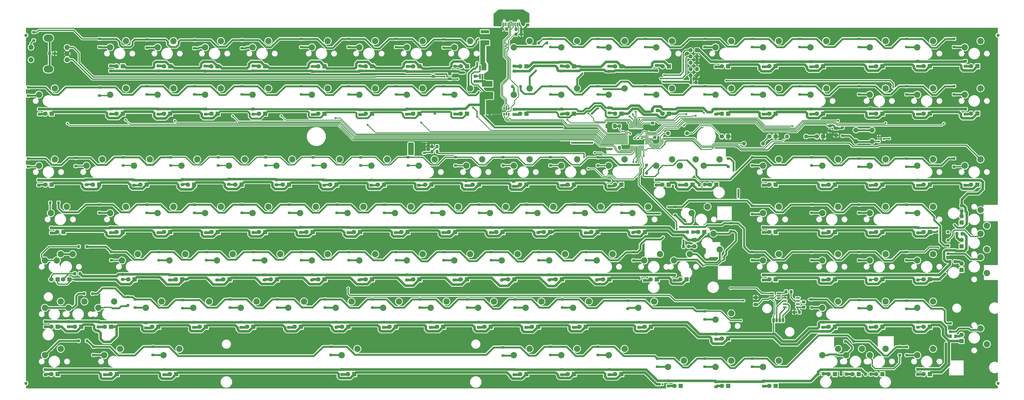
<source format=gbr>
G04 #@! TF.GenerationSoftware,KiCad,Pcbnew,(5.99.0-2195-g476558ece)*
G04 #@! TF.CreationDate,2020-08-03T01:37:11-04:00*
G04 #@! TF.ProjectId,Boston-keyboard-S,426f7374-6f6e-42d6-9b65-79626f617264,rev?*
G04 #@! TF.SameCoordinates,Original*
G04 #@! TF.FileFunction,Copper,L2,Bot*
G04 #@! TF.FilePolarity,Positive*
%FSLAX46Y46*%
G04 Gerber Fmt 4.6, Leading zero omitted, Abs format (unit mm)*
G04 Created by KiCad (PCBNEW (5.99.0-2195-g476558ece)) date 2020-08-03 01:37:11*
%MOMM*%
%LPD*%
G01*
G04 APERTURE LIST*
G04 #@! TA.AperFunction,WasherPad*
%ADD10C,1.300000*%
G04 #@! TD*
G04 #@! TA.AperFunction,SMDPad,CuDef*
%ADD11R,1.560000X0.650000*%
G04 #@! TD*
G04 #@! TA.AperFunction,ComponentPad*
%ADD12C,1.800000*%
G04 #@! TD*
G04 #@! TA.AperFunction,ComponentPad*
%ADD13R,1.800000X1.800000*%
G04 #@! TD*
G04 #@! TA.AperFunction,ComponentPad*
%ADD14C,2.540000*%
G04 #@! TD*
G04 #@! TA.AperFunction,SMDPad,CuDef*
%ADD15R,1.550000X0.600000*%
G04 #@! TD*
G04 #@! TA.AperFunction,ComponentPad*
%ADD16O,1.100000X2.200000*%
G04 #@! TD*
G04 #@! TA.AperFunction,ComponentPad*
%ADD17O,1.300000X1.900000*%
G04 #@! TD*
G04 #@! TA.AperFunction,SMDPad,CuDef*
%ADD18R,0.650000X1.060000*%
G04 #@! TD*
G04 #@! TA.AperFunction,SMDPad,CuDef*
%ADD19R,0.650000X2.000000*%
G04 #@! TD*
G04 #@! TA.AperFunction,SMDPad,CuDef*
%ADD20R,0.900000X0.800000*%
G04 #@! TD*
G04 #@! TA.AperFunction,SMDPad,CuDef*
%ADD21R,4.200000X2.400000*%
G04 #@! TD*
G04 #@! TA.AperFunction,ComponentPad*
%ADD22O,1.700000X1.700000*%
G04 #@! TD*
G04 #@! TA.AperFunction,ComponentPad*
%ADD23R,1.700000X1.700000*%
G04 #@! TD*
G04 #@! TA.AperFunction,ComponentPad*
%ADD24O,1.070000X1.800000*%
G04 #@! TD*
G04 #@! TA.AperFunction,ComponentPad*
%ADD25R,1.070000X1.800000*%
G04 #@! TD*
G04 #@! TA.AperFunction,ComponentPad*
%ADD26O,3.900000X2.799999*%
G04 #@! TD*
G04 #@! TA.AperFunction,ComponentPad*
%ADD27C,2.032000*%
G04 #@! TD*
G04 #@! TA.AperFunction,ComponentPad*
%ADD28C,2.000000*%
G04 #@! TD*
G04 #@! TA.AperFunction,ComponentPad*
%ADD29C,1.600000*%
G04 #@! TD*
G04 #@! TA.AperFunction,ComponentPad*
%ADD30O,1.600000X1.600000*%
G04 #@! TD*
G04 #@! TA.AperFunction,ViaPad*
%ADD31C,0.800000*%
G04 #@! TD*
G04 #@! TA.AperFunction,ViaPad*
%ADD32C,0.600000*%
G04 #@! TD*
G04 #@! TA.AperFunction,Conductor*
%ADD33C,0.500000*%
G04 #@! TD*
G04 #@! TA.AperFunction,Conductor*
%ADD34C,0.300000*%
G04 #@! TD*
G04 #@! TA.AperFunction,Conductor*
%ADD35C,0.750000*%
G04 #@! TD*
G04 #@! TA.AperFunction,Conductor*
%ADD36C,1.000000*%
G04 #@! TD*
G04 #@! TA.AperFunction,Conductor*
%ADD37C,0.200000*%
G04 #@! TD*
G04 APERTURE END LIST*
D10*
X381000000Y-85000000D03*
X381000000Y55000000D03*
X-9000000Y-85000000D03*
X-9000000Y55000000D03*
G04 #@! TA.AperFunction,SMDPad,CuDef*
G36*
G01*
X284445000Y-51095000D02*
X283195000Y-51095000D01*
G75*
G02*
X282945000Y-50845000I0J250000D01*
G01*
X282945000Y-50095000D01*
G75*
G02*
X283195000Y-49845000I250000J0D01*
G01*
X284445000Y-49845000D01*
G75*
G02*
X284695000Y-50095000I0J-250000D01*
G01*
X284695000Y-50845000D01*
G75*
G02*
X284445000Y-51095000I-250000J0D01*
G01*
G37*
G04 #@! TD.AperFunction*
G04 #@! TA.AperFunction,SMDPad,CuDef*
G36*
G01*
X284445000Y-53895000D02*
X283195000Y-53895000D01*
G75*
G02*
X282945000Y-53645000I0J250000D01*
G01*
X282945000Y-52895000D01*
G75*
G02*
X283195000Y-52645000I250000J0D01*
G01*
X284445000Y-52645000D01*
G75*
G02*
X284695000Y-52895000I0J-250000D01*
G01*
X284695000Y-53645000D01*
G75*
G02*
X284445000Y-53895000I-250000J0D01*
G01*
G37*
G04 #@! TD.AperFunction*
D11*
X293040000Y-49790000D03*
X293040000Y-50740000D03*
X293040000Y-48840000D03*
X290340000Y-48840000D03*
X290340000Y-49790000D03*
X290340000Y-50740000D03*
G04 #@! TA.AperFunction,SMDPad,CuDef*
G36*
G01*
X252875000Y-4625000D02*
X253775000Y-4625000D01*
G75*
G02*
X254025000Y-4875000I0J-250000D01*
G01*
X254025000Y-5525000D01*
G75*
G02*
X253775000Y-5775000I-250000J0D01*
G01*
X252875000Y-5775000D01*
G75*
G02*
X252625000Y-5525000I0J250000D01*
G01*
X252625000Y-4875000D01*
G75*
G02*
X252875000Y-4625000I250000J0D01*
G01*
G37*
G04 #@! TD.AperFunction*
G04 #@! TA.AperFunction,SMDPad,CuDef*
G36*
G01*
X252875000Y-2575000D02*
X253775000Y-2575000D01*
G75*
G02*
X254025000Y-2825000I0J-250000D01*
G01*
X254025000Y-3475000D01*
G75*
G02*
X253775000Y-3725000I-250000J0D01*
G01*
X252875000Y-3725000D01*
G75*
G02*
X252625000Y-3475000I0J250000D01*
G01*
X252625000Y-2825000D01*
G75*
G02*
X252875000Y-2575000I250000J0D01*
G01*
G37*
G04 #@! TD.AperFunction*
G04 #@! TA.AperFunction,SMDPad,CuDef*
G36*
G01*
X243500000Y-4640000D02*
X244400000Y-4640000D01*
G75*
G02*
X244650000Y-4890000I0J-250000D01*
G01*
X244650000Y-5540000D01*
G75*
G02*
X244400000Y-5790000I-250000J0D01*
G01*
X243500000Y-5790000D01*
G75*
G02*
X243250000Y-5540000I0J250000D01*
G01*
X243250000Y-4890000D01*
G75*
G02*
X243500000Y-4640000I250000J0D01*
G01*
G37*
G04 #@! TD.AperFunction*
G04 #@! TA.AperFunction,SMDPad,CuDef*
G36*
G01*
X243500000Y-2590000D02*
X244400000Y-2590000D01*
G75*
G02*
X244650000Y-2840000I0J-250000D01*
G01*
X244650000Y-3490000D01*
G75*
G02*
X244400000Y-3740000I-250000J0D01*
G01*
X243500000Y-3740000D01*
G75*
G02*
X243250000Y-3490000I0J250000D01*
G01*
X243250000Y-2840000D01*
G75*
G02*
X243500000Y-2590000I250000J0D01*
G01*
G37*
G04 #@! TD.AperFunction*
G04 #@! TA.AperFunction,SMDPad,CuDef*
G36*
G01*
X302570000Y-53750000D02*
X303470000Y-53750000D01*
G75*
G02*
X303720000Y-54000000I0J-250000D01*
G01*
X303720000Y-54650000D01*
G75*
G02*
X303470000Y-54900000I-250000J0D01*
G01*
X302570000Y-54900000D01*
G75*
G02*
X302320000Y-54650000I0J250000D01*
G01*
X302320000Y-54000000D01*
G75*
G02*
X302570000Y-53750000I250000J0D01*
G01*
G37*
G04 #@! TD.AperFunction*
G04 #@! TA.AperFunction,SMDPad,CuDef*
G36*
G01*
X302570000Y-51700000D02*
X303470000Y-51700000D01*
G75*
G02*
X303720000Y-51950000I0J-250000D01*
G01*
X303720000Y-52600000D01*
G75*
G02*
X303470000Y-52850000I-250000J0D01*
G01*
X302570000Y-52850000D01*
G75*
G02*
X302320000Y-52600000I0J250000D01*
G01*
X302320000Y-51950000D01*
G75*
G02*
X302570000Y-51700000I250000J0D01*
G01*
G37*
G04 #@! TD.AperFunction*
G04 #@! TA.AperFunction,SMDPad,CuDef*
G36*
G01*
X262675000Y-5475000D02*
X262675000Y-4575000D01*
G75*
G02*
X262925000Y-4325000I250000J0D01*
G01*
X263575000Y-4325000D01*
G75*
G02*
X263825000Y-4575000I0J-250000D01*
G01*
X263825000Y-5475000D01*
G75*
G02*
X263575000Y-5725000I-250000J0D01*
G01*
X262925000Y-5725000D01*
G75*
G02*
X262675000Y-5475000I0J250000D01*
G01*
G37*
G04 #@! TD.AperFunction*
G04 #@! TA.AperFunction,SMDPad,CuDef*
G36*
G01*
X260625000Y-5475000D02*
X260625000Y-4575000D01*
G75*
G02*
X260875000Y-4325000I250000J0D01*
G01*
X261525000Y-4325000D01*
G75*
G02*
X261775000Y-4575000I0J-250000D01*
G01*
X261775000Y-5475000D01*
G75*
G02*
X261525000Y-5725000I-250000J0D01*
G01*
X260875000Y-5725000D01*
G75*
G02*
X260625000Y-5475000I0J250000D01*
G01*
G37*
G04 #@! TD.AperFunction*
D12*
X255905000Y-5080000D03*
D13*
X258445000Y-5080000D03*
D12*
X246375000Y-5062500D03*
D13*
X248915000Y-5062500D03*
D12*
X265430000Y-5080000D03*
D13*
X267970000Y-5080000D03*
G04 #@! TA.AperFunction,SMDPad,CuDef*
G36*
G01*
X299840000Y-55940000D02*
X299840000Y-56840000D01*
G75*
G02*
X299590000Y-57090000I-250000J0D01*
G01*
X298940000Y-57090000D01*
G75*
G02*
X298690000Y-56840000I0J250000D01*
G01*
X298690000Y-55940000D01*
G75*
G02*
X298940000Y-55690000I250000J0D01*
G01*
X299590000Y-55690000D01*
G75*
G02*
X299840000Y-55940000I0J-250000D01*
G01*
G37*
G04 #@! TD.AperFunction*
G04 #@! TA.AperFunction,SMDPad,CuDef*
G36*
G01*
X301890000Y-55940000D02*
X301890000Y-56840000D01*
G75*
G02*
X301640000Y-57090000I-250000J0D01*
G01*
X300990000Y-57090000D01*
G75*
G02*
X300740000Y-56840000I0J250000D01*
G01*
X300740000Y-55940000D01*
G75*
G02*
X300990000Y-55690000I250000J0D01*
G01*
X301640000Y-55690000D01*
G75*
G02*
X301890000Y-55940000I0J-250000D01*
G01*
G37*
G04 #@! TD.AperFunction*
G04 #@! TA.AperFunction,SMDPad,CuDef*
G36*
G01*
X318250000Y18350000D02*
X318950000Y18350000D01*
G75*
G02*
X319200000Y18100000I0J-250000D01*
G01*
X319200000Y17600000D01*
G75*
G02*
X318950000Y17350000I-250000J0D01*
G01*
X318250000Y17350000D01*
G75*
G02*
X318000000Y17600000I0J250000D01*
G01*
X318000000Y18100000D01*
G75*
G02*
X318250000Y18350000I250000J0D01*
G01*
G37*
G04 #@! TD.AperFunction*
G04 #@! TA.AperFunction,SMDPad,CuDef*
G36*
G01*
X318250000Y15050000D02*
X318950000Y15050000D01*
G75*
G02*
X319200000Y14800000I0J-250000D01*
G01*
X319200000Y14300000D01*
G75*
G02*
X318950000Y14050000I-250000J0D01*
G01*
X318250000Y14050000D01*
G75*
G02*
X318000000Y14300000I0J250000D01*
G01*
X318000000Y14800000D01*
G75*
G02*
X318250000Y15050000I250000J0D01*
G01*
G37*
G04 #@! TD.AperFunction*
G04 #@! TA.AperFunction,SMDPad,CuDef*
G36*
G01*
X272450000Y5950000D02*
X273150000Y5950000D01*
G75*
G02*
X273400000Y5700000I0J-250000D01*
G01*
X273400000Y5200000D01*
G75*
G02*
X273150000Y4950000I-250000J0D01*
G01*
X272450000Y4950000D01*
G75*
G02*
X272200000Y5200000I0J250000D01*
G01*
X272200000Y5700000D01*
G75*
G02*
X272450000Y5950000I250000J0D01*
G01*
G37*
G04 #@! TD.AperFunction*
G04 #@! TA.AperFunction,SMDPad,CuDef*
G36*
G01*
X272450000Y2650000D02*
X273150000Y2650000D01*
G75*
G02*
X273400000Y2400000I0J-250000D01*
G01*
X273400000Y1900000D01*
G75*
G02*
X273150000Y1650000I-250000J0D01*
G01*
X272450000Y1650000D01*
G75*
G02*
X272200000Y1900000I0J250000D01*
G01*
X272200000Y2400000D01*
G75*
G02*
X272450000Y2650000I250000J0D01*
G01*
G37*
G04 #@! TD.AperFunction*
G04 #@! TA.AperFunction,SMDPad,CuDef*
G36*
G01*
X-6250000Y56750000D02*
X-5550000Y56750000D01*
G75*
G02*
X-5300000Y56500000I0J-250000D01*
G01*
X-5300000Y56000000D01*
G75*
G02*
X-5550000Y55750000I-250000J0D01*
G01*
X-6250000Y55750000D01*
G75*
G02*
X-6500000Y56000000I0J250000D01*
G01*
X-6500000Y56500000D01*
G75*
G02*
X-6250000Y56750000I250000J0D01*
G01*
G37*
G04 #@! TD.AperFunction*
G04 #@! TA.AperFunction,SMDPad,CuDef*
G36*
G01*
X-6250000Y53450000D02*
X-5550000Y53450000D01*
G75*
G02*
X-5300000Y53200000I0J-250000D01*
G01*
X-5300000Y52700000D01*
G75*
G02*
X-5550000Y52450000I-250000J0D01*
G01*
X-6250000Y52450000D01*
G75*
G02*
X-6500000Y52700000I0J250000D01*
G01*
X-6500000Y53200000D01*
G75*
G02*
X-6250000Y53450000I250000J0D01*
G01*
G37*
G04 #@! TD.AperFunction*
G04 #@! TA.AperFunction,SMDPad,CuDef*
G36*
G01*
X361580000Y-60390000D02*
X362280000Y-60390000D01*
G75*
G02*
X362530000Y-60640000I0J-250000D01*
G01*
X362530000Y-61140000D01*
G75*
G02*
X362280000Y-61390000I-250000J0D01*
G01*
X361580000Y-61390000D01*
G75*
G02*
X361330000Y-61140000I0J250000D01*
G01*
X361330000Y-60640000D01*
G75*
G02*
X361580000Y-60390000I250000J0D01*
G01*
G37*
G04 #@! TD.AperFunction*
G04 #@! TA.AperFunction,SMDPad,CuDef*
G36*
G01*
X361580000Y-63690000D02*
X362280000Y-63690000D01*
G75*
G02*
X362530000Y-63940000I0J-250000D01*
G01*
X362530000Y-64440000D01*
G75*
G02*
X362280000Y-64690000I-250000J0D01*
G01*
X361580000Y-64690000D01*
G75*
G02*
X361330000Y-64440000I0J250000D01*
G01*
X361330000Y-63940000D01*
G75*
G02*
X361580000Y-63690000I250000J0D01*
G01*
G37*
G04 #@! TD.AperFunction*
G04 #@! TA.AperFunction,SMDPad,CuDef*
G36*
G01*
X360650000Y-23650000D02*
X361350000Y-23650000D01*
G75*
G02*
X361600000Y-23900000I0J-250000D01*
G01*
X361600000Y-24400000D01*
G75*
G02*
X361350000Y-24650000I-250000J0D01*
G01*
X360650000Y-24650000D01*
G75*
G02*
X360400000Y-24400000I0J250000D01*
G01*
X360400000Y-23900000D01*
G75*
G02*
X360650000Y-23650000I250000J0D01*
G01*
G37*
G04 #@! TD.AperFunction*
G04 #@! TA.AperFunction,SMDPad,CuDef*
G36*
G01*
X360650000Y-26950000D02*
X361350000Y-26950000D01*
G75*
G02*
X361600000Y-27200000I0J-250000D01*
G01*
X361600000Y-27700000D01*
G75*
G02*
X361350000Y-27950000I-250000J0D01*
G01*
X360650000Y-27950000D01*
G75*
G02*
X360400000Y-27700000I0J250000D01*
G01*
X360400000Y-27200000D01*
G75*
G02*
X360650000Y-26950000I250000J0D01*
G01*
G37*
G04 #@! TD.AperFunction*
G04 #@! TA.AperFunction,SMDPad,CuDef*
G36*
G01*
X360650000Y-29050000D02*
X361350000Y-29050000D01*
G75*
G02*
X361600000Y-29300000I0J-250000D01*
G01*
X361600000Y-29800000D01*
G75*
G02*
X361350000Y-30050000I-250000J0D01*
G01*
X360650000Y-30050000D01*
G75*
G02*
X360400000Y-29800000I0J250000D01*
G01*
X360400000Y-29300000D01*
G75*
G02*
X360650000Y-29050000I250000J0D01*
G01*
G37*
G04 #@! TD.AperFunction*
G04 #@! TA.AperFunction,SMDPad,CuDef*
G36*
G01*
X360650000Y-32350000D02*
X361350000Y-32350000D01*
G75*
G02*
X361600000Y-32600000I0J-250000D01*
G01*
X361600000Y-33100000D01*
G75*
G02*
X361350000Y-33350000I-250000J0D01*
G01*
X360650000Y-33350000D01*
G75*
G02*
X360400000Y-33100000I0J250000D01*
G01*
X360400000Y-32600000D01*
G75*
G02*
X360650000Y-32350000I250000J0D01*
G01*
G37*
G04 #@! TD.AperFunction*
G04 #@! TA.AperFunction,SMDPad,CuDef*
G36*
G01*
X363028750Y5960000D02*
X363728750Y5960000D01*
G75*
G02*
X363978750Y5710000I0J-250000D01*
G01*
X363978750Y5210000D01*
G75*
G02*
X363728750Y4960000I-250000J0D01*
G01*
X363028750Y4960000D01*
G75*
G02*
X362778750Y5210000I0J250000D01*
G01*
X362778750Y5710000D01*
G75*
G02*
X363028750Y5960000I250000J0D01*
G01*
G37*
G04 #@! TD.AperFunction*
G04 #@! TA.AperFunction,SMDPad,CuDef*
G36*
G01*
X363028750Y2660000D02*
X363728750Y2660000D01*
G75*
G02*
X363978750Y2410000I0J-250000D01*
G01*
X363978750Y1910000D01*
G75*
G02*
X363728750Y1660000I-250000J0D01*
G01*
X363028750Y1660000D01*
G75*
G02*
X362778750Y1910000I0J250000D01*
G01*
X362778750Y2410000D01*
G75*
G02*
X363028750Y2660000I250000J0D01*
G01*
G37*
G04 #@! TD.AperFunction*
G04 #@! TA.AperFunction,SMDPad,CuDef*
G36*
G01*
X363028750Y35011250D02*
X363728750Y35011250D01*
G75*
G02*
X363978750Y34761250I0J-250000D01*
G01*
X363978750Y34261250D01*
G75*
G02*
X363728750Y34011250I-250000J0D01*
G01*
X363028750Y34011250D01*
G75*
G02*
X362778750Y34261250I0J250000D01*
G01*
X362778750Y34761250D01*
G75*
G02*
X363028750Y35011250I250000J0D01*
G01*
G37*
G04 #@! TD.AperFunction*
G04 #@! TA.AperFunction,SMDPad,CuDef*
G36*
G01*
X363028750Y31711250D02*
X363728750Y31711250D01*
G75*
G02*
X363978750Y31461250I0J-250000D01*
G01*
X363978750Y30961250D01*
G75*
G02*
X363728750Y30711250I-250000J0D01*
G01*
X363028750Y30711250D01*
G75*
G02*
X362778750Y30961250I0J250000D01*
G01*
X362778750Y31461250D01*
G75*
G02*
X363028750Y31711250I250000J0D01*
G01*
G37*
G04 #@! TD.AperFunction*
G04 #@! TA.AperFunction,SMDPad,CuDef*
G36*
G01*
X363028750Y54061250D02*
X363728750Y54061250D01*
G75*
G02*
X363978750Y53811250I0J-250000D01*
G01*
X363978750Y53311250D01*
G75*
G02*
X363728750Y53061250I-250000J0D01*
G01*
X363028750Y53061250D01*
G75*
G02*
X362778750Y53311250I0J250000D01*
G01*
X362778750Y53811250D01*
G75*
G02*
X363028750Y54061250I250000J0D01*
G01*
G37*
G04 #@! TD.AperFunction*
G04 #@! TA.AperFunction,SMDPad,CuDef*
G36*
G01*
X363028750Y50761250D02*
X363728750Y50761250D01*
G75*
G02*
X363978750Y50511250I0J-250000D01*
G01*
X363978750Y50011250D01*
G75*
G02*
X363728750Y49761250I-250000J0D01*
G01*
X363028750Y49761250D01*
G75*
G02*
X362778750Y50011250I0J250000D01*
G01*
X362778750Y50511250D01*
G75*
G02*
X363028750Y50761250I250000J0D01*
G01*
G37*
G04 #@! TD.AperFunction*
G04 #@! TA.AperFunction,SMDPad,CuDef*
G36*
G01*
X344050000Y-69850000D02*
X344750000Y-69850000D01*
G75*
G02*
X345000000Y-70100000I0J-250000D01*
G01*
X345000000Y-70600000D01*
G75*
G02*
X344750000Y-70850000I-250000J0D01*
G01*
X344050000Y-70850000D01*
G75*
G02*
X343800000Y-70600000I0J250000D01*
G01*
X343800000Y-70100000D01*
G75*
G02*
X344050000Y-69850000I250000J0D01*
G01*
G37*
G04 #@! TD.AperFunction*
G04 #@! TA.AperFunction,SMDPad,CuDef*
G36*
G01*
X344050000Y-73150000D02*
X344750000Y-73150000D01*
G75*
G02*
X345000000Y-73400000I0J-250000D01*
G01*
X345000000Y-73900000D01*
G75*
G02*
X344750000Y-74150000I-250000J0D01*
G01*
X344050000Y-74150000D01*
G75*
G02*
X343800000Y-73900000I0J250000D01*
G01*
X343800000Y-73400000D01*
G75*
G02*
X344050000Y-73150000I250000J0D01*
G01*
G37*
G04 #@! TD.AperFunction*
G04 #@! TA.AperFunction,SMDPad,CuDef*
G36*
G01*
X343978750Y-51190000D02*
X344678750Y-51190000D01*
G75*
G02*
X344928750Y-51440000I0J-250000D01*
G01*
X344928750Y-51940000D01*
G75*
G02*
X344678750Y-52190000I-250000J0D01*
G01*
X343978750Y-52190000D01*
G75*
G02*
X343728750Y-51940000I0J250000D01*
G01*
X343728750Y-51440000D01*
G75*
G02*
X343978750Y-51190000I250000J0D01*
G01*
G37*
G04 #@! TD.AperFunction*
G04 #@! TA.AperFunction,SMDPad,CuDef*
G36*
G01*
X343978750Y-54490000D02*
X344678750Y-54490000D01*
G75*
G02*
X344928750Y-54740000I0J-250000D01*
G01*
X344928750Y-55240000D01*
G75*
G02*
X344678750Y-55490000I-250000J0D01*
G01*
X343978750Y-55490000D01*
G75*
G02*
X343728750Y-55240000I0J250000D01*
G01*
X343728750Y-54740000D01*
G75*
G02*
X343978750Y-54490000I250000J0D01*
G01*
G37*
G04 #@! TD.AperFunction*
G04 #@! TA.AperFunction,SMDPad,CuDef*
G36*
G01*
X343978750Y-31663750D02*
X344678750Y-31663750D01*
G75*
G02*
X344928750Y-31913750I0J-250000D01*
G01*
X344928750Y-32413750D01*
G75*
G02*
X344678750Y-32663750I-250000J0D01*
G01*
X343978750Y-32663750D01*
G75*
G02*
X343728750Y-32413750I0J250000D01*
G01*
X343728750Y-31913750D01*
G75*
G02*
X343978750Y-31663750I250000J0D01*
G01*
G37*
G04 #@! TD.AperFunction*
G04 #@! TA.AperFunction,SMDPad,CuDef*
G36*
G01*
X343978750Y-34963750D02*
X344678750Y-34963750D01*
G75*
G02*
X344928750Y-35213750I0J-250000D01*
G01*
X344928750Y-35713750D01*
G75*
G02*
X344678750Y-35963750I-250000J0D01*
G01*
X343978750Y-35963750D01*
G75*
G02*
X343728750Y-35713750I0J250000D01*
G01*
X343728750Y-35213750D01*
G75*
G02*
X343978750Y-34963750I250000J0D01*
G01*
G37*
G04 #@! TD.AperFunction*
G04 #@! TA.AperFunction,SMDPad,CuDef*
G36*
G01*
X343978750Y-12613750D02*
X344678750Y-12613750D01*
G75*
G02*
X344928750Y-12863750I0J-250000D01*
G01*
X344928750Y-13363750D01*
G75*
G02*
X344678750Y-13613750I-250000J0D01*
G01*
X343978750Y-13613750D01*
G75*
G02*
X343728750Y-13363750I0J250000D01*
G01*
X343728750Y-12863750D01*
G75*
G02*
X343978750Y-12613750I250000J0D01*
G01*
G37*
G04 #@! TD.AperFunction*
G04 #@! TA.AperFunction,SMDPad,CuDef*
G36*
G01*
X343978750Y-15913750D02*
X344678750Y-15913750D01*
G75*
G02*
X344928750Y-16163750I0J-250000D01*
G01*
X344928750Y-16663750D01*
G75*
G02*
X344678750Y-16913750I-250000J0D01*
G01*
X343978750Y-16913750D01*
G75*
G02*
X343728750Y-16663750I0J250000D01*
G01*
X343728750Y-16163750D01*
G75*
G02*
X343978750Y-15913750I250000J0D01*
G01*
G37*
G04 #@! TD.AperFunction*
G04 #@! TA.AperFunction,SMDPad,CuDef*
G36*
G01*
X343978750Y5960000D02*
X344678750Y5960000D01*
G75*
G02*
X344928750Y5710000I0J-250000D01*
G01*
X344928750Y5210000D01*
G75*
G02*
X344678750Y4960000I-250000J0D01*
G01*
X343978750Y4960000D01*
G75*
G02*
X343728750Y5210000I0J250000D01*
G01*
X343728750Y5710000D01*
G75*
G02*
X343978750Y5960000I250000J0D01*
G01*
G37*
G04 #@! TD.AperFunction*
G04 #@! TA.AperFunction,SMDPad,CuDef*
G36*
G01*
X343978750Y2660000D02*
X344678750Y2660000D01*
G75*
G02*
X344928750Y2410000I0J-250000D01*
G01*
X344928750Y1910000D01*
G75*
G02*
X344678750Y1660000I-250000J0D01*
G01*
X343978750Y1660000D01*
G75*
G02*
X343728750Y1910000I0J250000D01*
G01*
X343728750Y2410000D01*
G75*
G02*
X343978750Y2660000I250000J0D01*
G01*
G37*
G04 #@! TD.AperFunction*
G04 #@! TA.AperFunction,SMDPad,CuDef*
G36*
G01*
X343978750Y35011250D02*
X344678750Y35011250D01*
G75*
G02*
X344928750Y34761250I0J-250000D01*
G01*
X344928750Y34261250D01*
G75*
G02*
X344678750Y34011250I-250000J0D01*
G01*
X343978750Y34011250D01*
G75*
G02*
X343728750Y34261250I0J250000D01*
G01*
X343728750Y34761250D01*
G75*
G02*
X343978750Y35011250I250000J0D01*
G01*
G37*
G04 #@! TD.AperFunction*
G04 #@! TA.AperFunction,SMDPad,CuDef*
G36*
G01*
X343978750Y31711250D02*
X344678750Y31711250D01*
G75*
G02*
X344928750Y31461250I0J-250000D01*
G01*
X344928750Y30961250D01*
G75*
G02*
X344678750Y30711250I-250000J0D01*
G01*
X343978750Y30711250D01*
G75*
G02*
X343728750Y30961250I0J250000D01*
G01*
X343728750Y31461250D01*
G75*
G02*
X343978750Y31711250I250000J0D01*
G01*
G37*
G04 #@! TD.AperFunction*
G04 #@! TA.AperFunction,SMDPad,CuDef*
G36*
G01*
X343978750Y54061250D02*
X344678750Y54061250D01*
G75*
G02*
X344928750Y53811250I0J-250000D01*
G01*
X344928750Y53311250D01*
G75*
G02*
X344678750Y53061250I-250000J0D01*
G01*
X343978750Y53061250D01*
G75*
G02*
X343728750Y53311250I0J250000D01*
G01*
X343728750Y53811250D01*
G75*
G02*
X343978750Y54061250I250000J0D01*
G01*
G37*
G04 #@! TD.AperFunction*
G04 #@! TA.AperFunction,SMDPad,CuDef*
G36*
G01*
X343978750Y50761250D02*
X344678750Y50761250D01*
G75*
G02*
X344928750Y50511250I0J-250000D01*
G01*
X344928750Y50011250D01*
G75*
G02*
X344678750Y49761250I-250000J0D01*
G01*
X343978750Y49761250D01*
G75*
G02*
X343728750Y50011250I0J250000D01*
G01*
X343728750Y50511250D01*
G75*
G02*
X343978750Y50761250I250000J0D01*
G01*
G37*
G04 #@! TD.AperFunction*
G04 #@! TA.AperFunction,SMDPad,CuDef*
G36*
G01*
X341250000Y-69850000D02*
X341950000Y-69850000D01*
G75*
G02*
X342200000Y-70100000I0J-250000D01*
G01*
X342200000Y-70600000D01*
G75*
G02*
X341950000Y-70850000I-250000J0D01*
G01*
X341250000Y-70850000D01*
G75*
G02*
X341000000Y-70600000I0J250000D01*
G01*
X341000000Y-70100000D01*
G75*
G02*
X341250000Y-69850000I250000J0D01*
G01*
G37*
G04 #@! TD.AperFunction*
G04 #@! TA.AperFunction,SMDPad,CuDef*
G36*
G01*
X341250000Y-73150000D02*
X341950000Y-73150000D01*
G75*
G02*
X342200000Y-73400000I0J-250000D01*
G01*
X342200000Y-73900000D01*
G75*
G02*
X341950000Y-74150000I-250000J0D01*
G01*
X341250000Y-74150000D01*
G75*
G02*
X341000000Y-73900000I0J250000D01*
G01*
X341000000Y-73400000D01*
G75*
G02*
X341250000Y-73150000I250000J0D01*
G01*
G37*
G04 #@! TD.AperFunction*
G04 #@! TA.AperFunction,SMDPad,CuDef*
G36*
G01*
X324928750Y-50968750D02*
X325628750Y-50968750D01*
G75*
G02*
X325878750Y-51218750I0J-250000D01*
G01*
X325878750Y-51718750D01*
G75*
G02*
X325628750Y-51968750I-250000J0D01*
G01*
X324928750Y-51968750D01*
G75*
G02*
X324678750Y-51718750I0J250000D01*
G01*
X324678750Y-51218750D01*
G75*
G02*
X324928750Y-50968750I250000J0D01*
G01*
G37*
G04 #@! TD.AperFunction*
G04 #@! TA.AperFunction,SMDPad,CuDef*
G36*
G01*
X324928750Y-54268750D02*
X325628750Y-54268750D01*
G75*
G02*
X325878750Y-54518750I0J-250000D01*
G01*
X325878750Y-55018750D01*
G75*
G02*
X325628750Y-55268750I-250000J0D01*
G01*
X324928750Y-55268750D01*
G75*
G02*
X324678750Y-55018750I0J250000D01*
G01*
X324678750Y-54518750D01*
G75*
G02*
X324928750Y-54268750I250000J0D01*
G01*
G37*
G04 #@! TD.AperFunction*
G04 #@! TA.AperFunction,SMDPad,CuDef*
G36*
G01*
X324928750Y-31663750D02*
X325628750Y-31663750D01*
G75*
G02*
X325878750Y-31913750I0J-250000D01*
G01*
X325878750Y-32413750D01*
G75*
G02*
X325628750Y-32663750I-250000J0D01*
G01*
X324928750Y-32663750D01*
G75*
G02*
X324678750Y-32413750I0J250000D01*
G01*
X324678750Y-31913750D01*
G75*
G02*
X324928750Y-31663750I250000J0D01*
G01*
G37*
G04 #@! TD.AperFunction*
G04 #@! TA.AperFunction,SMDPad,CuDef*
G36*
G01*
X324928750Y-34963750D02*
X325628750Y-34963750D01*
G75*
G02*
X325878750Y-35213750I0J-250000D01*
G01*
X325878750Y-35713750D01*
G75*
G02*
X325628750Y-35963750I-250000J0D01*
G01*
X324928750Y-35963750D01*
G75*
G02*
X324678750Y-35713750I0J250000D01*
G01*
X324678750Y-35213750D01*
G75*
G02*
X324928750Y-34963750I250000J0D01*
G01*
G37*
G04 #@! TD.AperFunction*
G04 #@! TA.AperFunction,SMDPad,CuDef*
G36*
G01*
X324928750Y-12613750D02*
X325628750Y-12613750D01*
G75*
G02*
X325878750Y-12863750I0J-250000D01*
G01*
X325878750Y-13363750D01*
G75*
G02*
X325628750Y-13613750I-250000J0D01*
G01*
X324928750Y-13613750D01*
G75*
G02*
X324678750Y-13363750I0J250000D01*
G01*
X324678750Y-12863750D01*
G75*
G02*
X324928750Y-12613750I250000J0D01*
G01*
G37*
G04 #@! TD.AperFunction*
G04 #@! TA.AperFunction,SMDPad,CuDef*
G36*
G01*
X324928750Y-15913750D02*
X325628750Y-15913750D01*
G75*
G02*
X325878750Y-16163750I0J-250000D01*
G01*
X325878750Y-16663750D01*
G75*
G02*
X325628750Y-16913750I-250000J0D01*
G01*
X324928750Y-16913750D01*
G75*
G02*
X324678750Y-16663750I0J250000D01*
G01*
X324678750Y-16163750D01*
G75*
G02*
X324928750Y-15913750I250000J0D01*
G01*
G37*
G04 #@! TD.AperFunction*
G04 #@! TA.AperFunction,SMDPad,CuDef*
G36*
G01*
X324850000Y5960000D02*
X325550000Y5960000D01*
G75*
G02*
X325800000Y5710000I0J-250000D01*
G01*
X325800000Y5210000D01*
G75*
G02*
X325550000Y4960000I-250000J0D01*
G01*
X324850000Y4960000D01*
G75*
G02*
X324600000Y5210000I0J250000D01*
G01*
X324600000Y5710000D01*
G75*
G02*
X324850000Y5960000I250000J0D01*
G01*
G37*
G04 #@! TD.AperFunction*
G04 #@! TA.AperFunction,SMDPad,CuDef*
G36*
G01*
X324850000Y2660000D02*
X325550000Y2660000D01*
G75*
G02*
X325800000Y2410000I0J-250000D01*
G01*
X325800000Y1910000D01*
G75*
G02*
X325550000Y1660000I-250000J0D01*
G01*
X324850000Y1660000D01*
G75*
G02*
X324600000Y1910000I0J250000D01*
G01*
X324600000Y2410000D01*
G75*
G02*
X324850000Y2660000I250000J0D01*
G01*
G37*
G04 #@! TD.AperFunction*
G04 #@! TA.AperFunction,SMDPad,CuDef*
G36*
G01*
X324928750Y35011250D02*
X325628750Y35011250D01*
G75*
G02*
X325878750Y34761250I0J-250000D01*
G01*
X325878750Y34261250D01*
G75*
G02*
X325628750Y34011250I-250000J0D01*
G01*
X324928750Y34011250D01*
G75*
G02*
X324678750Y34261250I0J250000D01*
G01*
X324678750Y34761250D01*
G75*
G02*
X324928750Y35011250I250000J0D01*
G01*
G37*
G04 #@! TD.AperFunction*
G04 #@! TA.AperFunction,SMDPad,CuDef*
G36*
G01*
X324928750Y31711250D02*
X325628750Y31711250D01*
G75*
G02*
X325878750Y31461250I0J-250000D01*
G01*
X325878750Y30961250D01*
G75*
G02*
X325628750Y30711250I-250000J0D01*
G01*
X324928750Y30711250D01*
G75*
G02*
X324678750Y30961250I0J250000D01*
G01*
X324678750Y31461250D01*
G75*
G02*
X324928750Y31711250I250000J0D01*
G01*
G37*
G04 #@! TD.AperFunction*
G04 #@! TA.AperFunction,SMDPad,CuDef*
G36*
G01*
X324928750Y54061250D02*
X325628750Y54061250D01*
G75*
G02*
X325878750Y53811250I0J-250000D01*
G01*
X325878750Y53311250D01*
G75*
G02*
X325628750Y53061250I-250000J0D01*
G01*
X324928750Y53061250D01*
G75*
G02*
X324678750Y53311250I0J250000D01*
G01*
X324678750Y53811250D01*
G75*
G02*
X324928750Y54061250I250000J0D01*
G01*
G37*
G04 #@! TD.AperFunction*
G04 #@! TA.AperFunction,SMDPad,CuDef*
G36*
G01*
X324928750Y50761250D02*
X325628750Y50761250D01*
G75*
G02*
X325878750Y50511250I0J-250000D01*
G01*
X325878750Y50011250D01*
G75*
G02*
X325628750Y49761250I-250000J0D01*
G01*
X324928750Y49761250D01*
G75*
G02*
X324678750Y50011250I0J250000D01*
G01*
X324678750Y50511250D01*
G75*
G02*
X324928750Y50761250I250000J0D01*
G01*
G37*
G04 #@! TD.AperFunction*
G04 #@! TA.AperFunction,SMDPad,CuDef*
G36*
G01*
X323550000Y-67750000D02*
X323550000Y-68450000D01*
G75*
G02*
X323300000Y-68700000I-250000J0D01*
G01*
X322800000Y-68700000D01*
G75*
G02*
X322550000Y-68450000I0J250000D01*
G01*
X322550000Y-67750000D01*
G75*
G02*
X322800000Y-67500000I250000J0D01*
G01*
X323300000Y-67500000D01*
G75*
G02*
X323550000Y-67750000I0J-250000D01*
G01*
G37*
G04 #@! TD.AperFunction*
G04 #@! TA.AperFunction,SMDPad,CuDef*
G36*
G01*
X320250000Y-67750000D02*
X320250000Y-68450000D01*
G75*
G02*
X320000000Y-68700000I-250000J0D01*
G01*
X319500000Y-68700000D01*
G75*
G02*
X319250000Y-68450000I0J250000D01*
G01*
X319250000Y-67750000D01*
G75*
G02*
X319500000Y-67500000I250000J0D01*
G01*
X320000000Y-67500000D01*
G75*
G02*
X320250000Y-67750000I0J-250000D01*
G01*
G37*
G04 #@! TD.AperFunction*
G04 #@! TA.AperFunction,SMDPad,CuDef*
G36*
G01*
X305878750Y-50713750D02*
X306578750Y-50713750D01*
G75*
G02*
X306828750Y-50963750I0J-250000D01*
G01*
X306828750Y-51463750D01*
G75*
G02*
X306578750Y-51713750I-250000J0D01*
G01*
X305878750Y-51713750D01*
G75*
G02*
X305628750Y-51463750I0J250000D01*
G01*
X305628750Y-50963750D01*
G75*
G02*
X305878750Y-50713750I250000J0D01*
G01*
G37*
G04 #@! TD.AperFunction*
G04 #@! TA.AperFunction,SMDPad,CuDef*
G36*
G01*
X305878750Y-54013750D02*
X306578750Y-54013750D01*
G75*
G02*
X306828750Y-54263750I0J-250000D01*
G01*
X306828750Y-54763750D01*
G75*
G02*
X306578750Y-55013750I-250000J0D01*
G01*
X305878750Y-55013750D01*
G75*
G02*
X305628750Y-54763750I0J250000D01*
G01*
X305628750Y-54263750D01*
G75*
G02*
X305878750Y-54013750I250000J0D01*
G01*
G37*
G04 #@! TD.AperFunction*
G04 #@! TA.AperFunction,SMDPad,CuDef*
G36*
G01*
X305878750Y-31663750D02*
X306578750Y-31663750D01*
G75*
G02*
X306828750Y-31913750I0J-250000D01*
G01*
X306828750Y-32413750D01*
G75*
G02*
X306578750Y-32663750I-250000J0D01*
G01*
X305878750Y-32663750D01*
G75*
G02*
X305628750Y-32413750I0J250000D01*
G01*
X305628750Y-31913750D01*
G75*
G02*
X305878750Y-31663750I250000J0D01*
G01*
G37*
G04 #@! TD.AperFunction*
G04 #@! TA.AperFunction,SMDPad,CuDef*
G36*
G01*
X305878750Y-34963750D02*
X306578750Y-34963750D01*
G75*
G02*
X306828750Y-35213750I0J-250000D01*
G01*
X306828750Y-35713750D01*
G75*
G02*
X306578750Y-35963750I-250000J0D01*
G01*
X305878750Y-35963750D01*
G75*
G02*
X305628750Y-35713750I0J250000D01*
G01*
X305628750Y-35213750D01*
G75*
G02*
X305878750Y-34963750I250000J0D01*
G01*
G37*
G04 #@! TD.AperFunction*
G04 #@! TA.AperFunction,SMDPad,CuDef*
G36*
G01*
X305878750Y-12613750D02*
X306578750Y-12613750D01*
G75*
G02*
X306828750Y-12863750I0J-250000D01*
G01*
X306828750Y-13363750D01*
G75*
G02*
X306578750Y-13613750I-250000J0D01*
G01*
X305878750Y-13613750D01*
G75*
G02*
X305628750Y-13363750I0J250000D01*
G01*
X305628750Y-12863750D01*
G75*
G02*
X305878750Y-12613750I250000J0D01*
G01*
G37*
G04 #@! TD.AperFunction*
G04 #@! TA.AperFunction,SMDPad,CuDef*
G36*
G01*
X305878750Y-15913750D02*
X306578750Y-15913750D01*
G75*
G02*
X306828750Y-16163750I0J-250000D01*
G01*
X306828750Y-16663750D01*
G75*
G02*
X306578750Y-16913750I-250000J0D01*
G01*
X305878750Y-16913750D01*
G75*
G02*
X305628750Y-16663750I0J250000D01*
G01*
X305628750Y-16163750D01*
G75*
G02*
X305878750Y-15913750I250000J0D01*
G01*
G37*
G04 #@! TD.AperFunction*
G04 #@! TA.AperFunction,SMDPad,CuDef*
G36*
G01*
X305878750Y6436250D02*
X306578750Y6436250D01*
G75*
G02*
X306828750Y6186250I0J-250000D01*
G01*
X306828750Y5686250D01*
G75*
G02*
X306578750Y5436250I-250000J0D01*
G01*
X305878750Y5436250D01*
G75*
G02*
X305628750Y5686250I0J250000D01*
G01*
X305628750Y6186250D01*
G75*
G02*
X305878750Y6436250I250000J0D01*
G01*
G37*
G04 #@! TD.AperFunction*
G04 #@! TA.AperFunction,SMDPad,CuDef*
G36*
G01*
X305878750Y3136250D02*
X306578750Y3136250D01*
G75*
G02*
X306828750Y2886250I0J-250000D01*
G01*
X306828750Y2386250D01*
G75*
G02*
X306578750Y2136250I-250000J0D01*
G01*
X305878750Y2136250D01*
G75*
G02*
X305628750Y2386250I0J250000D01*
G01*
X305628750Y2886250D01*
G75*
G02*
X305878750Y3136250I250000J0D01*
G01*
G37*
G04 #@! TD.AperFunction*
G04 #@! TA.AperFunction,SMDPad,CuDef*
G36*
G01*
X301116250Y35011250D02*
X301816250Y35011250D01*
G75*
G02*
X302066250Y34761250I0J-250000D01*
G01*
X302066250Y34261250D01*
G75*
G02*
X301816250Y34011250I-250000J0D01*
G01*
X301116250Y34011250D01*
G75*
G02*
X300866250Y34261250I0J250000D01*
G01*
X300866250Y34761250D01*
G75*
G02*
X301116250Y35011250I250000J0D01*
G01*
G37*
G04 #@! TD.AperFunction*
G04 #@! TA.AperFunction,SMDPad,CuDef*
G36*
G01*
X301116250Y31711250D02*
X301816250Y31711250D01*
G75*
G02*
X302066250Y31461250I0J-250000D01*
G01*
X302066250Y30961250D01*
G75*
G02*
X301816250Y30711250I-250000J0D01*
G01*
X301116250Y30711250D01*
G75*
G02*
X300866250Y30961250I0J250000D01*
G01*
X300866250Y31461250D01*
G75*
G02*
X301116250Y31711250I250000J0D01*
G01*
G37*
G04 #@! TD.AperFunction*
G04 #@! TA.AperFunction,SMDPad,CuDef*
G36*
G01*
X301116250Y54061250D02*
X301816250Y54061250D01*
G75*
G02*
X302066250Y53811250I0J-250000D01*
G01*
X302066250Y53311250D01*
G75*
G02*
X301816250Y53061250I-250000J0D01*
G01*
X301116250Y53061250D01*
G75*
G02*
X300866250Y53311250I0J250000D01*
G01*
X300866250Y53811250D01*
G75*
G02*
X301116250Y54061250I250000J0D01*
G01*
G37*
G04 #@! TD.AperFunction*
G04 #@! TA.AperFunction,SMDPad,CuDef*
G36*
G01*
X301116250Y50761250D02*
X301816250Y50761250D01*
G75*
G02*
X302066250Y50511250I0J-250000D01*
G01*
X302066250Y50011250D01*
G75*
G02*
X301816250Y49761250I-250000J0D01*
G01*
X301116250Y49761250D01*
G75*
G02*
X300866250Y50011250I0J250000D01*
G01*
X300866250Y50511250D01*
G75*
G02*
X301116250Y50761250I250000J0D01*
G01*
G37*
G04 #@! TD.AperFunction*
G04 #@! TA.AperFunction,SMDPad,CuDef*
G36*
G01*
X282066250Y-74526250D02*
X282766250Y-74526250D01*
G75*
G02*
X283016250Y-74776250I0J-250000D01*
G01*
X283016250Y-75276250D01*
G75*
G02*
X282766250Y-75526250I-250000J0D01*
G01*
X282066250Y-75526250D01*
G75*
G02*
X281816250Y-75276250I0J250000D01*
G01*
X281816250Y-74776250D01*
G75*
G02*
X282066250Y-74526250I250000J0D01*
G01*
G37*
G04 #@! TD.AperFunction*
G04 #@! TA.AperFunction,SMDPad,CuDef*
G36*
G01*
X282066250Y-77826250D02*
X282766250Y-77826250D01*
G75*
G02*
X283016250Y-78076250I0J-250000D01*
G01*
X283016250Y-78576250D01*
G75*
G02*
X282766250Y-78826250I-250000J0D01*
G01*
X282066250Y-78826250D01*
G75*
G02*
X281816250Y-78576250I0J250000D01*
G01*
X281816250Y-78076250D01*
G75*
G02*
X282066250Y-77826250I250000J0D01*
G01*
G37*
G04 #@! TD.AperFunction*
G04 #@! TA.AperFunction,SMDPad,CuDef*
G36*
G01*
X282066250Y-31663750D02*
X282766250Y-31663750D01*
G75*
G02*
X283016250Y-31913750I0J-250000D01*
G01*
X283016250Y-32413750D01*
G75*
G02*
X282766250Y-32663750I-250000J0D01*
G01*
X282066250Y-32663750D01*
G75*
G02*
X281816250Y-32413750I0J250000D01*
G01*
X281816250Y-31913750D01*
G75*
G02*
X282066250Y-31663750I250000J0D01*
G01*
G37*
G04 #@! TD.AperFunction*
G04 #@! TA.AperFunction,SMDPad,CuDef*
G36*
G01*
X282066250Y-34963750D02*
X282766250Y-34963750D01*
G75*
G02*
X283016250Y-35213750I0J-250000D01*
G01*
X283016250Y-35713750D01*
G75*
G02*
X282766250Y-35963750I-250000J0D01*
G01*
X282066250Y-35963750D01*
G75*
G02*
X281816250Y-35713750I0J250000D01*
G01*
X281816250Y-35213750D01*
G75*
G02*
X282066250Y-34963750I250000J0D01*
G01*
G37*
G04 #@! TD.AperFunction*
G04 #@! TA.AperFunction,SMDPad,CuDef*
G36*
G01*
X282066250Y-13090000D02*
X282766250Y-13090000D01*
G75*
G02*
X283016250Y-13340000I0J-250000D01*
G01*
X283016250Y-13840000D01*
G75*
G02*
X282766250Y-14090000I-250000J0D01*
G01*
X282066250Y-14090000D01*
G75*
G02*
X281816250Y-13840000I0J250000D01*
G01*
X281816250Y-13340000D01*
G75*
G02*
X282066250Y-13090000I250000J0D01*
G01*
G37*
G04 #@! TD.AperFunction*
G04 #@! TA.AperFunction,SMDPad,CuDef*
G36*
G01*
X282066250Y-16390000D02*
X282766250Y-16390000D01*
G75*
G02*
X283016250Y-16640000I0J-250000D01*
G01*
X283016250Y-17140000D01*
G75*
G02*
X282766250Y-17390000I-250000J0D01*
G01*
X282066250Y-17390000D01*
G75*
G02*
X281816250Y-17140000I0J250000D01*
G01*
X281816250Y-16640000D01*
G75*
G02*
X282066250Y-16390000I250000J0D01*
G01*
G37*
G04 #@! TD.AperFunction*
G04 #@! TA.AperFunction,SMDPad,CuDef*
G36*
G01*
X282066250Y6436250D02*
X282766250Y6436250D01*
G75*
G02*
X283016250Y6186250I0J-250000D01*
G01*
X283016250Y5686250D01*
G75*
G02*
X282766250Y5436250I-250000J0D01*
G01*
X282066250Y5436250D01*
G75*
G02*
X281816250Y5686250I0J250000D01*
G01*
X281816250Y6186250D01*
G75*
G02*
X282066250Y6436250I250000J0D01*
G01*
G37*
G04 #@! TD.AperFunction*
G04 #@! TA.AperFunction,SMDPad,CuDef*
G36*
G01*
X282066250Y3136250D02*
X282766250Y3136250D01*
G75*
G02*
X283016250Y2886250I0J-250000D01*
G01*
X283016250Y2386250D01*
G75*
G02*
X282766250Y2136250I-250000J0D01*
G01*
X282066250Y2136250D01*
G75*
G02*
X281816250Y2386250I0J250000D01*
G01*
X281816250Y2886250D01*
G75*
G02*
X282066250Y3136250I250000J0D01*
G01*
G37*
G04 #@! TD.AperFunction*
G04 #@! TA.AperFunction,SMDPad,CuDef*
G36*
G01*
X282066250Y35011250D02*
X282766250Y35011250D01*
G75*
G02*
X283016250Y34761250I0J-250000D01*
G01*
X283016250Y34261250D01*
G75*
G02*
X282766250Y34011250I-250000J0D01*
G01*
X282066250Y34011250D01*
G75*
G02*
X281816250Y34261250I0J250000D01*
G01*
X281816250Y34761250D01*
G75*
G02*
X282066250Y35011250I250000J0D01*
G01*
G37*
G04 #@! TD.AperFunction*
G04 #@! TA.AperFunction,SMDPad,CuDef*
G36*
G01*
X282066250Y31711250D02*
X282766250Y31711250D01*
G75*
G02*
X283016250Y31461250I0J-250000D01*
G01*
X283016250Y30961250D01*
G75*
G02*
X282766250Y30711250I-250000J0D01*
G01*
X282066250Y30711250D01*
G75*
G02*
X281816250Y30961250I0J250000D01*
G01*
X281816250Y31461250D01*
G75*
G02*
X282066250Y31711250I250000J0D01*
G01*
G37*
G04 #@! TD.AperFunction*
G04 #@! TA.AperFunction,SMDPad,CuDef*
G36*
G01*
X282066250Y54061250D02*
X282766250Y54061250D01*
G75*
G02*
X283016250Y53811250I0J-250000D01*
G01*
X283016250Y53311250D01*
G75*
G02*
X282766250Y53061250I-250000J0D01*
G01*
X282066250Y53061250D01*
G75*
G02*
X281816250Y53311250I0J250000D01*
G01*
X281816250Y53811250D01*
G75*
G02*
X282066250Y54061250I250000J0D01*
G01*
G37*
G04 #@! TD.AperFunction*
G04 #@! TA.AperFunction,SMDPad,CuDef*
G36*
G01*
X282066250Y50761250D02*
X282766250Y50761250D01*
G75*
G02*
X283016250Y50511250I0J-250000D01*
G01*
X283016250Y50011250D01*
G75*
G02*
X282766250Y49761250I-250000J0D01*
G01*
X282066250Y49761250D01*
G75*
G02*
X281816250Y50011250I0J250000D01*
G01*
X281816250Y50511250D01*
G75*
G02*
X282066250Y50761250I250000J0D01*
G01*
G37*
G04 #@! TD.AperFunction*
G04 #@! TA.AperFunction,SMDPad,CuDef*
G36*
G01*
X263016250Y-74526250D02*
X263716250Y-74526250D01*
G75*
G02*
X263966250Y-74776250I0J-250000D01*
G01*
X263966250Y-75276250D01*
G75*
G02*
X263716250Y-75526250I-250000J0D01*
G01*
X263016250Y-75526250D01*
G75*
G02*
X262766250Y-75276250I0J250000D01*
G01*
X262766250Y-74776250D01*
G75*
G02*
X263016250Y-74526250I250000J0D01*
G01*
G37*
G04 #@! TD.AperFunction*
G04 #@! TA.AperFunction,SMDPad,CuDef*
G36*
G01*
X263016250Y-77826250D02*
X263716250Y-77826250D01*
G75*
G02*
X263966250Y-78076250I0J-250000D01*
G01*
X263966250Y-78576250D01*
G75*
G02*
X263716250Y-78826250I-250000J0D01*
G01*
X263016250Y-78826250D01*
G75*
G02*
X262766250Y-78576250I0J250000D01*
G01*
X262766250Y-78076250D01*
G75*
G02*
X263016250Y-77826250I250000J0D01*
G01*
G37*
G04 #@! TD.AperFunction*
G04 #@! TA.AperFunction,SMDPad,CuDef*
G36*
G01*
X263016250Y-55476250D02*
X263716250Y-55476250D01*
G75*
G02*
X263966250Y-55726250I0J-250000D01*
G01*
X263966250Y-56226250D01*
G75*
G02*
X263716250Y-56476250I-250000J0D01*
G01*
X263016250Y-56476250D01*
G75*
G02*
X262766250Y-56226250I0J250000D01*
G01*
X262766250Y-55726250D01*
G75*
G02*
X263016250Y-55476250I250000J0D01*
G01*
G37*
G04 #@! TD.AperFunction*
G04 #@! TA.AperFunction,SMDPad,CuDef*
G36*
G01*
X263016250Y-58776250D02*
X263716250Y-58776250D01*
G75*
G02*
X263966250Y-59026250I0J-250000D01*
G01*
X263966250Y-59526250D01*
G75*
G02*
X263716250Y-59776250I-250000J0D01*
G01*
X263016250Y-59776250D01*
G75*
G02*
X262766250Y-59526250I0J250000D01*
G01*
X262766250Y-59026250D01*
G75*
G02*
X263016250Y-58776250I250000J0D01*
G01*
G37*
G04 #@! TD.AperFunction*
G04 #@! TA.AperFunction,SMDPad,CuDef*
G36*
G01*
X273550000Y-20050000D02*
X274250000Y-20050000D01*
G75*
G02*
X274500000Y-20300000I0J-250000D01*
G01*
X274500000Y-20800000D01*
G75*
G02*
X274250000Y-21050000I-250000J0D01*
G01*
X273550000Y-21050000D01*
G75*
G02*
X273300000Y-20800000I0J250000D01*
G01*
X273300000Y-20300000D01*
G75*
G02*
X273550000Y-20050000I250000J0D01*
G01*
G37*
G04 #@! TD.AperFunction*
G04 #@! TA.AperFunction,SMDPad,CuDef*
G36*
G01*
X273550000Y-23350000D02*
X274250000Y-23350000D01*
G75*
G02*
X274500000Y-23600000I0J-250000D01*
G01*
X274500000Y-24100000D01*
G75*
G02*
X274250000Y-24350000I-250000J0D01*
G01*
X273550000Y-24350000D01*
G75*
G02*
X273300000Y-24100000I0J250000D01*
G01*
X273300000Y-23600000D01*
G75*
G02*
X273550000Y-23350000I250000J0D01*
G01*
G37*
G04 #@! TD.AperFunction*
G04 #@! TA.AperFunction,SMDPad,CuDef*
G36*
G01*
X251110000Y-13566250D02*
X251810000Y-13566250D01*
G75*
G02*
X252060000Y-13816250I0J-250000D01*
G01*
X252060000Y-14316250D01*
G75*
G02*
X251810000Y-14566250I-250000J0D01*
G01*
X251110000Y-14566250D01*
G75*
G02*
X250860000Y-14316250I0J250000D01*
G01*
X250860000Y-13816250D01*
G75*
G02*
X251110000Y-13566250I250000J0D01*
G01*
G37*
G04 #@! TD.AperFunction*
G04 #@! TA.AperFunction,SMDPad,CuDef*
G36*
G01*
X251110000Y-16866250D02*
X251810000Y-16866250D01*
G75*
G02*
X252060000Y-17116250I0J-250000D01*
G01*
X252060000Y-17616250D01*
G75*
G02*
X251810000Y-17866250I-250000J0D01*
G01*
X251110000Y-17866250D01*
G75*
G02*
X250860000Y-17616250I0J250000D01*
G01*
X250860000Y-17116250D01*
G75*
G02*
X251110000Y-16866250I250000J0D01*
G01*
G37*
G04 #@! TD.AperFunction*
G04 #@! TA.AperFunction,SMDPad,CuDef*
G36*
G01*
X239670000Y3320000D02*
X240370000Y3320000D01*
G75*
G02*
X240620000Y3070000I0J-250000D01*
G01*
X240620000Y2570000D01*
G75*
G02*
X240370000Y2320000I-250000J0D01*
G01*
X239670000Y2320000D01*
G75*
G02*
X239420000Y2570000I0J250000D01*
G01*
X239420000Y3070000D01*
G75*
G02*
X239670000Y3320000I250000J0D01*
G01*
G37*
G04 #@! TD.AperFunction*
G04 #@! TA.AperFunction,SMDPad,CuDef*
G36*
G01*
X239670000Y20000D02*
X240370000Y20000D01*
G75*
G02*
X240620000Y-230000I0J-250000D01*
G01*
X240620000Y-730000D01*
G75*
G02*
X240370000Y-980000I-250000J0D01*
G01*
X239670000Y-980000D01*
G75*
G02*
X239420000Y-730000I0J250000D01*
G01*
X239420000Y-230000D01*
G75*
G02*
X239670000Y20000I250000J0D01*
G01*
G37*
G04 #@! TD.AperFunction*
G04 #@! TA.AperFunction,SMDPad,CuDef*
G36*
G01*
X263016250Y35011250D02*
X263716250Y35011250D01*
G75*
G02*
X263966250Y34761250I0J-250000D01*
G01*
X263966250Y34261250D01*
G75*
G02*
X263716250Y34011250I-250000J0D01*
G01*
X263016250Y34011250D01*
G75*
G02*
X262766250Y34261250I0J250000D01*
G01*
X262766250Y34761250D01*
G75*
G02*
X263016250Y35011250I250000J0D01*
G01*
G37*
G04 #@! TD.AperFunction*
G04 #@! TA.AperFunction,SMDPad,CuDef*
G36*
G01*
X263016250Y31711250D02*
X263716250Y31711250D01*
G75*
G02*
X263966250Y31461250I0J-250000D01*
G01*
X263966250Y30961250D01*
G75*
G02*
X263716250Y30711250I-250000J0D01*
G01*
X263016250Y30711250D01*
G75*
G02*
X262766250Y30961250I0J250000D01*
G01*
X262766250Y31461250D01*
G75*
G02*
X263016250Y31711250I250000J0D01*
G01*
G37*
G04 #@! TD.AperFunction*
G04 #@! TA.AperFunction,SMDPad,CuDef*
G36*
G01*
X263016250Y54061250D02*
X263716250Y54061250D01*
G75*
G02*
X263966250Y53811250I0J-250000D01*
G01*
X263966250Y53311250D01*
G75*
G02*
X263716250Y53061250I-250000J0D01*
G01*
X263016250Y53061250D01*
G75*
G02*
X262766250Y53311250I0J250000D01*
G01*
X262766250Y53811250D01*
G75*
G02*
X263016250Y54061250I250000J0D01*
G01*
G37*
G04 #@! TD.AperFunction*
G04 #@! TA.AperFunction,SMDPad,CuDef*
G36*
G01*
X263016250Y50761250D02*
X263716250Y50761250D01*
G75*
G02*
X263966250Y50511250I0J-250000D01*
G01*
X263966250Y50011250D01*
G75*
G02*
X263716250Y49761250I-250000J0D01*
G01*
X263016250Y49761250D01*
G75*
G02*
X262766250Y50011250I0J250000D01*
G01*
X262766250Y50511250D01*
G75*
G02*
X263016250Y50761250I250000J0D01*
G01*
G37*
G04 #@! TD.AperFunction*
G04 #@! TA.AperFunction,SMDPad,CuDef*
G36*
G01*
X243966250Y-74526250D02*
X244666250Y-74526250D01*
G75*
G02*
X244916250Y-74776250I0J-250000D01*
G01*
X244916250Y-75276250D01*
G75*
G02*
X244666250Y-75526250I-250000J0D01*
G01*
X243966250Y-75526250D01*
G75*
G02*
X243716250Y-75276250I0J250000D01*
G01*
X243716250Y-74776250D01*
G75*
G02*
X243966250Y-74526250I250000J0D01*
G01*
G37*
G04 #@! TD.AperFunction*
G04 #@! TA.AperFunction,SMDPad,CuDef*
G36*
G01*
X243966250Y-77826250D02*
X244666250Y-77826250D01*
G75*
G02*
X244916250Y-78076250I0J-250000D01*
G01*
X244916250Y-78576250D01*
G75*
G02*
X244666250Y-78826250I-250000J0D01*
G01*
X243966250Y-78826250D01*
G75*
G02*
X243716250Y-78576250I0J250000D01*
G01*
X243716250Y-78076250D01*
G75*
G02*
X243966250Y-77826250I250000J0D01*
G01*
G37*
G04 #@! TD.AperFunction*
G04 #@! TA.AperFunction,SMDPad,CuDef*
G36*
G01*
X232060000Y-51190000D02*
X232760000Y-51190000D01*
G75*
G02*
X233010000Y-51440000I0J-250000D01*
G01*
X233010000Y-51940000D01*
G75*
G02*
X232760000Y-52190000I-250000J0D01*
G01*
X232060000Y-52190000D01*
G75*
G02*
X231810000Y-51940000I0J250000D01*
G01*
X231810000Y-51440000D01*
G75*
G02*
X232060000Y-51190000I250000J0D01*
G01*
G37*
G04 #@! TD.AperFunction*
G04 #@! TA.AperFunction,SMDPad,CuDef*
G36*
G01*
X232060000Y-54490000D02*
X232760000Y-54490000D01*
G75*
G02*
X233010000Y-54740000I0J-250000D01*
G01*
X233010000Y-55240000D01*
G75*
G02*
X232760000Y-55490000I-250000J0D01*
G01*
X232060000Y-55490000D01*
G75*
G02*
X231810000Y-55240000I0J250000D01*
G01*
X231810000Y-54740000D01*
G75*
G02*
X232060000Y-54490000I250000J0D01*
G01*
G37*
G04 #@! TD.AperFunction*
G04 #@! TA.AperFunction,SMDPad,CuDef*
G36*
G01*
X234450000Y-31750000D02*
X235150000Y-31750000D01*
G75*
G02*
X235400000Y-32000000I0J-250000D01*
G01*
X235400000Y-32500000D01*
G75*
G02*
X235150000Y-32750000I-250000J0D01*
G01*
X234450000Y-32750000D01*
G75*
G02*
X234200000Y-32500000I0J250000D01*
G01*
X234200000Y-32000000D01*
G75*
G02*
X234450000Y-31750000I250000J0D01*
G01*
G37*
G04 #@! TD.AperFunction*
G04 #@! TA.AperFunction,SMDPad,CuDef*
G36*
G01*
X234450000Y-35050000D02*
X235150000Y-35050000D01*
G75*
G02*
X235400000Y-35300000I0J-250000D01*
G01*
X235400000Y-35800000D01*
G75*
G02*
X235150000Y-36050000I-250000J0D01*
G01*
X234450000Y-36050000D01*
G75*
G02*
X234200000Y-35800000I0J250000D01*
G01*
X234200000Y-35300000D01*
G75*
G02*
X234450000Y-35050000I250000J0D01*
G01*
G37*
G04 #@! TD.AperFunction*
G04 #@! TA.AperFunction,SMDPad,CuDef*
G36*
G01*
X229678750Y-12613750D02*
X230378750Y-12613750D01*
G75*
G02*
X230628750Y-12863750I0J-250000D01*
G01*
X230628750Y-13363750D01*
G75*
G02*
X230378750Y-13613750I-250000J0D01*
G01*
X229678750Y-13613750D01*
G75*
G02*
X229428750Y-13363750I0J250000D01*
G01*
X229428750Y-12863750D01*
G75*
G02*
X229678750Y-12613750I250000J0D01*
G01*
G37*
G04 #@! TD.AperFunction*
G04 #@! TA.AperFunction,SMDPad,CuDef*
G36*
G01*
X229678750Y-15913750D02*
X230378750Y-15913750D01*
G75*
G02*
X230628750Y-16163750I0J-250000D01*
G01*
X230628750Y-16663750D01*
G75*
G02*
X230378750Y-16913750I-250000J0D01*
G01*
X229678750Y-16913750D01*
G75*
G02*
X229428750Y-16663750I0J250000D01*
G01*
X229428750Y-16163750D01*
G75*
G02*
X229678750Y-15913750I250000J0D01*
G01*
G37*
G04 #@! TD.AperFunction*
G04 #@! TA.AperFunction,SMDPad,CuDef*
G36*
G01*
X220153750Y6436250D02*
X220853750Y6436250D01*
G75*
G02*
X221103750Y6186250I0J-250000D01*
G01*
X221103750Y5686250D01*
G75*
G02*
X220853750Y5436250I-250000J0D01*
G01*
X220153750Y5436250D01*
G75*
G02*
X219903750Y5686250I0J250000D01*
G01*
X219903750Y6186250D01*
G75*
G02*
X220153750Y6436250I250000J0D01*
G01*
G37*
G04 #@! TD.AperFunction*
G04 #@! TA.AperFunction,SMDPad,CuDef*
G36*
G01*
X220153750Y3136250D02*
X220853750Y3136250D01*
G75*
G02*
X221103750Y2886250I0J-250000D01*
G01*
X221103750Y2386250D01*
G75*
G02*
X220853750Y2136250I-250000J0D01*
G01*
X220153750Y2136250D01*
G75*
G02*
X219903750Y2386250I0J250000D01*
G01*
X219903750Y2886250D01*
G75*
G02*
X220153750Y3136250I250000J0D01*
G01*
G37*
G04 #@! TD.AperFunction*
G04 #@! TA.AperFunction,SMDPad,CuDef*
G36*
G01*
X239203750Y35011250D02*
X239903750Y35011250D01*
G75*
G02*
X240153750Y34761250I0J-250000D01*
G01*
X240153750Y34261250D01*
G75*
G02*
X239903750Y34011250I-250000J0D01*
G01*
X239203750Y34011250D01*
G75*
G02*
X238953750Y34261250I0J250000D01*
G01*
X238953750Y34761250D01*
G75*
G02*
X239203750Y35011250I250000J0D01*
G01*
G37*
G04 #@! TD.AperFunction*
G04 #@! TA.AperFunction,SMDPad,CuDef*
G36*
G01*
X239203750Y31711250D02*
X239903750Y31711250D01*
G75*
G02*
X240153750Y31461250I0J-250000D01*
G01*
X240153750Y30961250D01*
G75*
G02*
X239903750Y30711250I-250000J0D01*
G01*
X239203750Y30711250D01*
G75*
G02*
X238953750Y30961250I0J250000D01*
G01*
X238953750Y31461250D01*
G75*
G02*
X239203750Y31711250I250000J0D01*
G01*
G37*
G04 #@! TD.AperFunction*
G04 #@! TA.AperFunction,SMDPad,CuDef*
G36*
G01*
X239203750Y54061250D02*
X239903750Y54061250D01*
G75*
G02*
X240153750Y53811250I0J-250000D01*
G01*
X240153750Y53311250D01*
G75*
G02*
X239903750Y53061250I-250000J0D01*
G01*
X239203750Y53061250D01*
G75*
G02*
X238953750Y53311250I0J250000D01*
G01*
X238953750Y53811250D01*
G75*
G02*
X239203750Y54061250I250000J0D01*
G01*
G37*
G04 #@! TD.AperFunction*
G04 #@! TA.AperFunction,SMDPad,CuDef*
G36*
G01*
X239203750Y50761250D02*
X239903750Y50761250D01*
G75*
G02*
X240153750Y50511250I0J-250000D01*
G01*
X240153750Y50011250D01*
G75*
G02*
X239903750Y49761250I-250000J0D01*
G01*
X239203750Y49761250D01*
G75*
G02*
X238953750Y50011250I0J250000D01*
G01*
X238953750Y50511250D01*
G75*
G02*
X239203750Y50761250I250000J0D01*
G01*
G37*
G04 #@! TD.AperFunction*
G04 #@! TA.AperFunction,SMDPad,CuDef*
G36*
G01*
X220153750Y-69763750D02*
X220853750Y-69763750D01*
G75*
G02*
X221103750Y-70013750I0J-250000D01*
G01*
X221103750Y-70513750D01*
G75*
G02*
X220853750Y-70763750I-250000J0D01*
G01*
X220153750Y-70763750D01*
G75*
G02*
X219903750Y-70513750I0J250000D01*
G01*
X219903750Y-70013750D01*
G75*
G02*
X220153750Y-69763750I250000J0D01*
G01*
G37*
G04 #@! TD.AperFunction*
G04 #@! TA.AperFunction,SMDPad,CuDef*
G36*
G01*
X220153750Y-73063750D02*
X220853750Y-73063750D01*
G75*
G02*
X221103750Y-73313750I0J-250000D01*
G01*
X221103750Y-73813750D01*
G75*
G02*
X220853750Y-74063750I-250000J0D01*
G01*
X220153750Y-74063750D01*
G75*
G02*
X219903750Y-73813750I0J250000D01*
G01*
X219903750Y-73313750D01*
G75*
G02*
X220153750Y-73063750I250000J0D01*
G01*
G37*
G04 #@! TD.AperFunction*
G04 #@! TA.AperFunction,SMDPad,CuDef*
G36*
G01*
X205866250Y-50713750D02*
X206566250Y-50713750D01*
G75*
G02*
X206816250Y-50963750I0J-250000D01*
G01*
X206816250Y-51463750D01*
G75*
G02*
X206566250Y-51713750I-250000J0D01*
G01*
X205866250Y-51713750D01*
G75*
G02*
X205616250Y-51463750I0J250000D01*
G01*
X205616250Y-50963750D01*
G75*
G02*
X205866250Y-50713750I250000J0D01*
G01*
G37*
G04 #@! TD.AperFunction*
G04 #@! TA.AperFunction,SMDPad,CuDef*
G36*
G01*
X205866250Y-54013750D02*
X206566250Y-54013750D01*
G75*
G02*
X206816250Y-54263750I0J-250000D01*
G01*
X206816250Y-54763750D01*
G75*
G02*
X206566250Y-55013750I-250000J0D01*
G01*
X205866250Y-55013750D01*
G75*
G02*
X205616250Y-54763750I0J250000D01*
G01*
X205616250Y-54263750D01*
G75*
G02*
X205866250Y-54013750I250000J0D01*
G01*
G37*
G04 #@! TD.AperFunction*
G04 #@! TA.AperFunction,SMDPad,CuDef*
G36*
G01*
X215391250Y-31663750D02*
X216091250Y-31663750D01*
G75*
G02*
X216341250Y-31913750I0J-250000D01*
G01*
X216341250Y-32413750D01*
G75*
G02*
X216091250Y-32663750I-250000J0D01*
G01*
X215391250Y-32663750D01*
G75*
G02*
X215141250Y-32413750I0J250000D01*
G01*
X215141250Y-31913750D01*
G75*
G02*
X215391250Y-31663750I250000J0D01*
G01*
G37*
G04 #@! TD.AperFunction*
G04 #@! TA.AperFunction,SMDPad,CuDef*
G36*
G01*
X215391250Y-34963750D02*
X216091250Y-34963750D01*
G75*
G02*
X216341250Y-35213750I0J-250000D01*
G01*
X216341250Y-35713750D01*
G75*
G02*
X216091250Y-35963750I-250000J0D01*
G01*
X215391250Y-35963750D01*
G75*
G02*
X215141250Y-35713750I0J250000D01*
G01*
X215141250Y-35213750D01*
G75*
G02*
X215391250Y-34963750I250000J0D01*
G01*
G37*
G04 #@! TD.AperFunction*
G04 #@! TA.AperFunction,SMDPad,CuDef*
G36*
G01*
X210628750Y-12613750D02*
X211328750Y-12613750D01*
G75*
G02*
X211578750Y-12863750I0J-250000D01*
G01*
X211578750Y-13363750D01*
G75*
G02*
X211328750Y-13613750I-250000J0D01*
G01*
X210628750Y-13613750D01*
G75*
G02*
X210378750Y-13363750I0J250000D01*
G01*
X210378750Y-12863750D01*
G75*
G02*
X210628750Y-12613750I250000J0D01*
G01*
G37*
G04 #@! TD.AperFunction*
G04 #@! TA.AperFunction,SMDPad,CuDef*
G36*
G01*
X210628750Y-15913750D02*
X211328750Y-15913750D01*
G75*
G02*
X211578750Y-16163750I0J-250000D01*
G01*
X211578750Y-16663750D01*
G75*
G02*
X211328750Y-16913750I-250000J0D01*
G01*
X210628750Y-16913750D01*
G75*
G02*
X210378750Y-16663750I0J250000D01*
G01*
X210378750Y-16163750D01*
G75*
G02*
X210628750Y-15913750I250000J0D01*
G01*
G37*
G04 #@! TD.AperFunction*
G04 #@! TA.AperFunction,SMDPad,CuDef*
G36*
G01*
X201103750Y6436250D02*
X201803750Y6436250D01*
G75*
G02*
X202053750Y6186250I0J-250000D01*
G01*
X202053750Y5686250D01*
G75*
G02*
X201803750Y5436250I-250000J0D01*
G01*
X201103750Y5436250D01*
G75*
G02*
X200853750Y5686250I0J250000D01*
G01*
X200853750Y6186250D01*
G75*
G02*
X201103750Y6436250I250000J0D01*
G01*
G37*
G04 #@! TD.AperFunction*
G04 #@! TA.AperFunction,SMDPad,CuDef*
G36*
G01*
X201103750Y3136250D02*
X201803750Y3136250D01*
G75*
G02*
X202053750Y2886250I0J-250000D01*
G01*
X202053750Y2386250D01*
G75*
G02*
X201803750Y2136250I-250000J0D01*
G01*
X201103750Y2136250D01*
G75*
G02*
X200853750Y2386250I0J250000D01*
G01*
X200853750Y2886250D01*
G75*
G02*
X201103750Y3136250I250000J0D01*
G01*
G37*
G04 #@! TD.AperFunction*
G04 #@! TA.AperFunction,SMDPad,CuDef*
G36*
G01*
X220153750Y35011250D02*
X220853750Y35011250D01*
G75*
G02*
X221103750Y34761250I0J-250000D01*
G01*
X221103750Y34261250D01*
G75*
G02*
X220853750Y34011250I-250000J0D01*
G01*
X220153750Y34011250D01*
G75*
G02*
X219903750Y34261250I0J250000D01*
G01*
X219903750Y34761250D01*
G75*
G02*
X220153750Y35011250I250000J0D01*
G01*
G37*
G04 #@! TD.AperFunction*
G04 #@! TA.AperFunction,SMDPad,CuDef*
G36*
G01*
X220153750Y31711250D02*
X220853750Y31711250D01*
G75*
G02*
X221103750Y31461250I0J-250000D01*
G01*
X221103750Y30961250D01*
G75*
G02*
X220853750Y30711250I-250000J0D01*
G01*
X220153750Y30711250D01*
G75*
G02*
X219903750Y30961250I0J250000D01*
G01*
X219903750Y31461250D01*
G75*
G02*
X220153750Y31711250I250000J0D01*
G01*
G37*
G04 #@! TD.AperFunction*
G04 #@! TA.AperFunction,SMDPad,CuDef*
G36*
G01*
X220153750Y54061250D02*
X220853750Y54061250D01*
G75*
G02*
X221103750Y53811250I0J-250000D01*
G01*
X221103750Y53311250D01*
G75*
G02*
X220853750Y53061250I-250000J0D01*
G01*
X220153750Y53061250D01*
G75*
G02*
X219903750Y53311250I0J250000D01*
G01*
X219903750Y53811250D01*
G75*
G02*
X220153750Y54061250I250000J0D01*
G01*
G37*
G04 #@! TD.AperFunction*
G04 #@! TA.AperFunction,SMDPad,CuDef*
G36*
G01*
X220153750Y50761250D02*
X220853750Y50761250D01*
G75*
G02*
X221103750Y50511250I0J-250000D01*
G01*
X221103750Y50011250D01*
G75*
G02*
X220853750Y49761250I-250000J0D01*
G01*
X220153750Y49761250D01*
G75*
G02*
X219903750Y50011250I0J250000D01*
G01*
X219903750Y50511250D01*
G75*
G02*
X220153750Y50761250I250000J0D01*
G01*
G37*
G04 #@! TD.AperFunction*
G04 #@! TA.AperFunction,SMDPad,CuDef*
G36*
G01*
X201103750Y-69763750D02*
X201803750Y-69763750D01*
G75*
G02*
X202053750Y-70013750I0J-250000D01*
G01*
X202053750Y-70513750D01*
G75*
G02*
X201803750Y-70763750I-250000J0D01*
G01*
X201103750Y-70763750D01*
G75*
G02*
X200853750Y-70513750I0J250000D01*
G01*
X200853750Y-70013750D01*
G75*
G02*
X201103750Y-69763750I250000J0D01*
G01*
G37*
G04 #@! TD.AperFunction*
G04 #@! TA.AperFunction,SMDPad,CuDef*
G36*
G01*
X201103750Y-73063750D02*
X201803750Y-73063750D01*
G75*
G02*
X202053750Y-73313750I0J-250000D01*
G01*
X202053750Y-73813750D01*
G75*
G02*
X201803750Y-74063750I-250000J0D01*
G01*
X201103750Y-74063750D01*
G75*
G02*
X200853750Y-73813750I0J250000D01*
G01*
X200853750Y-73313750D01*
G75*
G02*
X201103750Y-73063750I250000J0D01*
G01*
G37*
G04 #@! TD.AperFunction*
G04 #@! TA.AperFunction,SMDPad,CuDef*
G36*
G01*
X186816250Y-50713750D02*
X187516250Y-50713750D01*
G75*
G02*
X187766250Y-50963750I0J-250000D01*
G01*
X187766250Y-51463750D01*
G75*
G02*
X187516250Y-51713750I-250000J0D01*
G01*
X186816250Y-51713750D01*
G75*
G02*
X186566250Y-51463750I0J250000D01*
G01*
X186566250Y-50963750D01*
G75*
G02*
X186816250Y-50713750I250000J0D01*
G01*
G37*
G04 #@! TD.AperFunction*
G04 #@! TA.AperFunction,SMDPad,CuDef*
G36*
G01*
X186816250Y-54013750D02*
X187516250Y-54013750D01*
G75*
G02*
X187766250Y-54263750I0J-250000D01*
G01*
X187766250Y-54763750D01*
G75*
G02*
X187516250Y-55013750I-250000J0D01*
G01*
X186816250Y-55013750D01*
G75*
G02*
X186566250Y-54763750I0J250000D01*
G01*
X186566250Y-54263750D01*
G75*
G02*
X186816250Y-54013750I250000J0D01*
G01*
G37*
G04 #@! TD.AperFunction*
G04 #@! TA.AperFunction,SMDPad,CuDef*
G36*
G01*
X196341250Y-31663750D02*
X197041250Y-31663750D01*
G75*
G02*
X197291250Y-31913750I0J-250000D01*
G01*
X197291250Y-32413750D01*
G75*
G02*
X197041250Y-32663750I-250000J0D01*
G01*
X196341250Y-32663750D01*
G75*
G02*
X196091250Y-32413750I0J250000D01*
G01*
X196091250Y-31913750D01*
G75*
G02*
X196341250Y-31663750I250000J0D01*
G01*
G37*
G04 #@! TD.AperFunction*
G04 #@! TA.AperFunction,SMDPad,CuDef*
G36*
G01*
X196341250Y-34963750D02*
X197041250Y-34963750D01*
G75*
G02*
X197291250Y-35213750I0J-250000D01*
G01*
X197291250Y-35713750D01*
G75*
G02*
X197041250Y-35963750I-250000J0D01*
G01*
X196341250Y-35963750D01*
G75*
G02*
X196091250Y-35713750I0J250000D01*
G01*
X196091250Y-35213750D01*
G75*
G02*
X196341250Y-34963750I250000J0D01*
G01*
G37*
G04 #@! TD.AperFunction*
G04 #@! TA.AperFunction,SMDPad,CuDef*
G36*
G01*
X191578750Y-12613750D02*
X192278750Y-12613750D01*
G75*
G02*
X192528750Y-12863750I0J-250000D01*
G01*
X192528750Y-13363750D01*
G75*
G02*
X192278750Y-13613750I-250000J0D01*
G01*
X191578750Y-13613750D01*
G75*
G02*
X191328750Y-13363750I0J250000D01*
G01*
X191328750Y-12863750D01*
G75*
G02*
X191578750Y-12613750I250000J0D01*
G01*
G37*
G04 #@! TD.AperFunction*
G04 #@! TA.AperFunction,SMDPad,CuDef*
G36*
G01*
X191578750Y-15913750D02*
X192278750Y-15913750D01*
G75*
G02*
X192528750Y-16163750I0J-250000D01*
G01*
X192528750Y-16663750D01*
G75*
G02*
X192278750Y-16913750I-250000J0D01*
G01*
X191578750Y-16913750D01*
G75*
G02*
X191328750Y-16663750I0J250000D01*
G01*
X191328750Y-16163750D01*
G75*
G02*
X191578750Y-15913750I250000J0D01*
G01*
G37*
G04 #@! TD.AperFunction*
G04 #@! TA.AperFunction,SMDPad,CuDef*
G36*
G01*
X182053750Y6436250D02*
X182753750Y6436250D01*
G75*
G02*
X183003750Y6186250I0J-250000D01*
G01*
X183003750Y5686250D01*
G75*
G02*
X182753750Y5436250I-250000J0D01*
G01*
X182053750Y5436250D01*
G75*
G02*
X181803750Y5686250I0J250000D01*
G01*
X181803750Y6186250D01*
G75*
G02*
X182053750Y6436250I250000J0D01*
G01*
G37*
G04 #@! TD.AperFunction*
G04 #@! TA.AperFunction,SMDPad,CuDef*
G36*
G01*
X182053750Y3136250D02*
X182753750Y3136250D01*
G75*
G02*
X183003750Y2886250I0J-250000D01*
G01*
X183003750Y2386250D01*
G75*
G02*
X182753750Y2136250I-250000J0D01*
G01*
X182053750Y2136250D01*
G75*
G02*
X181803750Y2386250I0J250000D01*
G01*
X181803750Y2886250D01*
G75*
G02*
X182053750Y3136250I250000J0D01*
G01*
G37*
G04 #@! TD.AperFunction*
G04 #@! TA.AperFunction,SMDPad,CuDef*
G36*
G01*
X201103750Y35011250D02*
X201803750Y35011250D01*
G75*
G02*
X202053750Y34761250I0J-250000D01*
G01*
X202053750Y34261250D01*
G75*
G02*
X201803750Y34011250I-250000J0D01*
G01*
X201103750Y34011250D01*
G75*
G02*
X200853750Y34261250I0J250000D01*
G01*
X200853750Y34761250D01*
G75*
G02*
X201103750Y35011250I250000J0D01*
G01*
G37*
G04 #@! TD.AperFunction*
G04 #@! TA.AperFunction,SMDPad,CuDef*
G36*
G01*
X201103750Y31711250D02*
X201803750Y31711250D01*
G75*
G02*
X202053750Y31461250I0J-250000D01*
G01*
X202053750Y30961250D01*
G75*
G02*
X201803750Y30711250I-250000J0D01*
G01*
X201103750Y30711250D01*
G75*
G02*
X200853750Y30961250I0J250000D01*
G01*
X200853750Y31461250D01*
G75*
G02*
X201103750Y31711250I250000J0D01*
G01*
G37*
G04 #@! TD.AperFunction*
G04 #@! TA.AperFunction,SMDPad,CuDef*
G36*
G01*
X201103750Y54061250D02*
X201803750Y54061250D01*
G75*
G02*
X202053750Y53811250I0J-250000D01*
G01*
X202053750Y53311250D01*
G75*
G02*
X201803750Y53061250I-250000J0D01*
G01*
X201103750Y53061250D01*
G75*
G02*
X200853750Y53311250I0J250000D01*
G01*
X200853750Y53811250D01*
G75*
G02*
X201103750Y54061250I250000J0D01*
G01*
G37*
G04 #@! TD.AperFunction*
G04 #@! TA.AperFunction,SMDPad,CuDef*
G36*
G01*
X201103750Y50761250D02*
X201803750Y50761250D01*
G75*
G02*
X202053750Y50511250I0J-250000D01*
G01*
X202053750Y50011250D01*
G75*
G02*
X201803750Y49761250I-250000J0D01*
G01*
X201103750Y49761250D01*
G75*
G02*
X200853750Y50011250I0J250000D01*
G01*
X200853750Y50511250D01*
G75*
G02*
X201103750Y50761250I250000J0D01*
G01*
G37*
G04 #@! TD.AperFunction*
G04 #@! TA.AperFunction,SMDPad,CuDef*
G36*
G01*
X182053750Y-69985000D02*
X182753750Y-69985000D01*
G75*
G02*
X183003750Y-70235000I0J-250000D01*
G01*
X183003750Y-70735000D01*
G75*
G02*
X182753750Y-70985000I-250000J0D01*
G01*
X182053750Y-70985000D01*
G75*
G02*
X181803750Y-70735000I0J250000D01*
G01*
X181803750Y-70235000D01*
G75*
G02*
X182053750Y-69985000I250000J0D01*
G01*
G37*
G04 #@! TD.AperFunction*
G04 #@! TA.AperFunction,SMDPad,CuDef*
G36*
G01*
X182053750Y-73285000D02*
X182753750Y-73285000D01*
G75*
G02*
X183003750Y-73535000I0J-250000D01*
G01*
X183003750Y-74035000D01*
G75*
G02*
X182753750Y-74285000I-250000J0D01*
G01*
X182053750Y-74285000D01*
G75*
G02*
X181803750Y-74035000I0J250000D01*
G01*
X181803750Y-73535000D01*
G75*
G02*
X182053750Y-73285000I250000J0D01*
G01*
G37*
G04 #@! TD.AperFunction*
G04 #@! TA.AperFunction,SMDPad,CuDef*
G36*
G01*
X167766250Y-50713750D02*
X168466250Y-50713750D01*
G75*
G02*
X168716250Y-50963750I0J-250000D01*
G01*
X168716250Y-51463750D01*
G75*
G02*
X168466250Y-51713750I-250000J0D01*
G01*
X167766250Y-51713750D01*
G75*
G02*
X167516250Y-51463750I0J250000D01*
G01*
X167516250Y-50963750D01*
G75*
G02*
X167766250Y-50713750I250000J0D01*
G01*
G37*
G04 #@! TD.AperFunction*
G04 #@! TA.AperFunction,SMDPad,CuDef*
G36*
G01*
X167766250Y-54013750D02*
X168466250Y-54013750D01*
G75*
G02*
X168716250Y-54263750I0J-250000D01*
G01*
X168716250Y-54763750D01*
G75*
G02*
X168466250Y-55013750I-250000J0D01*
G01*
X167766250Y-55013750D01*
G75*
G02*
X167516250Y-54763750I0J250000D01*
G01*
X167516250Y-54263750D01*
G75*
G02*
X167766250Y-54013750I250000J0D01*
G01*
G37*
G04 #@! TD.AperFunction*
G04 #@! TA.AperFunction,SMDPad,CuDef*
G36*
G01*
X177291250Y-31663750D02*
X177991250Y-31663750D01*
G75*
G02*
X178241250Y-31913750I0J-250000D01*
G01*
X178241250Y-32413750D01*
G75*
G02*
X177991250Y-32663750I-250000J0D01*
G01*
X177291250Y-32663750D01*
G75*
G02*
X177041250Y-32413750I0J250000D01*
G01*
X177041250Y-31913750D01*
G75*
G02*
X177291250Y-31663750I250000J0D01*
G01*
G37*
G04 #@! TD.AperFunction*
G04 #@! TA.AperFunction,SMDPad,CuDef*
G36*
G01*
X177291250Y-34963750D02*
X177991250Y-34963750D01*
G75*
G02*
X178241250Y-35213750I0J-250000D01*
G01*
X178241250Y-35713750D01*
G75*
G02*
X177991250Y-35963750I-250000J0D01*
G01*
X177291250Y-35963750D01*
G75*
G02*
X177041250Y-35713750I0J250000D01*
G01*
X177041250Y-35213750D01*
G75*
G02*
X177291250Y-34963750I250000J0D01*
G01*
G37*
G04 #@! TD.AperFunction*
G04 #@! TA.AperFunction,SMDPad,CuDef*
G36*
G01*
X172528750Y-12613750D02*
X173228750Y-12613750D01*
G75*
G02*
X173478750Y-12863750I0J-250000D01*
G01*
X173478750Y-13363750D01*
G75*
G02*
X173228750Y-13613750I-250000J0D01*
G01*
X172528750Y-13613750D01*
G75*
G02*
X172278750Y-13363750I0J250000D01*
G01*
X172278750Y-12863750D01*
G75*
G02*
X172528750Y-12613750I250000J0D01*
G01*
G37*
G04 #@! TD.AperFunction*
G04 #@! TA.AperFunction,SMDPad,CuDef*
G36*
G01*
X172528750Y-15913750D02*
X173228750Y-15913750D01*
G75*
G02*
X173478750Y-16163750I0J-250000D01*
G01*
X173478750Y-16663750D01*
G75*
G02*
X173228750Y-16913750I-250000J0D01*
G01*
X172528750Y-16913750D01*
G75*
G02*
X172278750Y-16663750I0J250000D01*
G01*
X172278750Y-16163750D01*
G75*
G02*
X172528750Y-15913750I250000J0D01*
G01*
G37*
G04 #@! TD.AperFunction*
G04 #@! TA.AperFunction,SMDPad,CuDef*
G36*
G01*
X163003750Y6436250D02*
X163703750Y6436250D01*
G75*
G02*
X163953750Y6186250I0J-250000D01*
G01*
X163953750Y5686250D01*
G75*
G02*
X163703750Y5436250I-250000J0D01*
G01*
X163003750Y5436250D01*
G75*
G02*
X162753750Y5686250I0J250000D01*
G01*
X162753750Y6186250D01*
G75*
G02*
X163003750Y6436250I250000J0D01*
G01*
G37*
G04 #@! TD.AperFunction*
G04 #@! TA.AperFunction,SMDPad,CuDef*
G36*
G01*
X163003750Y3136250D02*
X163703750Y3136250D01*
G75*
G02*
X163953750Y2886250I0J-250000D01*
G01*
X163953750Y2386250D01*
G75*
G02*
X163703750Y2136250I-250000J0D01*
G01*
X163003750Y2136250D01*
G75*
G02*
X162753750Y2386250I0J250000D01*
G01*
X162753750Y2886250D01*
G75*
G02*
X163003750Y3136250I250000J0D01*
G01*
G37*
G04 #@! TD.AperFunction*
G04 #@! TA.AperFunction,SMDPad,CuDef*
G36*
G01*
X189950000Y34750000D02*
X189950000Y34050000D01*
G75*
G02*
X189700000Y33800000I-250000J0D01*
G01*
X189200000Y33800000D01*
G75*
G02*
X188950000Y34050000I0J250000D01*
G01*
X188950000Y34750000D01*
G75*
G02*
X189200000Y35000000I250000J0D01*
G01*
X189700000Y35000000D01*
G75*
G02*
X189950000Y34750000I0J-250000D01*
G01*
G37*
G04 #@! TD.AperFunction*
G04 #@! TA.AperFunction,SMDPad,CuDef*
G36*
G01*
X186650000Y34750000D02*
X186650000Y34050000D01*
G75*
G02*
X186400000Y33800000I-250000J0D01*
G01*
X185900000Y33800000D01*
G75*
G02*
X185650000Y34050000I0J250000D01*
G01*
X185650000Y34750000D01*
G75*
G02*
X185900000Y35000000I250000J0D01*
G01*
X186400000Y35000000D01*
G75*
G02*
X186650000Y34750000I0J-250000D01*
G01*
G37*
G04 #@! TD.AperFunction*
G04 #@! TA.AperFunction,SMDPad,CuDef*
G36*
G01*
X196250000Y51550000D02*
X196250000Y52250000D01*
G75*
G02*
X196500000Y52500000I250000J0D01*
G01*
X197000000Y52500000D01*
G75*
G02*
X197250000Y52250000I0J-250000D01*
G01*
X197250000Y51550000D01*
G75*
G02*
X197000000Y51300000I-250000J0D01*
G01*
X196500000Y51300000D01*
G75*
G02*
X196250000Y51550000I0J250000D01*
G01*
G37*
G04 #@! TD.AperFunction*
G04 #@! TA.AperFunction,SMDPad,CuDef*
G36*
G01*
X199550000Y51550000D02*
X199550000Y52250000D01*
G75*
G02*
X199800000Y52500000I250000J0D01*
G01*
X200300000Y52500000D01*
G75*
G02*
X200550000Y52250000I0J-250000D01*
G01*
X200550000Y51550000D01*
G75*
G02*
X200300000Y51300000I-250000J0D01*
G01*
X199800000Y51300000D01*
G75*
G02*
X199550000Y51550000I0J250000D01*
G01*
G37*
G04 #@! TD.AperFunction*
G04 #@! TA.AperFunction,SMDPad,CuDef*
G36*
G01*
X148716250Y-50713750D02*
X149416250Y-50713750D01*
G75*
G02*
X149666250Y-50963750I0J-250000D01*
G01*
X149666250Y-51463750D01*
G75*
G02*
X149416250Y-51713750I-250000J0D01*
G01*
X148716250Y-51713750D01*
G75*
G02*
X148466250Y-51463750I0J250000D01*
G01*
X148466250Y-50963750D01*
G75*
G02*
X148716250Y-50713750I250000J0D01*
G01*
G37*
G04 #@! TD.AperFunction*
G04 #@! TA.AperFunction,SMDPad,CuDef*
G36*
G01*
X148716250Y-54013750D02*
X149416250Y-54013750D01*
G75*
G02*
X149666250Y-54263750I0J-250000D01*
G01*
X149666250Y-54763750D01*
G75*
G02*
X149416250Y-55013750I-250000J0D01*
G01*
X148716250Y-55013750D01*
G75*
G02*
X148466250Y-54763750I0J250000D01*
G01*
X148466250Y-54263750D01*
G75*
G02*
X148716250Y-54013750I250000J0D01*
G01*
G37*
G04 #@! TD.AperFunction*
G04 #@! TA.AperFunction,SMDPad,CuDef*
G36*
G01*
X158241250Y-31663750D02*
X158941250Y-31663750D01*
G75*
G02*
X159191250Y-31913750I0J-250000D01*
G01*
X159191250Y-32413750D01*
G75*
G02*
X158941250Y-32663750I-250000J0D01*
G01*
X158241250Y-32663750D01*
G75*
G02*
X157991250Y-32413750I0J250000D01*
G01*
X157991250Y-31913750D01*
G75*
G02*
X158241250Y-31663750I250000J0D01*
G01*
G37*
G04 #@! TD.AperFunction*
G04 #@! TA.AperFunction,SMDPad,CuDef*
G36*
G01*
X158241250Y-34963750D02*
X158941250Y-34963750D01*
G75*
G02*
X159191250Y-35213750I0J-250000D01*
G01*
X159191250Y-35713750D01*
G75*
G02*
X158941250Y-35963750I-250000J0D01*
G01*
X158241250Y-35963750D01*
G75*
G02*
X157991250Y-35713750I0J250000D01*
G01*
X157991250Y-35213750D01*
G75*
G02*
X158241250Y-34963750I250000J0D01*
G01*
G37*
G04 #@! TD.AperFunction*
G04 #@! TA.AperFunction,SMDPad,CuDef*
G36*
G01*
X153478750Y-12613750D02*
X154178750Y-12613750D01*
G75*
G02*
X154428750Y-12863750I0J-250000D01*
G01*
X154428750Y-13363750D01*
G75*
G02*
X154178750Y-13613750I-250000J0D01*
G01*
X153478750Y-13613750D01*
G75*
G02*
X153228750Y-13363750I0J250000D01*
G01*
X153228750Y-12863750D01*
G75*
G02*
X153478750Y-12613750I250000J0D01*
G01*
G37*
G04 #@! TD.AperFunction*
G04 #@! TA.AperFunction,SMDPad,CuDef*
G36*
G01*
X153478750Y-15913750D02*
X154178750Y-15913750D01*
G75*
G02*
X154428750Y-16163750I0J-250000D01*
G01*
X154428750Y-16663750D01*
G75*
G02*
X154178750Y-16913750I-250000J0D01*
G01*
X153478750Y-16913750D01*
G75*
G02*
X153228750Y-16663750I0J250000D01*
G01*
X153228750Y-16163750D01*
G75*
G02*
X153478750Y-15913750I250000J0D01*
G01*
G37*
G04 #@! TD.AperFunction*
G04 #@! TA.AperFunction,SMDPad,CuDef*
G36*
G01*
X143953750Y6436250D02*
X144653750Y6436250D01*
G75*
G02*
X144903750Y6186250I0J-250000D01*
G01*
X144903750Y5686250D01*
G75*
G02*
X144653750Y5436250I-250000J0D01*
G01*
X143953750Y5436250D01*
G75*
G02*
X143703750Y5686250I0J250000D01*
G01*
X143703750Y6186250D01*
G75*
G02*
X143953750Y6436250I250000J0D01*
G01*
G37*
G04 #@! TD.AperFunction*
G04 #@! TA.AperFunction,SMDPad,CuDef*
G36*
G01*
X143953750Y3136250D02*
X144653750Y3136250D01*
G75*
G02*
X144903750Y2886250I0J-250000D01*
G01*
X144903750Y2386250D01*
G75*
G02*
X144653750Y2136250I-250000J0D01*
G01*
X143953750Y2136250D01*
G75*
G02*
X143703750Y2386250I0J250000D01*
G01*
X143703750Y2886250D01*
G75*
G02*
X143953750Y3136250I250000J0D01*
G01*
G37*
G04 #@! TD.AperFunction*
G04 #@! TA.AperFunction,SMDPad,CuDef*
G36*
G01*
X158241250Y35011250D02*
X158941250Y35011250D01*
G75*
G02*
X159191250Y34761250I0J-250000D01*
G01*
X159191250Y34261250D01*
G75*
G02*
X158941250Y34011250I-250000J0D01*
G01*
X158241250Y34011250D01*
G75*
G02*
X157991250Y34261250I0J250000D01*
G01*
X157991250Y34761250D01*
G75*
G02*
X158241250Y35011250I250000J0D01*
G01*
G37*
G04 #@! TD.AperFunction*
G04 #@! TA.AperFunction,SMDPad,CuDef*
G36*
G01*
X158241250Y31711250D02*
X158941250Y31711250D01*
G75*
G02*
X159191250Y31461250I0J-250000D01*
G01*
X159191250Y30961250D01*
G75*
G02*
X158941250Y30711250I-250000J0D01*
G01*
X158241250Y30711250D01*
G75*
G02*
X157991250Y30961250I0J250000D01*
G01*
X157991250Y31461250D01*
G75*
G02*
X158241250Y31711250I250000J0D01*
G01*
G37*
G04 #@! TD.AperFunction*
G04 #@! TA.AperFunction,SMDPad,CuDef*
G36*
G01*
X158241250Y53806250D02*
X158941250Y53806250D01*
G75*
G02*
X159191250Y53556250I0J-250000D01*
G01*
X159191250Y53056250D01*
G75*
G02*
X158941250Y52806250I-250000J0D01*
G01*
X158241250Y52806250D01*
G75*
G02*
X157991250Y53056250I0J250000D01*
G01*
X157991250Y53556250D01*
G75*
G02*
X158241250Y53806250I250000J0D01*
G01*
G37*
G04 #@! TD.AperFunction*
G04 #@! TA.AperFunction,SMDPad,CuDef*
G36*
G01*
X158241250Y50506250D02*
X158941250Y50506250D01*
G75*
G02*
X159191250Y50256250I0J-250000D01*
G01*
X159191250Y49756250D01*
G75*
G02*
X158941250Y49506250I-250000J0D01*
G01*
X158241250Y49506250D01*
G75*
G02*
X157991250Y49756250I0J250000D01*
G01*
X157991250Y50256250D01*
G75*
G02*
X158241250Y50506250I250000J0D01*
G01*
G37*
G04 #@! TD.AperFunction*
G04 #@! TA.AperFunction,SMDPad,CuDef*
G36*
G01*
X129666250Y-50713750D02*
X130366250Y-50713750D01*
G75*
G02*
X130616250Y-50963750I0J-250000D01*
G01*
X130616250Y-51463750D01*
G75*
G02*
X130366250Y-51713750I-250000J0D01*
G01*
X129666250Y-51713750D01*
G75*
G02*
X129416250Y-51463750I0J250000D01*
G01*
X129416250Y-50963750D01*
G75*
G02*
X129666250Y-50713750I250000J0D01*
G01*
G37*
G04 #@! TD.AperFunction*
G04 #@! TA.AperFunction,SMDPad,CuDef*
G36*
G01*
X129666250Y-54013750D02*
X130366250Y-54013750D01*
G75*
G02*
X130616250Y-54263750I0J-250000D01*
G01*
X130616250Y-54763750D01*
G75*
G02*
X130366250Y-55013750I-250000J0D01*
G01*
X129666250Y-55013750D01*
G75*
G02*
X129416250Y-54763750I0J250000D01*
G01*
X129416250Y-54263750D01*
G75*
G02*
X129666250Y-54013750I250000J0D01*
G01*
G37*
G04 #@! TD.AperFunction*
G04 #@! TA.AperFunction,SMDPad,CuDef*
G36*
G01*
X139191250Y-31663750D02*
X139891250Y-31663750D01*
G75*
G02*
X140141250Y-31913750I0J-250000D01*
G01*
X140141250Y-32413750D01*
G75*
G02*
X139891250Y-32663750I-250000J0D01*
G01*
X139191250Y-32663750D01*
G75*
G02*
X138941250Y-32413750I0J250000D01*
G01*
X138941250Y-31913750D01*
G75*
G02*
X139191250Y-31663750I250000J0D01*
G01*
G37*
G04 #@! TD.AperFunction*
G04 #@! TA.AperFunction,SMDPad,CuDef*
G36*
G01*
X139191250Y-34963750D02*
X139891250Y-34963750D01*
G75*
G02*
X140141250Y-35213750I0J-250000D01*
G01*
X140141250Y-35713750D01*
G75*
G02*
X139891250Y-35963750I-250000J0D01*
G01*
X139191250Y-35963750D01*
G75*
G02*
X138941250Y-35713750I0J250000D01*
G01*
X138941250Y-35213750D01*
G75*
G02*
X139191250Y-34963750I250000J0D01*
G01*
G37*
G04 #@! TD.AperFunction*
G04 #@! TA.AperFunction,SMDPad,CuDef*
G36*
G01*
X134428750Y-12613750D02*
X135128750Y-12613750D01*
G75*
G02*
X135378750Y-12863750I0J-250000D01*
G01*
X135378750Y-13363750D01*
G75*
G02*
X135128750Y-13613750I-250000J0D01*
G01*
X134428750Y-13613750D01*
G75*
G02*
X134178750Y-13363750I0J250000D01*
G01*
X134178750Y-12863750D01*
G75*
G02*
X134428750Y-12613750I250000J0D01*
G01*
G37*
G04 #@! TD.AperFunction*
G04 #@! TA.AperFunction,SMDPad,CuDef*
G36*
G01*
X134428750Y-15913750D02*
X135128750Y-15913750D01*
G75*
G02*
X135378750Y-16163750I0J-250000D01*
G01*
X135378750Y-16663750D01*
G75*
G02*
X135128750Y-16913750I-250000J0D01*
G01*
X134428750Y-16913750D01*
G75*
G02*
X134178750Y-16663750I0J250000D01*
G01*
X134178750Y-16163750D01*
G75*
G02*
X134428750Y-15913750I250000J0D01*
G01*
G37*
G04 #@! TD.AperFunction*
G04 #@! TA.AperFunction,SMDPad,CuDef*
G36*
G01*
X124903750Y6436250D02*
X125603750Y6436250D01*
G75*
G02*
X125853750Y6186250I0J-250000D01*
G01*
X125853750Y5686250D01*
G75*
G02*
X125603750Y5436250I-250000J0D01*
G01*
X124903750Y5436250D01*
G75*
G02*
X124653750Y5686250I0J250000D01*
G01*
X124653750Y6186250D01*
G75*
G02*
X124903750Y6436250I250000J0D01*
G01*
G37*
G04 #@! TD.AperFunction*
G04 #@! TA.AperFunction,SMDPad,CuDef*
G36*
G01*
X124903750Y3136250D02*
X125603750Y3136250D01*
G75*
G02*
X125853750Y2886250I0J-250000D01*
G01*
X125853750Y2386250D01*
G75*
G02*
X125603750Y2136250I-250000J0D01*
G01*
X124903750Y2136250D01*
G75*
G02*
X124653750Y2386250I0J250000D01*
G01*
X124653750Y2886250D01*
G75*
G02*
X124903750Y3136250I250000J0D01*
G01*
G37*
G04 #@! TD.AperFunction*
G04 #@! TA.AperFunction,SMDPad,CuDef*
G36*
G01*
X139191250Y35011250D02*
X139891250Y35011250D01*
G75*
G02*
X140141250Y34761250I0J-250000D01*
G01*
X140141250Y34261250D01*
G75*
G02*
X139891250Y34011250I-250000J0D01*
G01*
X139191250Y34011250D01*
G75*
G02*
X138941250Y34261250I0J250000D01*
G01*
X138941250Y34761250D01*
G75*
G02*
X139191250Y35011250I250000J0D01*
G01*
G37*
G04 #@! TD.AperFunction*
G04 #@! TA.AperFunction,SMDPad,CuDef*
G36*
G01*
X139191250Y31711250D02*
X139891250Y31711250D01*
G75*
G02*
X140141250Y31461250I0J-250000D01*
G01*
X140141250Y30961250D01*
G75*
G02*
X139891250Y30711250I-250000J0D01*
G01*
X139191250Y30711250D01*
G75*
G02*
X138941250Y30961250I0J250000D01*
G01*
X138941250Y31461250D01*
G75*
G02*
X139191250Y31711250I250000J0D01*
G01*
G37*
G04 #@! TD.AperFunction*
G04 #@! TA.AperFunction,SMDPad,CuDef*
G36*
G01*
X139191250Y54061250D02*
X139891250Y54061250D01*
G75*
G02*
X140141250Y53811250I0J-250000D01*
G01*
X140141250Y53311250D01*
G75*
G02*
X139891250Y53061250I-250000J0D01*
G01*
X139191250Y53061250D01*
G75*
G02*
X138941250Y53311250I0J250000D01*
G01*
X138941250Y53811250D01*
G75*
G02*
X139191250Y54061250I250000J0D01*
G01*
G37*
G04 #@! TD.AperFunction*
G04 #@! TA.AperFunction,SMDPad,CuDef*
G36*
G01*
X139191250Y50761250D02*
X139891250Y50761250D01*
G75*
G02*
X140141250Y50511250I0J-250000D01*
G01*
X140141250Y50011250D01*
G75*
G02*
X139891250Y49761250I-250000J0D01*
G01*
X139191250Y49761250D01*
G75*
G02*
X138941250Y50011250I0J250000D01*
G01*
X138941250Y50511250D01*
G75*
G02*
X139191250Y50761250I250000J0D01*
G01*
G37*
G04 #@! TD.AperFunction*
G04 #@! TA.AperFunction,SMDPad,CuDef*
G36*
G01*
X110616250Y-50713750D02*
X111316250Y-50713750D01*
G75*
G02*
X111566250Y-50963750I0J-250000D01*
G01*
X111566250Y-51463750D01*
G75*
G02*
X111316250Y-51713750I-250000J0D01*
G01*
X110616250Y-51713750D01*
G75*
G02*
X110366250Y-51463750I0J250000D01*
G01*
X110366250Y-50963750D01*
G75*
G02*
X110616250Y-50713750I250000J0D01*
G01*
G37*
G04 #@! TD.AperFunction*
G04 #@! TA.AperFunction,SMDPad,CuDef*
G36*
G01*
X110616250Y-54013750D02*
X111316250Y-54013750D01*
G75*
G02*
X111566250Y-54263750I0J-250000D01*
G01*
X111566250Y-54763750D01*
G75*
G02*
X111316250Y-55013750I-250000J0D01*
G01*
X110616250Y-55013750D01*
G75*
G02*
X110366250Y-54763750I0J250000D01*
G01*
X110366250Y-54263750D01*
G75*
G02*
X110616250Y-54013750I250000J0D01*
G01*
G37*
G04 #@! TD.AperFunction*
G04 #@! TA.AperFunction,SMDPad,CuDef*
G36*
G01*
X120141250Y-31663750D02*
X120841250Y-31663750D01*
G75*
G02*
X121091250Y-31913750I0J-250000D01*
G01*
X121091250Y-32413750D01*
G75*
G02*
X120841250Y-32663750I-250000J0D01*
G01*
X120141250Y-32663750D01*
G75*
G02*
X119891250Y-32413750I0J250000D01*
G01*
X119891250Y-31913750D01*
G75*
G02*
X120141250Y-31663750I250000J0D01*
G01*
G37*
G04 #@! TD.AperFunction*
G04 #@! TA.AperFunction,SMDPad,CuDef*
G36*
G01*
X120141250Y-34963750D02*
X120841250Y-34963750D01*
G75*
G02*
X121091250Y-35213750I0J-250000D01*
G01*
X121091250Y-35713750D01*
G75*
G02*
X120841250Y-35963750I-250000J0D01*
G01*
X120141250Y-35963750D01*
G75*
G02*
X119891250Y-35713750I0J250000D01*
G01*
X119891250Y-35213750D01*
G75*
G02*
X120141250Y-34963750I250000J0D01*
G01*
G37*
G04 #@! TD.AperFunction*
G04 #@! TA.AperFunction,SMDPad,CuDef*
G36*
G01*
X115378750Y-12613750D02*
X116078750Y-12613750D01*
G75*
G02*
X116328750Y-12863750I0J-250000D01*
G01*
X116328750Y-13363750D01*
G75*
G02*
X116078750Y-13613750I-250000J0D01*
G01*
X115378750Y-13613750D01*
G75*
G02*
X115128750Y-13363750I0J250000D01*
G01*
X115128750Y-12863750D01*
G75*
G02*
X115378750Y-12613750I250000J0D01*
G01*
G37*
G04 #@! TD.AperFunction*
G04 #@! TA.AperFunction,SMDPad,CuDef*
G36*
G01*
X115378750Y-15913750D02*
X116078750Y-15913750D01*
G75*
G02*
X116328750Y-16163750I0J-250000D01*
G01*
X116328750Y-16663750D01*
G75*
G02*
X116078750Y-16913750I-250000J0D01*
G01*
X115378750Y-16913750D01*
G75*
G02*
X115128750Y-16663750I0J250000D01*
G01*
X115128750Y-16163750D01*
G75*
G02*
X115378750Y-15913750I250000J0D01*
G01*
G37*
G04 #@! TD.AperFunction*
G04 #@! TA.AperFunction,SMDPad,CuDef*
G36*
G01*
X105853750Y6436250D02*
X106553750Y6436250D01*
G75*
G02*
X106803750Y6186250I0J-250000D01*
G01*
X106803750Y5686250D01*
G75*
G02*
X106553750Y5436250I-250000J0D01*
G01*
X105853750Y5436250D01*
G75*
G02*
X105603750Y5686250I0J250000D01*
G01*
X105603750Y6186250D01*
G75*
G02*
X105853750Y6436250I250000J0D01*
G01*
G37*
G04 #@! TD.AperFunction*
G04 #@! TA.AperFunction,SMDPad,CuDef*
G36*
G01*
X105853750Y3136250D02*
X106553750Y3136250D01*
G75*
G02*
X106803750Y2886250I0J-250000D01*
G01*
X106803750Y2386250D01*
G75*
G02*
X106553750Y2136250I-250000J0D01*
G01*
X105853750Y2136250D01*
G75*
G02*
X105603750Y2386250I0J250000D01*
G01*
X105603750Y2886250D01*
G75*
G02*
X105853750Y3136250I250000J0D01*
G01*
G37*
G04 #@! TD.AperFunction*
G04 #@! TA.AperFunction,SMDPad,CuDef*
G36*
G01*
X120141250Y35011250D02*
X120841250Y35011250D01*
G75*
G02*
X121091250Y34761250I0J-250000D01*
G01*
X121091250Y34261250D01*
G75*
G02*
X120841250Y34011250I-250000J0D01*
G01*
X120141250Y34011250D01*
G75*
G02*
X119891250Y34261250I0J250000D01*
G01*
X119891250Y34761250D01*
G75*
G02*
X120141250Y35011250I250000J0D01*
G01*
G37*
G04 #@! TD.AperFunction*
G04 #@! TA.AperFunction,SMDPad,CuDef*
G36*
G01*
X120141250Y31711250D02*
X120841250Y31711250D01*
G75*
G02*
X121091250Y31461250I0J-250000D01*
G01*
X121091250Y30961250D01*
G75*
G02*
X120841250Y30711250I-250000J0D01*
G01*
X120141250Y30711250D01*
G75*
G02*
X119891250Y30961250I0J250000D01*
G01*
X119891250Y31461250D01*
G75*
G02*
X120141250Y31711250I250000J0D01*
G01*
G37*
G04 #@! TD.AperFunction*
G04 #@! TA.AperFunction,SMDPad,CuDef*
G36*
G01*
X120141250Y54061250D02*
X120841250Y54061250D01*
G75*
G02*
X121091250Y53811250I0J-250000D01*
G01*
X121091250Y53311250D01*
G75*
G02*
X120841250Y53061250I-250000J0D01*
G01*
X120141250Y53061250D01*
G75*
G02*
X119891250Y53311250I0J250000D01*
G01*
X119891250Y53811250D01*
G75*
G02*
X120141250Y54061250I250000J0D01*
G01*
G37*
G04 #@! TD.AperFunction*
G04 #@! TA.AperFunction,SMDPad,CuDef*
G36*
G01*
X120141250Y50761250D02*
X120841250Y50761250D01*
G75*
G02*
X121091250Y50511250I0J-250000D01*
G01*
X121091250Y50011250D01*
G75*
G02*
X120841250Y49761250I-250000J0D01*
G01*
X120141250Y49761250D01*
G75*
G02*
X119891250Y50011250I0J250000D01*
G01*
X119891250Y50511250D01*
G75*
G02*
X120141250Y50761250I250000J0D01*
G01*
G37*
G04 #@! TD.AperFunction*
G04 #@! TA.AperFunction,SMDPad,CuDef*
G36*
G01*
X112997500Y-69763750D02*
X113697500Y-69763750D01*
G75*
G02*
X113947500Y-70013750I0J-250000D01*
G01*
X113947500Y-70513750D01*
G75*
G02*
X113697500Y-70763750I-250000J0D01*
G01*
X112997500Y-70763750D01*
G75*
G02*
X112747500Y-70513750I0J250000D01*
G01*
X112747500Y-70013750D01*
G75*
G02*
X112997500Y-69763750I250000J0D01*
G01*
G37*
G04 #@! TD.AperFunction*
G04 #@! TA.AperFunction,SMDPad,CuDef*
G36*
G01*
X112997500Y-73063750D02*
X113697500Y-73063750D01*
G75*
G02*
X113947500Y-73313750I0J-250000D01*
G01*
X113947500Y-73813750D01*
G75*
G02*
X113697500Y-74063750I-250000J0D01*
G01*
X112997500Y-74063750D01*
G75*
G02*
X112747500Y-73813750I0J250000D01*
G01*
X112747500Y-73313750D01*
G75*
G02*
X112997500Y-73063750I250000J0D01*
G01*
G37*
G04 #@! TD.AperFunction*
G04 #@! TA.AperFunction,SMDPad,CuDef*
G36*
G01*
X91566250Y-50713750D02*
X92266250Y-50713750D01*
G75*
G02*
X92516250Y-50963750I0J-250000D01*
G01*
X92516250Y-51463750D01*
G75*
G02*
X92266250Y-51713750I-250000J0D01*
G01*
X91566250Y-51713750D01*
G75*
G02*
X91316250Y-51463750I0J250000D01*
G01*
X91316250Y-50963750D01*
G75*
G02*
X91566250Y-50713750I250000J0D01*
G01*
G37*
G04 #@! TD.AperFunction*
G04 #@! TA.AperFunction,SMDPad,CuDef*
G36*
G01*
X91566250Y-54013750D02*
X92266250Y-54013750D01*
G75*
G02*
X92516250Y-54263750I0J-250000D01*
G01*
X92516250Y-54763750D01*
G75*
G02*
X92266250Y-55013750I-250000J0D01*
G01*
X91566250Y-55013750D01*
G75*
G02*
X91316250Y-54763750I0J250000D01*
G01*
X91316250Y-54263750D01*
G75*
G02*
X91566250Y-54013750I250000J0D01*
G01*
G37*
G04 #@! TD.AperFunction*
G04 #@! TA.AperFunction,SMDPad,CuDef*
G36*
G01*
X101091250Y-31663750D02*
X101791250Y-31663750D01*
G75*
G02*
X102041250Y-31913750I0J-250000D01*
G01*
X102041250Y-32413750D01*
G75*
G02*
X101791250Y-32663750I-250000J0D01*
G01*
X101091250Y-32663750D01*
G75*
G02*
X100841250Y-32413750I0J250000D01*
G01*
X100841250Y-31913750D01*
G75*
G02*
X101091250Y-31663750I250000J0D01*
G01*
G37*
G04 #@! TD.AperFunction*
G04 #@! TA.AperFunction,SMDPad,CuDef*
G36*
G01*
X101091250Y-34963750D02*
X101791250Y-34963750D01*
G75*
G02*
X102041250Y-35213750I0J-250000D01*
G01*
X102041250Y-35713750D01*
G75*
G02*
X101791250Y-35963750I-250000J0D01*
G01*
X101091250Y-35963750D01*
G75*
G02*
X100841250Y-35713750I0J250000D01*
G01*
X100841250Y-35213750D01*
G75*
G02*
X101091250Y-34963750I250000J0D01*
G01*
G37*
G04 #@! TD.AperFunction*
G04 #@! TA.AperFunction,SMDPad,CuDef*
G36*
G01*
X96328750Y-12613750D02*
X97028750Y-12613750D01*
G75*
G02*
X97278750Y-12863750I0J-250000D01*
G01*
X97278750Y-13363750D01*
G75*
G02*
X97028750Y-13613750I-250000J0D01*
G01*
X96328750Y-13613750D01*
G75*
G02*
X96078750Y-13363750I0J250000D01*
G01*
X96078750Y-12863750D01*
G75*
G02*
X96328750Y-12613750I250000J0D01*
G01*
G37*
G04 #@! TD.AperFunction*
G04 #@! TA.AperFunction,SMDPad,CuDef*
G36*
G01*
X96328750Y-15913750D02*
X97028750Y-15913750D01*
G75*
G02*
X97278750Y-16163750I0J-250000D01*
G01*
X97278750Y-16663750D01*
G75*
G02*
X97028750Y-16913750I-250000J0D01*
G01*
X96328750Y-16913750D01*
G75*
G02*
X96078750Y-16663750I0J250000D01*
G01*
X96078750Y-16163750D01*
G75*
G02*
X96328750Y-15913750I250000J0D01*
G01*
G37*
G04 #@! TD.AperFunction*
G04 #@! TA.AperFunction,SMDPad,CuDef*
G36*
G01*
X86803750Y6436250D02*
X87503750Y6436250D01*
G75*
G02*
X87753750Y6186250I0J-250000D01*
G01*
X87753750Y5686250D01*
G75*
G02*
X87503750Y5436250I-250000J0D01*
G01*
X86803750Y5436250D01*
G75*
G02*
X86553750Y5686250I0J250000D01*
G01*
X86553750Y6186250D01*
G75*
G02*
X86803750Y6436250I250000J0D01*
G01*
G37*
G04 #@! TD.AperFunction*
G04 #@! TA.AperFunction,SMDPad,CuDef*
G36*
G01*
X86803750Y3136250D02*
X87503750Y3136250D01*
G75*
G02*
X87753750Y2886250I0J-250000D01*
G01*
X87753750Y2386250D01*
G75*
G02*
X87503750Y2136250I-250000J0D01*
G01*
X86803750Y2136250D01*
G75*
G02*
X86553750Y2386250I0J250000D01*
G01*
X86553750Y2886250D01*
G75*
G02*
X86803750Y3136250I250000J0D01*
G01*
G37*
G04 #@! TD.AperFunction*
G04 #@! TA.AperFunction,SMDPad,CuDef*
G36*
G01*
X101091250Y35011250D02*
X101791250Y35011250D01*
G75*
G02*
X102041250Y34761250I0J-250000D01*
G01*
X102041250Y34261250D01*
G75*
G02*
X101791250Y34011250I-250000J0D01*
G01*
X101091250Y34011250D01*
G75*
G02*
X100841250Y34261250I0J250000D01*
G01*
X100841250Y34761250D01*
G75*
G02*
X101091250Y35011250I250000J0D01*
G01*
G37*
G04 #@! TD.AperFunction*
G04 #@! TA.AperFunction,SMDPad,CuDef*
G36*
G01*
X101091250Y31711250D02*
X101791250Y31711250D01*
G75*
G02*
X102041250Y31461250I0J-250000D01*
G01*
X102041250Y30961250D01*
G75*
G02*
X101791250Y30711250I-250000J0D01*
G01*
X101091250Y30711250D01*
G75*
G02*
X100841250Y30961250I0J250000D01*
G01*
X100841250Y31461250D01*
G75*
G02*
X101091250Y31711250I250000J0D01*
G01*
G37*
G04 #@! TD.AperFunction*
G04 #@! TA.AperFunction,SMDPad,CuDef*
G36*
G01*
X101091250Y54061250D02*
X101791250Y54061250D01*
G75*
G02*
X102041250Y53811250I0J-250000D01*
G01*
X102041250Y53311250D01*
G75*
G02*
X101791250Y53061250I-250000J0D01*
G01*
X101091250Y53061250D01*
G75*
G02*
X100841250Y53311250I0J250000D01*
G01*
X100841250Y53811250D01*
G75*
G02*
X101091250Y54061250I250000J0D01*
G01*
G37*
G04 #@! TD.AperFunction*
G04 #@! TA.AperFunction,SMDPad,CuDef*
G36*
G01*
X101091250Y50761250D02*
X101791250Y50761250D01*
G75*
G02*
X102041250Y50511250I0J-250000D01*
G01*
X102041250Y50011250D01*
G75*
G02*
X101791250Y49761250I-250000J0D01*
G01*
X101091250Y49761250D01*
G75*
G02*
X100841250Y50011250I0J250000D01*
G01*
X100841250Y50511250D01*
G75*
G02*
X101091250Y50761250I250000J0D01*
G01*
G37*
G04 #@! TD.AperFunction*
G04 #@! TA.AperFunction,SMDPad,CuDef*
G36*
G01*
X72516250Y-50713750D02*
X73216250Y-50713750D01*
G75*
G02*
X73466250Y-50963750I0J-250000D01*
G01*
X73466250Y-51463750D01*
G75*
G02*
X73216250Y-51713750I-250000J0D01*
G01*
X72516250Y-51713750D01*
G75*
G02*
X72266250Y-51463750I0J250000D01*
G01*
X72266250Y-50963750D01*
G75*
G02*
X72516250Y-50713750I250000J0D01*
G01*
G37*
G04 #@! TD.AperFunction*
G04 #@! TA.AperFunction,SMDPad,CuDef*
G36*
G01*
X72516250Y-54013750D02*
X73216250Y-54013750D01*
G75*
G02*
X73466250Y-54263750I0J-250000D01*
G01*
X73466250Y-54763750D01*
G75*
G02*
X73216250Y-55013750I-250000J0D01*
G01*
X72516250Y-55013750D01*
G75*
G02*
X72266250Y-54763750I0J250000D01*
G01*
X72266250Y-54263750D01*
G75*
G02*
X72516250Y-54013750I250000J0D01*
G01*
G37*
G04 #@! TD.AperFunction*
G04 #@! TA.AperFunction,SMDPad,CuDef*
G36*
G01*
X82041250Y-31663750D02*
X82741250Y-31663750D01*
G75*
G02*
X82991250Y-31913750I0J-250000D01*
G01*
X82991250Y-32413750D01*
G75*
G02*
X82741250Y-32663750I-250000J0D01*
G01*
X82041250Y-32663750D01*
G75*
G02*
X81791250Y-32413750I0J250000D01*
G01*
X81791250Y-31913750D01*
G75*
G02*
X82041250Y-31663750I250000J0D01*
G01*
G37*
G04 #@! TD.AperFunction*
G04 #@! TA.AperFunction,SMDPad,CuDef*
G36*
G01*
X82041250Y-34963750D02*
X82741250Y-34963750D01*
G75*
G02*
X82991250Y-35213750I0J-250000D01*
G01*
X82991250Y-35713750D01*
G75*
G02*
X82741250Y-35963750I-250000J0D01*
G01*
X82041250Y-35963750D01*
G75*
G02*
X81791250Y-35713750I0J250000D01*
G01*
X81791250Y-35213750D01*
G75*
G02*
X82041250Y-34963750I250000J0D01*
G01*
G37*
G04 #@! TD.AperFunction*
G04 #@! TA.AperFunction,SMDPad,CuDef*
G36*
G01*
X77278750Y-12613750D02*
X77978750Y-12613750D01*
G75*
G02*
X78228750Y-12863750I0J-250000D01*
G01*
X78228750Y-13363750D01*
G75*
G02*
X77978750Y-13613750I-250000J0D01*
G01*
X77278750Y-13613750D01*
G75*
G02*
X77028750Y-13363750I0J250000D01*
G01*
X77028750Y-12863750D01*
G75*
G02*
X77278750Y-12613750I250000J0D01*
G01*
G37*
G04 #@! TD.AperFunction*
G04 #@! TA.AperFunction,SMDPad,CuDef*
G36*
G01*
X77278750Y-15913750D02*
X77978750Y-15913750D01*
G75*
G02*
X78228750Y-16163750I0J-250000D01*
G01*
X78228750Y-16663750D01*
G75*
G02*
X77978750Y-16913750I-250000J0D01*
G01*
X77278750Y-16913750D01*
G75*
G02*
X77028750Y-16663750I0J250000D01*
G01*
X77028750Y-16163750D01*
G75*
G02*
X77278750Y-15913750I250000J0D01*
G01*
G37*
G04 #@! TD.AperFunction*
G04 #@! TA.AperFunction,SMDPad,CuDef*
G36*
G01*
X67753750Y6436250D02*
X68453750Y6436250D01*
G75*
G02*
X68703750Y6186250I0J-250000D01*
G01*
X68703750Y5686250D01*
G75*
G02*
X68453750Y5436250I-250000J0D01*
G01*
X67753750Y5436250D01*
G75*
G02*
X67503750Y5686250I0J250000D01*
G01*
X67503750Y6186250D01*
G75*
G02*
X67753750Y6436250I250000J0D01*
G01*
G37*
G04 #@! TD.AperFunction*
G04 #@! TA.AperFunction,SMDPad,CuDef*
G36*
G01*
X67753750Y3136250D02*
X68453750Y3136250D01*
G75*
G02*
X68703750Y2886250I0J-250000D01*
G01*
X68703750Y2386250D01*
G75*
G02*
X68453750Y2136250I-250000J0D01*
G01*
X67753750Y2136250D01*
G75*
G02*
X67503750Y2386250I0J250000D01*
G01*
X67503750Y2886250D01*
G75*
G02*
X67753750Y3136250I250000J0D01*
G01*
G37*
G04 #@! TD.AperFunction*
G04 #@! TA.AperFunction,SMDPad,CuDef*
G36*
G01*
X77278750Y35011250D02*
X77978750Y35011250D01*
G75*
G02*
X78228750Y34761250I0J-250000D01*
G01*
X78228750Y34261250D01*
G75*
G02*
X77978750Y34011250I-250000J0D01*
G01*
X77278750Y34011250D01*
G75*
G02*
X77028750Y34261250I0J250000D01*
G01*
X77028750Y34761250D01*
G75*
G02*
X77278750Y35011250I250000J0D01*
G01*
G37*
G04 #@! TD.AperFunction*
G04 #@! TA.AperFunction,SMDPad,CuDef*
G36*
G01*
X77278750Y31711250D02*
X77978750Y31711250D01*
G75*
G02*
X78228750Y31461250I0J-250000D01*
G01*
X78228750Y30961250D01*
G75*
G02*
X77978750Y30711250I-250000J0D01*
G01*
X77278750Y30711250D01*
G75*
G02*
X77028750Y30961250I0J250000D01*
G01*
X77028750Y31461250D01*
G75*
G02*
X77278750Y31711250I250000J0D01*
G01*
G37*
G04 #@! TD.AperFunction*
G04 #@! TA.AperFunction,SMDPad,CuDef*
G36*
G01*
X77278750Y53585000D02*
X77978750Y53585000D01*
G75*
G02*
X78228750Y53335000I0J-250000D01*
G01*
X78228750Y52835000D01*
G75*
G02*
X77978750Y52585000I-250000J0D01*
G01*
X77278750Y52585000D01*
G75*
G02*
X77028750Y52835000I0J250000D01*
G01*
X77028750Y53335000D01*
G75*
G02*
X77278750Y53585000I250000J0D01*
G01*
G37*
G04 #@! TD.AperFunction*
G04 #@! TA.AperFunction,SMDPad,CuDef*
G36*
G01*
X77278750Y50285000D02*
X77978750Y50285000D01*
G75*
G02*
X78228750Y50035000I0J-250000D01*
G01*
X78228750Y49535000D01*
G75*
G02*
X77978750Y49285000I-250000J0D01*
G01*
X77278750Y49285000D01*
G75*
G02*
X77028750Y49535000I0J250000D01*
G01*
X77028750Y50035000D01*
G75*
G02*
X77278750Y50285000I250000J0D01*
G01*
G37*
G04 #@! TD.AperFunction*
G04 #@! TA.AperFunction,SMDPad,CuDef*
G36*
G01*
X53466250Y-50935000D02*
X54166250Y-50935000D01*
G75*
G02*
X54416250Y-51185000I0J-250000D01*
G01*
X54416250Y-51685000D01*
G75*
G02*
X54166250Y-51935000I-250000J0D01*
G01*
X53466250Y-51935000D01*
G75*
G02*
X53216250Y-51685000I0J250000D01*
G01*
X53216250Y-51185000D01*
G75*
G02*
X53466250Y-50935000I250000J0D01*
G01*
G37*
G04 #@! TD.AperFunction*
G04 #@! TA.AperFunction,SMDPad,CuDef*
G36*
G01*
X53466250Y-54235000D02*
X54166250Y-54235000D01*
G75*
G02*
X54416250Y-54485000I0J-250000D01*
G01*
X54416250Y-54985000D01*
G75*
G02*
X54166250Y-55235000I-250000J0D01*
G01*
X53466250Y-55235000D01*
G75*
G02*
X53216250Y-54985000I0J250000D01*
G01*
X53216250Y-54485000D01*
G75*
G02*
X53466250Y-54235000I250000J0D01*
G01*
G37*
G04 #@! TD.AperFunction*
G04 #@! TA.AperFunction,SMDPad,CuDef*
G36*
G01*
X62991250Y-31663750D02*
X63691250Y-31663750D01*
G75*
G02*
X63941250Y-31913750I0J-250000D01*
G01*
X63941250Y-32413750D01*
G75*
G02*
X63691250Y-32663750I-250000J0D01*
G01*
X62991250Y-32663750D01*
G75*
G02*
X62741250Y-32413750I0J250000D01*
G01*
X62741250Y-31913750D01*
G75*
G02*
X62991250Y-31663750I250000J0D01*
G01*
G37*
G04 #@! TD.AperFunction*
G04 #@! TA.AperFunction,SMDPad,CuDef*
G36*
G01*
X62991250Y-34963750D02*
X63691250Y-34963750D01*
G75*
G02*
X63941250Y-35213750I0J-250000D01*
G01*
X63941250Y-35713750D01*
G75*
G02*
X63691250Y-35963750I-250000J0D01*
G01*
X62991250Y-35963750D01*
G75*
G02*
X62741250Y-35713750I0J250000D01*
G01*
X62741250Y-35213750D01*
G75*
G02*
X62991250Y-34963750I250000J0D01*
G01*
G37*
G04 #@! TD.AperFunction*
G04 #@! TA.AperFunction,SMDPad,CuDef*
G36*
G01*
X58228750Y-12613750D02*
X58928750Y-12613750D01*
G75*
G02*
X59178750Y-12863750I0J-250000D01*
G01*
X59178750Y-13363750D01*
G75*
G02*
X58928750Y-13613750I-250000J0D01*
G01*
X58228750Y-13613750D01*
G75*
G02*
X57978750Y-13363750I0J250000D01*
G01*
X57978750Y-12863750D01*
G75*
G02*
X58228750Y-12613750I250000J0D01*
G01*
G37*
G04 #@! TD.AperFunction*
G04 #@! TA.AperFunction,SMDPad,CuDef*
G36*
G01*
X58228750Y-15913750D02*
X58928750Y-15913750D01*
G75*
G02*
X59178750Y-16163750I0J-250000D01*
G01*
X59178750Y-16663750D01*
G75*
G02*
X58928750Y-16913750I-250000J0D01*
G01*
X58228750Y-16913750D01*
G75*
G02*
X57978750Y-16663750I0J250000D01*
G01*
X57978750Y-16163750D01*
G75*
G02*
X58228750Y-15913750I250000J0D01*
G01*
G37*
G04 #@! TD.AperFunction*
G04 #@! TA.AperFunction,SMDPad,CuDef*
G36*
G01*
X48703750Y6436250D02*
X49403750Y6436250D01*
G75*
G02*
X49653750Y6186250I0J-250000D01*
G01*
X49653750Y5686250D01*
G75*
G02*
X49403750Y5436250I-250000J0D01*
G01*
X48703750Y5436250D01*
G75*
G02*
X48453750Y5686250I0J250000D01*
G01*
X48453750Y6186250D01*
G75*
G02*
X48703750Y6436250I250000J0D01*
G01*
G37*
G04 #@! TD.AperFunction*
G04 #@! TA.AperFunction,SMDPad,CuDef*
G36*
G01*
X48703750Y3136250D02*
X49403750Y3136250D01*
G75*
G02*
X49653750Y2886250I0J-250000D01*
G01*
X49653750Y2386250D01*
G75*
G02*
X49403750Y2136250I-250000J0D01*
G01*
X48703750Y2136250D01*
G75*
G02*
X48453750Y2386250I0J250000D01*
G01*
X48453750Y2886250D01*
G75*
G02*
X48703750Y3136250I250000J0D01*
G01*
G37*
G04 #@! TD.AperFunction*
G04 #@! TA.AperFunction,SMDPad,CuDef*
G36*
G01*
X58228750Y35011250D02*
X58928750Y35011250D01*
G75*
G02*
X59178750Y34761250I0J-250000D01*
G01*
X59178750Y34261250D01*
G75*
G02*
X58928750Y34011250I-250000J0D01*
G01*
X58228750Y34011250D01*
G75*
G02*
X57978750Y34261250I0J250000D01*
G01*
X57978750Y34761250D01*
G75*
G02*
X58228750Y35011250I250000J0D01*
G01*
G37*
G04 #@! TD.AperFunction*
G04 #@! TA.AperFunction,SMDPad,CuDef*
G36*
G01*
X58228750Y31711250D02*
X58928750Y31711250D01*
G75*
G02*
X59178750Y31461250I0J-250000D01*
G01*
X59178750Y30961250D01*
G75*
G02*
X58928750Y30711250I-250000J0D01*
G01*
X58228750Y30711250D01*
G75*
G02*
X57978750Y30961250I0J250000D01*
G01*
X57978750Y31461250D01*
G75*
G02*
X58228750Y31711250I250000J0D01*
G01*
G37*
G04 #@! TD.AperFunction*
G04 #@! TA.AperFunction,SMDPad,CuDef*
G36*
G01*
X58228750Y53585000D02*
X58928750Y53585000D01*
G75*
G02*
X59178750Y53335000I0J-250000D01*
G01*
X59178750Y52835000D01*
G75*
G02*
X58928750Y52585000I-250000J0D01*
G01*
X58228750Y52585000D01*
G75*
G02*
X57978750Y52835000I0J250000D01*
G01*
X57978750Y53335000D01*
G75*
G02*
X58228750Y53585000I250000J0D01*
G01*
G37*
G04 #@! TD.AperFunction*
G04 #@! TA.AperFunction,SMDPad,CuDef*
G36*
G01*
X58228750Y50285000D02*
X58928750Y50285000D01*
G75*
G02*
X59178750Y50035000I0J-250000D01*
G01*
X59178750Y49535000D01*
G75*
G02*
X58928750Y49285000I-250000J0D01*
G01*
X58228750Y49285000D01*
G75*
G02*
X57978750Y49535000I0J250000D01*
G01*
X57978750Y50035000D01*
G75*
G02*
X58228750Y50285000I250000J0D01*
G01*
G37*
G04 #@! TD.AperFunction*
G04 #@! TA.AperFunction,SMDPad,CuDef*
G36*
G01*
X41560000Y-69763750D02*
X42260000Y-69763750D01*
G75*
G02*
X42510000Y-70013750I0J-250000D01*
G01*
X42510000Y-70513750D01*
G75*
G02*
X42260000Y-70763750I-250000J0D01*
G01*
X41560000Y-70763750D01*
G75*
G02*
X41310000Y-70513750I0J250000D01*
G01*
X41310000Y-70013750D01*
G75*
G02*
X41560000Y-69763750I250000J0D01*
G01*
G37*
G04 #@! TD.AperFunction*
G04 #@! TA.AperFunction,SMDPad,CuDef*
G36*
G01*
X41560000Y-73063750D02*
X42260000Y-73063750D01*
G75*
G02*
X42510000Y-73313750I0J-250000D01*
G01*
X42510000Y-73813750D01*
G75*
G02*
X42260000Y-74063750I-250000J0D01*
G01*
X41560000Y-74063750D01*
G75*
G02*
X41310000Y-73813750I0J250000D01*
G01*
X41310000Y-73313750D01*
G75*
G02*
X41560000Y-73063750I250000J0D01*
G01*
G37*
G04 #@! TD.AperFunction*
G04 #@! TA.AperFunction,SMDPad,CuDef*
G36*
G01*
X34416250Y-50713750D02*
X35116250Y-50713750D01*
G75*
G02*
X35366250Y-50963750I0J-250000D01*
G01*
X35366250Y-51463750D01*
G75*
G02*
X35116250Y-51713750I-250000J0D01*
G01*
X34416250Y-51713750D01*
G75*
G02*
X34166250Y-51463750I0J250000D01*
G01*
X34166250Y-50963750D01*
G75*
G02*
X34416250Y-50713750I250000J0D01*
G01*
G37*
G04 #@! TD.AperFunction*
G04 #@! TA.AperFunction,SMDPad,CuDef*
G36*
G01*
X34416250Y-54013750D02*
X35116250Y-54013750D01*
G75*
G02*
X35366250Y-54263750I0J-250000D01*
G01*
X35366250Y-54763750D01*
G75*
G02*
X35116250Y-55013750I-250000J0D01*
G01*
X34416250Y-55013750D01*
G75*
G02*
X34166250Y-54763750I0J250000D01*
G01*
X34166250Y-54263750D01*
G75*
G02*
X34416250Y-54013750I250000J0D01*
G01*
G37*
G04 #@! TD.AperFunction*
G04 #@! TA.AperFunction,SMDPad,CuDef*
G36*
G01*
X43941250Y-31663750D02*
X44641250Y-31663750D01*
G75*
G02*
X44891250Y-31913750I0J-250000D01*
G01*
X44891250Y-32413750D01*
G75*
G02*
X44641250Y-32663750I-250000J0D01*
G01*
X43941250Y-32663750D01*
G75*
G02*
X43691250Y-32413750I0J250000D01*
G01*
X43691250Y-31913750D01*
G75*
G02*
X43941250Y-31663750I250000J0D01*
G01*
G37*
G04 #@! TD.AperFunction*
G04 #@! TA.AperFunction,SMDPad,CuDef*
G36*
G01*
X43941250Y-34963750D02*
X44641250Y-34963750D01*
G75*
G02*
X44891250Y-35213750I0J-250000D01*
G01*
X44891250Y-35713750D01*
G75*
G02*
X44641250Y-35963750I-250000J0D01*
G01*
X43941250Y-35963750D01*
G75*
G02*
X43691250Y-35713750I0J250000D01*
G01*
X43691250Y-35213750D01*
G75*
G02*
X43941250Y-34963750I250000J0D01*
G01*
G37*
G04 #@! TD.AperFunction*
G04 #@! TA.AperFunction,SMDPad,CuDef*
G36*
G01*
X39178750Y-12613750D02*
X39878750Y-12613750D01*
G75*
G02*
X40128750Y-12863750I0J-250000D01*
G01*
X40128750Y-13363750D01*
G75*
G02*
X39878750Y-13613750I-250000J0D01*
G01*
X39178750Y-13613750D01*
G75*
G02*
X38928750Y-13363750I0J250000D01*
G01*
X38928750Y-12863750D01*
G75*
G02*
X39178750Y-12613750I250000J0D01*
G01*
G37*
G04 #@! TD.AperFunction*
G04 #@! TA.AperFunction,SMDPad,CuDef*
G36*
G01*
X39178750Y-15913750D02*
X39878750Y-15913750D01*
G75*
G02*
X40128750Y-16163750I0J-250000D01*
G01*
X40128750Y-16663750D01*
G75*
G02*
X39878750Y-16913750I-250000J0D01*
G01*
X39178750Y-16913750D01*
G75*
G02*
X38928750Y-16663750I0J250000D01*
G01*
X38928750Y-16163750D01*
G75*
G02*
X39178750Y-15913750I250000J0D01*
G01*
G37*
G04 #@! TD.AperFunction*
G04 #@! TA.AperFunction,SMDPad,CuDef*
G36*
G01*
X29653750Y6436250D02*
X30353750Y6436250D01*
G75*
G02*
X30603750Y6186250I0J-250000D01*
G01*
X30603750Y5686250D01*
G75*
G02*
X30353750Y5436250I-250000J0D01*
G01*
X29653750Y5436250D01*
G75*
G02*
X29403750Y5686250I0J250000D01*
G01*
X29403750Y6186250D01*
G75*
G02*
X29653750Y6436250I250000J0D01*
G01*
G37*
G04 #@! TD.AperFunction*
G04 #@! TA.AperFunction,SMDPad,CuDef*
G36*
G01*
X29653750Y3136250D02*
X30353750Y3136250D01*
G75*
G02*
X30603750Y2886250I0J-250000D01*
G01*
X30603750Y2386250D01*
G75*
G02*
X30353750Y2136250I-250000J0D01*
G01*
X29653750Y2136250D01*
G75*
G02*
X29403750Y2386250I0J250000D01*
G01*
X29403750Y2886250D01*
G75*
G02*
X29653750Y3136250I250000J0D01*
G01*
G37*
G04 #@! TD.AperFunction*
G04 #@! TA.AperFunction,SMDPad,CuDef*
G36*
G01*
X39178750Y35011250D02*
X39878750Y35011250D01*
G75*
G02*
X40128750Y34761250I0J-250000D01*
G01*
X40128750Y34261250D01*
G75*
G02*
X39878750Y34011250I-250000J0D01*
G01*
X39178750Y34011250D01*
G75*
G02*
X38928750Y34261250I0J250000D01*
G01*
X38928750Y34761250D01*
G75*
G02*
X39178750Y35011250I250000J0D01*
G01*
G37*
G04 #@! TD.AperFunction*
G04 #@! TA.AperFunction,SMDPad,CuDef*
G36*
G01*
X39178750Y31711250D02*
X39878750Y31711250D01*
G75*
G02*
X40128750Y31461250I0J-250000D01*
G01*
X40128750Y30961250D01*
G75*
G02*
X39878750Y30711250I-250000J0D01*
G01*
X39178750Y30711250D01*
G75*
G02*
X38928750Y30961250I0J250000D01*
G01*
X38928750Y31461250D01*
G75*
G02*
X39178750Y31711250I250000J0D01*
G01*
G37*
G04 #@! TD.AperFunction*
G04 #@! TA.AperFunction,SMDPad,CuDef*
G36*
G01*
X39178750Y53806250D02*
X39878750Y53806250D01*
G75*
G02*
X40128750Y53556250I0J-250000D01*
G01*
X40128750Y53056250D01*
G75*
G02*
X39878750Y52806250I-250000J0D01*
G01*
X39178750Y52806250D01*
G75*
G02*
X38928750Y53056250I0J250000D01*
G01*
X38928750Y53556250D01*
G75*
G02*
X39178750Y53806250I250000J0D01*
G01*
G37*
G04 #@! TD.AperFunction*
G04 #@! TA.AperFunction,SMDPad,CuDef*
G36*
G01*
X39178750Y50506250D02*
X39878750Y50506250D01*
G75*
G02*
X40128750Y50256250I0J-250000D01*
G01*
X40128750Y49756250D01*
G75*
G02*
X39878750Y49506250I-250000J0D01*
G01*
X39178750Y49506250D01*
G75*
G02*
X38928750Y49756250I0J250000D01*
G01*
X38928750Y50256250D01*
G75*
G02*
X39178750Y50506250I250000J0D01*
G01*
G37*
G04 #@! TD.AperFunction*
G04 #@! TA.AperFunction,SMDPad,CuDef*
G36*
G01*
X17747500Y-69763750D02*
X18447500Y-69763750D01*
G75*
G02*
X18697500Y-70013750I0J-250000D01*
G01*
X18697500Y-70513750D01*
G75*
G02*
X18447500Y-70763750I-250000J0D01*
G01*
X17747500Y-70763750D01*
G75*
G02*
X17497500Y-70513750I0J250000D01*
G01*
X17497500Y-70013750D01*
G75*
G02*
X17747500Y-69763750I250000J0D01*
G01*
G37*
G04 #@! TD.AperFunction*
G04 #@! TA.AperFunction,SMDPad,CuDef*
G36*
G01*
X17747500Y-73063750D02*
X18447500Y-73063750D01*
G75*
G02*
X18697500Y-73313750I0J-250000D01*
G01*
X18697500Y-73813750D01*
G75*
G02*
X18447500Y-74063750I-250000J0D01*
G01*
X17747500Y-74063750D01*
G75*
G02*
X17497500Y-73813750I0J250000D01*
G01*
X17497500Y-73313750D01*
G75*
G02*
X17747500Y-73063750I250000J0D01*
G01*
G37*
G04 #@! TD.AperFunction*
G04 #@! TA.AperFunction,SMDPad,CuDef*
G36*
G01*
X31558750Y-49761250D02*
X32258750Y-49761250D01*
G75*
G02*
X32508750Y-50011250I0J-250000D01*
G01*
X32508750Y-50511250D01*
G75*
G02*
X32258750Y-50761250I-250000J0D01*
G01*
X31558750Y-50761250D01*
G75*
G02*
X31308750Y-50511250I0J250000D01*
G01*
X31308750Y-50011250D01*
G75*
G02*
X31558750Y-49761250I250000J0D01*
G01*
G37*
G04 #@! TD.AperFunction*
G04 #@! TA.AperFunction,SMDPad,CuDef*
G36*
G01*
X31558750Y-53061250D02*
X32258750Y-53061250D01*
G75*
G02*
X32508750Y-53311250I0J-250000D01*
G01*
X32508750Y-53811250D01*
G75*
G02*
X32258750Y-54061250I-250000J0D01*
G01*
X31558750Y-54061250D01*
G75*
G02*
X31308750Y-53811250I0J250000D01*
G01*
X31308750Y-53311250D01*
G75*
G02*
X31558750Y-53061250I250000J0D01*
G01*
G37*
G04 #@! TD.AperFunction*
G04 #@! TA.AperFunction,SMDPad,CuDef*
G36*
G01*
X24891250Y-31663750D02*
X25591250Y-31663750D01*
G75*
G02*
X25841250Y-31913750I0J-250000D01*
G01*
X25841250Y-32413750D01*
G75*
G02*
X25591250Y-32663750I-250000J0D01*
G01*
X24891250Y-32663750D01*
G75*
G02*
X24641250Y-32413750I0J250000D01*
G01*
X24641250Y-31913750D01*
G75*
G02*
X24891250Y-31663750I250000J0D01*
G01*
G37*
G04 #@! TD.AperFunction*
G04 #@! TA.AperFunction,SMDPad,CuDef*
G36*
G01*
X24891250Y-34963750D02*
X25591250Y-34963750D01*
G75*
G02*
X25841250Y-35213750I0J-250000D01*
G01*
X25841250Y-35713750D01*
G75*
G02*
X25591250Y-35963750I-250000J0D01*
G01*
X24891250Y-35963750D01*
G75*
G02*
X24641250Y-35713750I0J250000D01*
G01*
X24641250Y-35213750D01*
G75*
G02*
X24891250Y-34963750I250000J0D01*
G01*
G37*
G04 #@! TD.AperFunction*
G04 #@! TA.AperFunction,SMDPad,CuDef*
G36*
G01*
X20128750Y-12590000D02*
X20828750Y-12590000D01*
G75*
G02*
X21078750Y-12840000I0J-250000D01*
G01*
X21078750Y-13340000D01*
G75*
G02*
X20828750Y-13590000I-250000J0D01*
G01*
X20128750Y-13590000D01*
G75*
G02*
X19878750Y-13340000I0J250000D01*
G01*
X19878750Y-12840000D01*
G75*
G02*
X20128750Y-12590000I250000J0D01*
G01*
G37*
G04 #@! TD.AperFunction*
G04 #@! TA.AperFunction,SMDPad,CuDef*
G36*
G01*
X20128750Y-15890000D02*
X20828750Y-15890000D01*
G75*
G02*
X21078750Y-16140000I0J-250000D01*
G01*
X21078750Y-16640000D01*
G75*
G02*
X20828750Y-16890000I-250000J0D01*
G01*
X20128750Y-16890000D01*
G75*
G02*
X19878750Y-16640000I0J250000D01*
G01*
X19878750Y-16140000D01*
G75*
G02*
X20128750Y-15890000I250000J0D01*
G01*
G37*
G04 #@! TD.AperFunction*
G04 #@! TA.AperFunction,SMDPad,CuDef*
G36*
G01*
X10603750Y6181250D02*
X11303750Y6181250D01*
G75*
G02*
X11553750Y5931250I0J-250000D01*
G01*
X11553750Y5431250D01*
G75*
G02*
X11303750Y5181250I-250000J0D01*
G01*
X10603750Y5181250D01*
G75*
G02*
X10353750Y5431250I0J250000D01*
G01*
X10353750Y5931250D01*
G75*
G02*
X10603750Y6181250I250000J0D01*
G01*
G37*
G04 #@! TD.AperFunction*
G04 #@! TA.AperFunction,SMDPad,CuDef*
G36*
G01*
X10603750Y2881250D02*
X11303750Y2881250D01*
G75*
G02*
X11553750Y2631250I0J-250000D01*
G01*
X11553750Y2131250D01*
G75*
G02*
X11303750Y1881250I-250000J0D01*
G01*
X10603750Y1881250D01*
G75*
G02*
X10353750Y2131250I0J250000D01*
G01*
X10353750Y2631250D01*
G75*
G02*
X10603750Y2881250I250000J0D01*
G01*
G37*
G04 #@! TD.AperFunction*
G04 #@! TA.AperFunction,SMDPad,CuDef*
G36*
G01*
X20128750Y34535000D02*
X20828750Y34535000D01*
G75*
G02*
X21078750Y34285000I0J-250000D01*
G01*
X21078750Y33785000D01*
G75*
G02*
X20828750Y33535000I-250000J0D01*
G01*
X20128750Y33535000D01*
G75*
G02*
X19878750Y33785000I0J250000D01*
G01*
X19878750Y34285000D01*
G75*
G02*
X20128750Y34535000I250000J0D01*
G01*
G37*
G04 #@! TD.AperFunction*
G04 #@! TA.AperFunction,SMDPad,CuDef*
G36*
G01*
X20128750Y31235000D02*
X20828750Y31235000D01*
G75*
G02*
X21078750Y30985000I0J-250000D01*
G01*
X21078750Y30485000D01*
G75*
G02*
X20828750Y30235000I-250000J0D01*
G01*
X20128750Y30235000D01*
G75*
G02*
X19878750Y30485000I0J250000D01*
G01*
X19878750Y30985000D01*
G75*
G02*
X20128750Y31235000I250000J0D01*
G01*
G37*
G04 #@! TD.AperFunction*
G04 #@! TA.AperFunction,SMDPad,CuDef*
G36*
G01*
X20128750Y54061250D02*
X20828750Y54061250D01*
G75*
G02*
X21078750Y53811250I0J-250000D01*
G01*
X21078750Y53311250D01*
G75*
G02*
X20828750Y53061250I-250000J0D01*
G01*
X20128750Y53061250D01*
G75*
G02*
X19878750Y53311250I0J250000D01*
G01*
X19878750Y53811250D01*
G75*
G02*
X20128750Y54061250I250000J0D01*
G01*
G37*
G04 #@! TD.AperFunction*
G04 #@! TA.AperFunction,SMDPad,CuDef*
G36*
G01*
X20128750Y50761250D02*
X20828750Y50761250D01*
G75*
G02*
X21078750Y50511250I0J-250000D01*
G01*
X21078750Y50011250D01*
G75*
G02*
X20828750Y49761250I-250000J0D01*
G01*
X20128750Y49761250D01*
G75*
G02*
X19878750Y50011250I0J250000D01*
G01*
X19878750Y50511250D01*
G75*
G02*
X20128750Y50761250I250000J0D01*
G01*
G37*
G04 #@! TD.AperFunction*
G04 #@! TA.AperFunction,SMDPad,CuDef*
G36*
G01*
X15950000Y-67550000D02*
X15950000Y-68250000D01*
G75*
G02*
X15700000Y-68500000I-250000J0D01*
G01*
X15200000Y-68500000D01*
G75*
G02*
X14950000Y-68250000I0J250000D01*
G01*
X14950000Y-67550000D01*
G75*
G02*
X15200000Y-67300000I250000J0D01*
G01*
X15700000Y-67300000D01*
G75*
G02*
X15950000Y-67550000I0J-250000D01*
G01*
G37*
G04 #@! TD.AperFunction*
G04 #@! TA.AperFunction,SMDPad,CuDef*
G36*
G01*
X12650000Y-67550000D02*
X12650000Y-68250000D01*
G75*
G02*
X12400000Y-68500000I-250000J0D01*
G01*
X11900000Y-68500000D01*
G75*
G02*
X11650000Y-68250000I0J250000D01*
G01*
X11650000Y-67550000D01*
G75*
G02*
X11900000Y-67300000I250000J0D01*
G01*
X12400000Y-67300000D01*
G75*
G02*
X12650000Y-67550000I0J-250000D01*
G01*
G37*
G04 #@! TD.AperFunction*
G04 #@! TA.AperFunction,SMDPad,CuDef*
G36*
G01*
X18150000Y-48550000D02*
X18150000Y-49250000D01*
G75*
G02*
X17900000Y-49500000I-250000J0D01*
G01*
X17400000Y-49500000D01*
G75*
G02*
X17150000Y-49250000I0J250000D01*
G01*
X17150000Y-48550000D01*
G75*
G02*
X17400000Y-48300000I250000J0D01*
G01*
X17900000Y-48300000D01*
G75*
G02*
X18150000Y-48550000I0J-250000D01*
G01*
G37*
G04 #@! TD.AperFunction*
G04 #@! TA.AperFunction,SMDPad,CuDef*
G36*
G01*
X14850000Y-48550000D02*
X14850000Y-49250000D01*
G75*
G02*
X14600000Y-49500000I-250000J0D01*
G01*
X14100000Y-49500000D01*
G75*
G02*
X13850000Y-49250000I0J250000D01*
G01*
X13850000Y-48550000D01*
G75*
G02*
X14100000Y-48300000I250000J0D01*
G01*
X14600000Y-48300000D01*
G75*
G02*
X14850000Y-48550000I0J-250000D01*
G01*
G37*
G04 #@! TD.AperFunction*
G04 #@! TA.AperFunction,SMDPad,CuDef*
G36*
G01*
X15961250Y-29653750D02*
X15961250Y-30353750D01*
G75*
G02*
X15711250Y-30603750I-250000J0D01*
G01*
X15211250Y-30603750D01*
G75*
G02*
X14961250Y-30353750I0J250000D01*
G01*
X14961250Y-29653750D01*
G75*
G02*
X15211250Y-29403750I250000J0D01*
G01*
X15711250Y-29403750D01*
G75*
G02*
X15961250Y-29653750I0J-250000D01*
G01*
G37*
G04 #@! TD.AperFunction*
G04 #@! TA.AperFunction,SMDPad,CuDef*
G36*
G01*
X12661250Y-29653750D02*
X12661250Y-30353750D01*
G75*
G02*
X12411250Y-30603750I-250000J0D01*
G01*
X11911250Y-30603750D01*
G75*
G02*
X11661250Y-30353750I0J250000D01*
G01*
X11661250Y-29653750D01*
G75*
G02*
X11911250Y-29403750I250000J0D01*
G01*
X12411250Y-29403750D01*
G75*
G02*
X12661250Y-29653750I0J-250000D01*
G01*
G37*
G04 #@! TD.AperFunction*
G04 #@! TA.AperFunction,SMDPad,CuDef*
G36*
G01*
X4531250Y-12032500D02*
X4531250Y-12732500D01*
G75*
G02*
X4281250Y-12982500I-250000J0D01*
G01*
X3781250Y-12982500D01*
G75*
G02*
X3531250Y-12732500I0J250000D01*
G01*
X3531250Y-12032500D01*
G75*
G02*
X3781250Y-11782500I250000J0D01*
G01*
X4281250Y-11782500D01*
G75*
G02*
X4531250Y-12032500I0J-250000D01*
G01*
G37*
G04 #@! TD.AperFunction*
G04 #@! TA.AperFunction,SMDPad,CuDef*
G36*
G01*
X1231250Y-12032500D02*
X1231250Y-12732500D01*
G75*
G02*
X981250Y-12982500I-250000J0D01*
G01*
X481250Y-12982500D01*
G75*
G02*
X231250Y-12732500I0J250000D01*
G01*
X231250Y-12032500D01*
G75*
G02*
X481250Y-11782500I250000J0D01*
G01*
X981250Y-11782500D01*
G75*
G02*
X1231250Y-12032500I0J-250000D01*
G01*
G37*
G04 #@! TD.AperFunction*
G04 #@! TA.AperFunction,SMDPad,CuDef*
G36*
G01*
X-8446250Y5960000D02*
X-7746250Y5960000D01*
G75*
G02*
X-7496250Y5710000I0J-250000D01*
G01*
X-7496250Y5210000D01*
G75*
G02*
X-7746250Y4960000I-250000J0D01*
G01*
X-8446250Y4960000D01*
G75*
G02*
X-8696250Y5210000I0J250000D01*
G01*
X-8696250Y5710000D01*
G75*
G02*
X-8446250Y5960000I250000J0D01*
G01*
G37*
G04 #@! TD.AperFunction*
G04 #@! TA.AperFunction,SMDPad,CuDef*
G36*
G01*
X-8446250Y2660000D02*
X-7746250Y2660000D01*
G75*
G02*
X-7496250Y2410000I0J-250000D01*
G01*
X-7496250Y1910000D01*
G75*
G02*
X-7746250Y1660000I-250000J0D01*
G01*
X-8446250Y1660000D01*
G75*
G02*
X-8696250Y1910000I0J250000D01*
G01*
X-8696250Y2410000D01*
G75*
G02*
X-8446250Y2660000I250000J0D01*
G01*
G37*
G04 #@! TD.AperFunction*
G04 #@! TA.AperFunction,SMDPad,CuDef*
G36*
G01*
X-8446250Y34535000D02*
X-7746250Y34535000D01*
G75*
G02*
X-7496250Y34285000I0J-250000D01*
G01*
X-7496250Y33785000D01*
G75*
G02*
X-7746250Y33535000I-250000J0D01*
G01*
X-8446250Y33535000D01*
G75*
G02*
X-8696250Y33785000I0J250000D01*
G01*
X-8696250Y34285000D01*
G75*
G02*
X-8446250Y34535000I250000J0D01*
G01*
G37*
G04 #@! TD.AperFunction*
G04 #@! TA.AperFunction,SMDPad,CuDef*
G36*
G01*
X-8446250Y31235000D02*
X-7746250Y31235000D01*
G75*
G02*
X-7496250Y30985000I0J-250000D01*
G01*
X-7496250Y30485000D01*
G75*
G02*
X-7746250Y30235000I-250000J0D01*
G01*
X-8446250Y30235000D01*
G75*
G02*
X-8696250Y30485000I0J250000D01*
G01*
X-8696250Y30985000D01*
G75*
G02*
X-8446250Y31235000I250000J0D01*
G01*
G37*
G04 #@! TD.AperFunction*
D14*
X224790000Y2540000D03*
X231140000Y5080000D03*
G04 #@! TA.AperFunction,SMDPad,CuDef*
G36*
G01*
X191800000Y59725000D02*
X192700000Y59725000D01*
G75*
G02*
X192950000Y59475000I0J-250000D01*
G01*
X192950000Y58825000D01*
G75*
G02*
X192700000Y58575000I-250000J0D01*
G01*
X191800000Y58575000D01*
G75*
G02*
X191550000Y58825000I0J250000D01*
G01*
X191550000Y59475000D01*
G75*
G02*
X191800000Y59725000I250000J0D01*
G01*
G37*
G04 #@! TD.AperFunction*
G04 #@! TA.AperFunction,SMDPad,CuDef*
G36*
G01*
X191800000Y61775000D02*
X192700000Y61775000D01*
G75*
G02*
X192950000Y61525000I0J-250000D01*
G01*
X192950000Y60875000D01*
G75*
G02*
X192700000Y60625000I-250000J0D01*
G01*
X191800000Y60625000D01*
G75*
G02*
X191550000Y60875000I0J250000D01*
G01*
X191550000Y61525000D01*
G75*
G02*
X191800000Y61775000I250000J0D01*
G01*
G37*
G04 #@! TD.AperFunction*
G04 #@! TA.AperFunction,SMDPad,CuDef*
G36*
G01*
X1950000Y47250000D02*
X1950000Y48150000D01*
G75*
G02*
X2200000Y48400000I250000J0D01*
G01*
X2850000Y48400000D01*
G75*
G02*
X3100000Y48150000I0J-250000D01*
G01*
X3100000Y47250000D01*
G75*
G02*
X2850000Y47000000I-250000J0D01*
G01*
X2200000Y47000000D01*
G75*
G02*
X1950000Y47250000I0J250000D01*
G01*
G37*
G04 #@! TD.AperFunction*
G04 #@! TA.AperFunction,SMDPad,CuDef*
G36*
G01*
X-100000Y47250000D02*
X-100000Y48150000D01*
G75*
G02*
X150000Y48400000I250000J0D01*
G01*
X800000Y48400000D01*
G75*
G02*
X1050000Y48150000I0J-250000D01*
G01*
X1050000Y47250000D01*
G75*
G02*
X800000Y47000000I-250000J0D01*
G01*
X150000Y47000000D01*
G75*
G02*
X-100000Y47250000I0J250000D01*
G01*
G37*
G04 #@! TD.AperFunction*
X243840000Y2540000D03*
X250190000Y5080000D03*
X262890000Y2540000D03*
X269240000Y5080000D03*
G04 #@! TA.AperFunction,SMDPad,CuDef*
G36*
G01*
X146175000Y11415000D02*
X146175000Y11415000D01*
G75*
G02*
X145875000Y11115000I-300000J0D01*
G01*
X144925000Y11115000D01*
G75*
G02*
X144625000Y11415000I0J300000D01*
G01*
X144625000Y11415000D01*
G75*
G02*
X144925000Y11715000I300000J0D01*
G01*
X145875000Y11715000D01*
G75*
G02*
X146175000Y11415000I0J-300000D01*
G01*
G37*
G04 #@! TD.AperFunction*
G04 #@! TA.AperFunction,SMDPad,CuDef*
G36*
G01*
X146175000Y10145000D02*
X146175000Y10145000D01*
G75*
G02*
X145875000Y9845000I-300000J0D01*
G01*
X144925000Y9845000D01*
G75*
G02*
X144625000Y10145000I0J300000D01*
G01*
X144625000Y10145000D01*
G75*
G02*
X144925000Y10445000I300000J0D01*
G01*
X145875000Y10445000D01*
G75*
G02*
X146175000Y10145000I0J-300000D01*
G01*
G37*
G04 #@! TD.AperFunction*
G04 #@! TA.AperFunction,SMDPad,CuDef*
G36*
G01*
X146175000Y8875000D02*
X146175000Y8875000D01*
G75*
G02*
X145875000Y8575000I-300000J0D01*
G01*
X144925000Y8575000D01*
G75*
G02*
X144625000Y8875000I0J300000D01*
G01*
X144625000Y8875000D01*
G75*
G02*
X144925000Y9175000I300000J0D01*
G01*
X145875000Y9175000D01*
G75*
G02*
X146175000Y8875000I0J-300000D01*
G01*
G37*
G04 #@! TD.AperFunction*
G04 #@! TA.AperFunction,SMDPad,CuDef*
G36*
G01*
X146175000Y7605000D02*
X146175000Y7605000D01*
G75*
G02*
X145875000Y7305000I-300000J0D01*
G01*
X144925000Y7305000D01*
G75*
G02*
X144625000Y7605000I0J300000D01*
G01*
X144625000Y7605000D01*
G75*
G02*
X144925000Y7905000I300000J0D01*
G01*
X145875000Y7905000D01*
G75*
G02*
X146175000Y7605000I0J-300000D01*
G01*
G37*
G04 #@! TD.AperFunction*
G04 #@! TA.AperFunction,SMDPad,CuDef*
G36*
G01*
X151575000Y7605000D02*
X151575000Y7605000D01*
G75*
G02*
X151275000Y7305000I-300000J0D01*
G01*
X150325000Y7305000D01*
G75*
G02*
X150025000Y7605000I0J300000D01*
G01*
X150025000Y7605000D01*
G75*
G02*
X150325000Y7905000I300000J0D01*
G01*
X151275000Y7905000D01*
G75*
G02*
X151575000Y7605000I0J-300000D01*
G01*
G37*
G04 #@! TD.AperFunction*
G04 #@! TA.AperFunction,SMDPad,CuDef*
G36*
G01*
X151575000Y8875000D02*
X151575000Y8875000D01*
G75*
G02*
X151275000Y8575000I-300000J0D01*
G01*
X150325000Y8575000D01*
G75*
G02*
X150025000Y8875000I0J300000D01*
G01*
X150025000Y8875000D01*
G75*
G02*
X150325000Y9175000I300000J0D01*
G01*
X151275000Y9175000D01*
G75*
G02*
X151575000Y8875000I0J-300000D01*
G01*
G37*
G04 #@! TD.AperFunction*
G04 #@! TA.AperFunction,SMDPad,CuDef*
G36*
G01*
X151575000Y10145000D02*
X151575000Y10145000D01*
G75*
G02*
X151275000Y9845000I-300000J0D01*
G01*
X150325000Y9845000D01*
G75*
G02*
X150025000Y10145000I0J300000D01*
G01*
X150025000Y10145000D01*
G75*
G02*
X150325000Y10445000I300000J0D01*
G01*
X151275000Y10445000D01*
G75*
G02*
X151575000Y10145000I0J-300000D01*
G01*
G37*
G04 #@! TD.AperFunction*
D15*
X150800000Y11415000D03*
D16*
X190037000Y60200000D03*
D17*
X190037000Y64400000D03*
X181437000Y64400000D03*
G04 #@! TA.AperFunction,SMDPad,CuDef*
G36*
G01*
X182187000Y58850000D02*
X182187000Y60000000D01*
G75*
G02*
X182337000Y60150000I150000J0D01*
G01*
X182637000Y60150000D01*
G75*
G02*
X182787000Y60000000I0J-150000D01*
G01*
X182787000Y58850000D01*
G75*
G02*
X182637000Y58700000I-150000J0D01*
G01*
X182337000Y58700000D01*
G75*
G02*
X182187000Y58850000I0J150000D01*
G01*
G37*
G04 #@! TD.AperFunction*
G04 #@! TA.AperFunction,SMDPad,CuDef*
G36*
G01*
X183837000Y58775000D02*
X183837000Y60075000D01*
G75*
G02*
X183912000Y60150000I75000J0D01*
G01*
X184062000Y60150000D01*
G75*
G02*
X184137000Y60075000I0J-75000D01*
G01*
X184137000Y58775000D01*
G75*
G02*
X184062000Y58700000I-75000J0D01*
G01*
X183912000Y58700000D01*
G75*
G02*
X183837000Y58775000I0J75000D01*
G01*
G37*
G04 #@! TD.AperFunction*
G04 #@! TA.AperFunction,SMDPad,CuDef*
G36*
G01*
X184337000Y58775000D02*
X184337000Y60075000D01*
G75*
G02*
X184412000Y60150000I75000J0D01*
G01*
X184562000Y60150000D01*
G75*
G02*
X184637000Y60075000I0J-75000D01*
G01*
X184637000Y58775000D01*
G75*
G02*
X184562000Y58700000I-75000J0D01*
G01*
X184412000Y58700000D01*
G75*
G02*
X184337000Y58775000I0J75000D01*
G01*
G37*
G04 #@! TD.AperFunction*
G04 #@! TA.AperFunction,SMDPad,CuDef*
G36*
G01*
X184837000Y58775000D02*
X184837000Y60075000D01*
G75*
G02*
X184912000Y60150000I75000J0D01*
G01*
X185062000Y60150000D01*
G75*
G02*
X185137000Y60075000I0J-75000D01*
G01*
X185137000Y58775000D01*
G75*
G02*
X185062000Y58700000I-75000J0D01*
G01*
X184912000Y58700000D01*
G75*
G02*
X184837000Y58775000I0J75000D01*
G01*
G37*
G04 #@! TD.AperFunction*
G04 #@! TA.AperFunction,SMDPad,CuDef*
G36*
G01*
X185333000Y58775000D02*
X185333000Y60075000D01*
G75*
G02*
X185408000Y60150000I75000J0D01*
G01*
X185558000Y60150000D01*
G75*
G02*
X185633000Y60075000I0J-75000D01*
G01*
X185633000Y58775000D01*
G75*
G02*
X185558000Y58700000I-75000J0D01*
G01*
X185408000Y58700000D01*
G75*
G02*
X185333000Y58775000I0J75000D01*
G01*
G37*
G04 #@! TD.AperFunction*
G04 #@! TA.AperFunction,SMDPad,CuDef*
G36*
G01*
X187337000Y58775000D02*
X187337000Y60075000D01*
G75*
G02*
X187412000Y60150000I75000J0D01*
G01*
X187562000Y60150000D01*
G75*
G02*
X187637000Y60075000I0J-75000D01*
G01*
X187637000Y58775000D01*
G75*
G02*
X187562000Y58700000I-75000J0D01*
G01*
X187412000Y58700000D01*
G75*
G02*
X187337000Y58775000I0J75000D01*
G01*
G37*
G04 #@! TD.AperFunction*
G04 #@! TA.AperFunction,SMDPad,CuDef*
G36*
G01*
X186837000Y58775000D02*
X186837000Y60075000D01*
G75*
G02*
X186912000Y60150000I75000J0D01*
G01*
X187062000Y60150000D01*
G75*
G02*
X187137000Y60075000I0J-75000D01*
G01*
X187137000Y58775000D01*
G75*
G02*
X187062000Y58700000I-75000J0D01*
G01*
X186912000Y58700000D01*
G75*
G02*
X186837000Y58775000I0J75000D01*
G01*
G37*
G04 #@! TD.AperFunction*
G04 #@! TA.AperFunction,SMDPad,CuDef*
G36*
G01*
X186337000Y58775000D02*
X186337000Y60075000D01*
G75*
G02*
X186412000Y60150000I75000J0D01*
G01*
X186562000Y60150000D01*
G75*
G02*
X186637000Y60075000I0J-75000D01*
G01*
X186637000Y58775000D01*
G75*
G02*
X186562000Y58700000I-75000J0D01*
G01*
X186412000Y58700000D01*
G75*
G02*
X186337000Y58775000I0J75000D01*
G01*
G37*
G04 #@! TD.AperFunction*
G04 #@! TA.AperFunction,SMDPad,CuDef*
G36*
G01*
X185837000Y58775000D02*
X185837000Y60075000D01*
G75*
G02*
X185912000Y60150000I75000J0D01*
G01*
X186062000Y60150000D01*
G75*
G02*
X186137000Y60075000I0J-75000D01*
G01*
X186137000Y58775000D01*
G75*
G02*
X186062000Y58700000I-75000J0D01*
G01*
X185912000Y58700000D01*
G75*
G02*
X185837000Y58775000I0J75000D01*
G01*
G37*
G04 #@! TD.AperFunction*
D16*
X181437000Y60200000D03*
G04 #@! TA.AperFunction,SMDPad,CuDef*
G36*
G01*
X182987000Y58850000D02*
X182987000Y60000000D01*
G75*
G02*
X183137000Y60150000I150000J0D01*
G01*
X183437000Y60150000D01*
G75*
G02*
X183587000Y60000000I0J-150000D01*
G01*
X183587000Y58850000D01*
G75*
G02*
X183437000Y58700000I-150000J0D01*
G01*
X183137000Y58700000D01*
G75*
G02*
X182987000Y58850000I0J150000D01*
G01*
G37*
G04 #@! TD.AperFunction*
G04 #@! TA.AperFunction,SMDPad,CuDef*
G36*
G01*
X188687000Y58850000D02*
X188687000Y60000000D01*
G75*
G02*
X188837000Y60150000I150000J0D01*
G01*
X189137000Y60150000D01*
G75*
G02*
X189287000Y60000000I0J-150000D01*
G01*
X189287000Y58850000D01*
G75*
G02*
X189137000Y58700000I-150000J0D01*
G01*
X188837000Y58700000D01*
G75*
G02*
X188687000Y58850000I0J150000D01*
G01*
G37*
G04 #@! TD.AperFunction*
G04 #@! TA.AperFunction,SMDPad,CuDef*
G36*
G01*
X187887000Y58850000D02*
X187887000Y60000000D01*
G75*
G02*
X188037000Y60150000I150000J0D01*
G01*
X188337000Y60150000D01*
G75*
G02*
X188487000Y60000000I0J-150000D01*
G01*
X188487000Y58850000D01*
G75*
G02*
X188337000Y58700000I-150000J0D01*
G01*
X188037000Y58700000D01*
G75*
G02*
X187887000Y58850000I0J150000D01*
G01*
G37*
G04 #@! TD.AperFunction*
G04 #@! TA.AperFunction,SMDPad,CuDef*
G36*
G01*
X173650000Y49450000D02*
X173650000Y50150000D01*
G75*
G02*
X173900000Y50400000I250000J0D01*
G01*
X174400000Y50400000D01*
G75*
G02*
X174650000Y50150000I0J-250000D01*
G01*
X174650000Y49450000D01*
G75*
G02*
X174400000Y49200000I-250000J0D01*
G01*
X173900000Y49200000D01*
G75*
G02*
X173650000Y49450000I0J250000D01*
G01*
G37*
G04 #@! TD.AperFunction*
G04 #@! TA.AperFunction,SMDPad,CuDef*
G36*
G01*
X176950000Y49450000D02*
X176950000Y50150000D01*
G75*
G02*
X177200000Y50400000I250000J0D01*
G01*
X177700000Y50400000D01*
G75*
G02*
X177950000Y50150000I0J-250000D01*
G01*
X177950000Y49450000D01*
G75*
G02*
X177700000Y49200000I-250000J0D01*
G01*
X177200000Y49200000D01*
G75*
G02*
X176950000Y49450000I0J250000D01*
G01*
G37*
G04 #@! TD.AperFunction*
D18*
X183750000Y23300000D03*
X182800000Y23300000D03*
X184700000Y23300000D03*
X184700000Y25500000D03*
X183750000Y25500000D03*
X182800000Y25500000D03*
D19*
X173150000Y38490000D03*
X174100000Y38490000D03*
X175050000Y38490000D03*
X175050000Y41910000D03*
X174100000Y41910000D03*
X173150000Y41910000D03*
G04 #@! TA.AperFunction,SMDPad,CuDef*
G36*
G01*
X238860000Y18955000D02*
X238860000Y17630000D01*
G75*
G02*
X238785000Y17555000I-75000J0D01*
G01*
X238635000Y17555000D01*
G75*
G02*
X238560000Y17630000I0J75000D01*
G01*
X238560000Y18955000D01*
G75*
G02*
X238635000Y19030000I75000J0D01*
G01*
X238785000Y19030000D01*
G75*
G02*
X238860000Y18955000I0J-75000D01*
G01*
G37*
G04 #@! TD.AperFunction*
G04 #@! TA.AperFunction,SMDPad,CuDef*
G36*
G01*
X238360000Y18955000D02*
X238360000Y17630000D01*
G75*
G02*
X238285000Y17555000I-75000J0D01*
G01*
X238135000Y17555000D01*
G75*
G02*
X238060000Y17630000I0J75000D01*
G01*
X238060000Y18955000D01*
G75*
G02*
X238135000Y19030000I75000J0D01*
G01*
X238285000Y19030000D01*
G75*
G02*
X238360000Y18955000I0J-75000D01*
G01*
G37*
G04 #@! TD.AperFunction*
G04 #@! TA.AperFunction,SMDPad,CuDef*
G36*
G01*
X237860000Y18955000D02*
X237860000Y17630000D01*
G75*
G02*
X237785000Y17555000I-75000J0D01*
G01*
X237635000Y17555000D01*
G75*
G02*
X237560000Y17630000I0J75000D01*
G01*
X237560000Y18955000D01*
G75*
G02*
X237635000Y19030000I75000J0D01*
G01*
X237785000Y19030000D01*
G75*
G02*
X237860000Y18955000I0J-75000D01*
G01*
G37*
G04 #@! TD.AperFunction*
G04 #@! TA.AperFunction,SMDPad,CuDef*
G36*
G01*
X237360000Y18955000D02*
X237360000Y17630000D01*
G75*
G02*
X237285000Y17555000I-75000J0D01*
G01*
X237135000Y17555000D01*
G75*
G02*
X237060000Y17630000I0J75000D01*
G01*
X237060000Y18955000D01*
G75*
G02*
X237135000Y19030000I75000J0D01*
G01*
X237285000Y19030000D01*
G75*
G02*
X237360000Y18955000I0J-75000D01*
G01*
G37*
G04 #@! TD.AperFunction*
G04 #@! TA.AperFunction,SMDPad,CuDef*
G36*
G01*
X236860000Y18955000D02*
X236860000Y17630000D01*
G75*
G02*
X236785000Y17555000I-75000J0D01*
G01*
X236635000Y17555000D01*
G75*
G02*
X236560000Y17630000I0J75000D01*
G01*
X236560000Y18955000D01*
G75*
G02*
X236635000Y19030000I75000J0D01*
G01*
X236785000Y19030000D01*
G75*
G02*
X236860000Y18955000I0J-75000D01*
G01*
G37*
G04 #@! TD.AperFunction*
G04 #@! TA.AperFunction,SMDPad,CuDef*
G36*
G01*
X236360000Y18955000D02*
X236360000Y17630000D01*
G75*
G02*
X236285000Y17555000I-75000J0D01*
G01*
X236135000Y17555000D01*
G75*
G02*
X236060000Y17630000I0J75000D01*
G01*
X236060000Y18955000D01*
G75*
G02*
X236135000Y19030000I75000J0D01*
G01*
X236285000Y19030000D01*
G75*
G02*
X236360000Y18955000I0J-75000D01*
G01*
G37*
G04 #@! TD.AperFunction*
G04 #@! TA.AperFunction,SMDPad,CuDef*
G36*
G01*
X235860000Y18955000D02*
X235860000Y17630000D01*
G75*
G02*
X235785000Y17555000I-75000J0D01*
G01*
X235635000Y17555000D01*
G75*
G02*
X235560000Y17630000I0J75000D01*
G01*
X235560000Y18955000D01*
G75*
G02*
X235635000Y19030000I75000J0D01*
G01*
X235785000Y19030000D01*
G75*
G02*
X235860000Y18955000I0J-75000D01*
G01*
G37*
G04 #@! TD.AperFunction*
G04 #@! TA.AperFunction,SMDPad,CuDef*
G36*
G01*
X235360000Y18955000D02*
X235360000Y17630000D01*
G75*
G02*
X235285000Y17555000I-75000J0D01*
G01*
X235135000Y17555000D01*
G75*
G02*
X235060000Y17630000I0J75000D01*
G01*
X235060000Y18955000D01*
G75*
G02*
X235135000Y19030000I75000J0D01*
G01*
X235285000Y19030000D01*
G75*
G02*
X235360000Y18955000I0J-75000D01*
G01*
G37*
G04 #@! TD.AperFunction*
G04 #@! TA.AperFunction,SMDPad,CuDef*
G36*
G01*
X234860000Y18955000D02*
X234860000Y17630000D01*
G75*
G02*
X234785000Y17555000I-75000J0D01*
G01*
X234635000Y17555000D01*
G75*
G02*
X234560000Y17630000I0J75000D01*
G01*
X234560000Y18955000D01*
G75*
G02*
X234635000Y19030000I75000J0D01*
G01*
X234785000Y19030000D01*
G75*
G02*
X234860000Y18955000I0J-75000D01*
G01*
G37*
G04 #@! TD.AperFunction*
G04 #@! TA.AperFunction,SMDPad,CuDef*
G36*
G01*
X234360000Y18955000D02*
X234360000Y17630000D01*
G75*
G02*
X234285000Y17555000I-75000J0D01*
G01*
X234135000Y17555000D01*
G75*
G02*
X234060000Y17630000I0J75000D01*
G01*
X234060000Y18955000D01*
G75*
G02*
X234135000Y19030000I75000J0D01*
G01*
X234285000Y19030000D01*
G75*
G02*
X234360000Y18955000I0J-75000D01*
G01*
G37*
G04 #@! TD.AperFunction*
G04 #@! TA.AperFunction,SMDPad,CuDef*
G36*
G01*
X233860000Y18955000D02*
X233860000Y17630000D01*
G75*
G02*
X233785000Y17555000I-75000J0D01*
G01*
X233635000Y17555000D01*
G75*
G02*
X233560000Y17630000I0J75000D01*
G01*
X233560000Y18955000D01*
G75*
G02*
X233635000Y19030000I75000J0D01*
G01*
X233785000Y19030000D01*
G75*
G02*
X233860000Y18955000I0J-75000D01*
G01*
G37*
G04 #@! TD.AperFunction*
G04 #@! TA.AperFunction,SMDPad,CuDef*
G36*
G01*
X233360000Y18955000D02*
X233360000Y17630000D01*
G75*
G02*
X233285000Y17555000I-75000J0D01*
G01*
X233135000Y17555000D01*
G75*
G02*
X233060000Y17630000I0J75000D01*
G01*
X233060000Y18955000D01*
G75*
G02*
X233135000Y19030000I75000J0D01*
G01*
X233285000Y19030000D01*
G75*
G02*
X233360000Y18955000I0J-75000D01*
G01*
G37*
G04 #@! TD.AperFunction*
G04 #@! TA.AperFunction,SMDPad,CuDef*
G36*
G01*
X232535000Y16955000D02*
X232535000Y16805000D01*
G75*
G02*
X232460000Y16730000I-75000J0D01*
G01*
X231135000Y16730000D01*
G75*
G02*
X231060000Y16805000I0J75000D01*
G01*
X231060000Y16955000D01*
G75*
G02*
X231135000Y17030000I75000J0D01*
G01*
X232460000Y17030000D01*
G75*
G02*
X232535000Y16955000I0J-75000D01*
G01*
G37*
G04 #@! TD.AperFunction*
G04 #@! TA.AperFunction,SMDPad,CuDef*
G36*
G01*
X232535000Y16455000D02*
X232535000Y16305000D01*
G75*
G02*
X232460000Y16230000I-75000J0D01*
G01*
X231135000Y16230000D01*
G75*
G02*
X231060000Y16305000I0J75000D01*
G01*
X231060000Y16455000D01*
G75*
G02*
X231135000Y16530000I75000J0D01*
G01*
X232460000Y16530000D01*
G75*
G02*
X232535000Y16455000I0J-75000D01*
G01*
G37*
G04 #@! TD.AperFunction*
G04 #@! TA.AperFunction,SMDPad,CuDef*
G36*
G01*
X232535000Y15955000D02*
X232535000Y15805000D01*
G75*
G02*
X232460000Y15730000I-75000J0D01*
G01*
X231135000Y15730000D01*
G75*
G02*
X231060000Y15805000I0J75000D01*
G01*
X231060000Y15955000D01*
G75*
G02*
X231135000Y16030000I75000J0D01*
G01*
X232460000Y16030000D01*
G75*
G02*
X232535000Y15955000I0J-75000D01*
G01*
G37*
G04 #@! TD.AperFunction*
G04 #@! TA.AperFunction,SMDPad,CuDef*
G36*
G01*
X232535000Y15455000D02*
X232535000Y15305000D01*
G75*
G02*
X232460000Y15230000I-75000J0D01*
G01*
X231135000Y15230000D01*
G75*
G02*
X231060000Y15305000I0J75000D01*
G01*
X231060000Y15455000D01*
G75*
G02*
X231135000Y15530000I75000J0D01*
G01*
X232460000Y15530000D01*
G75*
G02*
X232535000Y15455000I0J-75000D01*
G01*
G37*
G04 #@! TD.AperFunction*
G04 #@! TA.AperFunction,SMDPad,CuDef*
G36*
G01*
X232535000Y14955000D02*
X232535000Y14805000D01*
G75*
G02*
X232460000Y14730000I-75000J0D01*
G01*
X231135000Y14730000D01*
G75*
G02*
X231060000Y14805000I0J75000D01*
G01*
X231060000Y14955000D01*
G75*
G02*
X231135000Y15030000I75000J0D01*
G01*
X232460000Y15030000D01*
G75*
G02*
X232535000Y14955000I0J-75000D01*
G01*
G37*
G04 #@! TD.AperFunction*
G04 #@! TA.AperFunction,SMDPad,CuDef*
G36*
G01*
X232535000Y14455000D02*
X232535000Y14305000D01*
G75*
G02*
X232460000Y14230000I-75000J0D01*
G01*
X231135000Y14230000D01*
G75*
G02*
X231060000Y14305000I0J75000D01*
G01*
X231060000Y14455000D01*
G75*
G02*
X231135000Y14530000I75000J0D01*
G01*
X232460000Y14530000D01*
G75*
G02*
X232535000Y14455000I0J-75000D01*
G01*
G37*
G04 #@! TD.AperFunction*
G04 #@! TA.AperFunction,SMDPad,CuDef*
G36*
G01*
X232535000Y13955000D02*
X232535000Y13805000D01*
G75*
G02*
X232460000Y13730000I-75000J0D01*
G01*
X231135000Y13730000D01*
G75*
G02*
X231060000Y13805000I0J75000D01*
G01*
X231060000Y13955000D01*
G75*
G02*
X231135000Y14030000I75000J0D01*
G01*
X232460000Y14030000D01*
G75*
G02*
X232535000Y13955000I0J-75000D01*
G01*
G37*
G04 #@! TD.AperFunction*
G04 #@! TA.AperFunction,SMDPad,CuDef*
G36*
G01*
X232535000Y13455000D02*
X232535000Y13305000D01*
G75*
G02*
X232460000Y13230000I-75000J0D01*
G01*
X231135000Y13230000D01*
G75*
G02*
X231060000Y13305000I0J75000D01*
G01*
X231060000Y13455000D01*
G75*
G02*
X231135000Y13530000I75000J0D01*
G01*
X232460000Y13530000D01*
G75*
G02*
X232535000Y13455000I0J-75000D01*
G01*
G37*
G04 #@! TD.AperFunction*
G04 #@! TA.AperFunction,SMDPad,CuDef*
G36*
G01*
X232535000Y12955000D02*
X232535000Y12805000D01*
G75*
G02*
X232460000Y12730000I-75000J0D01*
G01*
X231135000Y12730000D01*
G75*
G02*
X231060000Y12805000I0J75000D01*
G01*
X231060000Y12955000D01*
G75*
G02*
X231135000Y13030000I75000J0D01*
G01*
X232460000Y13030000D01*
G75*
G02*
X232535000Y12955000I0J-75000D01*
G01*
G37*
G04 #@! TD.AperFunction*
G04 #@! TA.AperFunction,SMDPad,CuDef*
G36*
G01*
X232535000Y12455000D02*
X232535000Y12305000D01*
G75*
G02*
X232460000Y12230000I-75000J0D01*
G01*
X231135000Y12230000D01*
G75*
G02*
X231060000Y12305000I0J75000D01*
G01*
X231060000Y12455000D01*
G75*
G02*
X231135000Y12530000I75000J0D01*
G01*
X232460000Y12530000D01*
G75*
G02*
X232535000Y12455000I0J-75000D01*
G01*
G37*
G04 #@! TD.AperFunction*
G04 #@! TA.AperFunction,SMDPad,CuDef*
G36*
G01*
X232535000Y11955000D02*
X232535000Y11805000D01*
G75*
G02*
X232460000Y11730000I-75000J0D01*
G01*
X231135000Y11730000D01*
G75*
G02*
X231060000Y11805000I0J75000D01*
G01*
X231060000Y11955000D01*
G75*
G02*
X231135000Y12030000I75000J0D01*
G01*
X232460000Y12030000D01*
G75*
G02*
X232535000Y11955000I0J-75000D01*
G01*
G37*
G04 #@! TD.AperFunction*
G04 #@! TA.AperFunction,SMDPad,CuDef*
G36*
G01*
X232535000Y11455000D02*
X232535000Y11305000D01*
G75*
G02*
X232460000Y11230000I-75000J0D01*
G01*
X231135000Y11230000D01*
G75*
G02*
X231060000Y11305000I0J75000D01*
G01*
X231060000Y11455000D01*
G75*
G02*
X231135000Y11530000I75000J0D01*
G01*
X232460000Y11530000D01*
G75*
G02*
X232535000Y11455000I0J-75000D01*
G01*
G37*
G04 #@! TD.AperFunction*
G04 #@! TA.AperFunction,SMDPad,CuDef*
G36*
G01*
X233360000Y10630000D02*
X233360000Y9305000D01*
G75*
G02*
X233285000Y9230000I-75000J0D01*
G01*
X233135000Y9230000D01*
G75*
G02*
X233060000Y9305000I0J75000D01*
G01*
X233060000Y10630000D01*
G75*
G02*
X233135000Y10705000I75000J0D01*
G01*
X233285000Y10705000D01*
G75*
G02*
X233360000Y10630000I0J-75000D01*
G01*
G37*
G04 #@! TD.AperFunction*
G04 #@! TA.AperFunction,SMDPad,CuDef*
G36*
G01*
X233860000Y10630000D02*
X233860000Y9305000D01*
G75*
G02*
X233785000Y9230000I-75000J0D01*
G01*
X233635000Y9230000D01*
G75*
G02*
X233560000Y9305000I0J75000D01*
G01*
X233560000Y10630000D01*
G75*
G02*
X233635000Y10705000I75000J0D01*
G01*
X233785000Y10705000D01*
G75*
G02*
X233860000Y10630000I0J-75000D01*
G01*
G37*
G04 #@! TD.AperFunction*
G04 #@! TA.AperFunction,SMDPad,CuDef*
G36*
G01*
X234360000Y10630000D02*
X234360000Y9305000D01*
G75*
G02*
X234285000Y9230000I-75000J0D01*
G01*
X234135000Y9230000D01*
G75*
G02*
X234060000Y9305000I0J75000D01*
G01*
X234060000Y10630000D01*
G75*
G02*
X234135000Y10705000I75000J0D01*
G01*
X234285000Y10705000D01*
G75*
G02*
X234360000Y10630000I0J-75000D01*
G01*
G37*
G04 #@! TD.AperFunction*
G04 #@! TA.AperFunction,SMDPad,CuDef*
G36*
G01*
X234860000Y10630000D02*
X234860000Y9305000D01*
G75*
G02*
X234785000Y9230000I-75000J0D01*
G01*
X234635000Y9230000D01*
G75*
G02*
X234560000Y9305000I0J75000D01*
G01*
X234560000Y10630000D01*
G75*
G02*
X234635000Y10705000I75000J0D01*
G01*
X234785000Y10705000D01*
G75*
G02*
X234860000Y10630000I0J-75000D01*
G01*
G37*
G04 #@! TD.AperFunction*
G04 #@! TA.AperFunction,SMDPad,CuDef*
G36*
G01*
X235360000Y10630000D02*
X235360000Y9305000D01*
G75*
G02*
X235285000Y9230000I-75000J0D01*
G01*
X235135000Y9230000D01*
G75*
G02*
X235060000Y9305000I0J75000D01*
G01*
X235060000Y10630000D01*
G75*
G02*
X235135000Y10705000I75000J0D01*
G01*
X235285000Y10705000D01*
G75*
G02*
X235360000Y10630000I0J-75000D01*
G01*
G37*
G04 #@! TD.AperFunction*
G04 #@! TA.AperFunction,SMDPad,CuDef*
G36*
G01*
X235860000Y10630000D02*
X235860000Y9305000D01*
G75*
G02*
X235785000Y9230000I-75000J0D01*
G01*
X235635000Y9230000D01*
G75*
G02*
X235560000Y9305000I0J75000D01*
G01*
X235560000Y10630000D01*
G75*
G02*
X235635000Y10705000I75000J0D01*
G01*
X235785000Y10705000D01*
G75*
G02*
X235860000Y10630000I0J-75000D01*
G01*
G37*
G04 #@! TD.AperFunction*
G04 #@! TA.AperFunction,SMDPad,CuDef*
G36*
G01*
X236360000Y10630000D02*
X236360000Y9305000D01*
G75*
G02*
X236285000Y9230000I-75000J0D01*
G01*
X236135000Y9230000D01*
G75*
G02*
X236060000Y9305000I0J75000D01*
G01*
X236060000Y10630000D01*
G75*
G02*
X236135000Y10705000I75000J0D01*
G01*
X236285000Y10705000D01*
G75*
G02*
X236360000Y10630000I0J-75000D01*
G01*
G37*
G04 #@! TD.AperFunction*
G04 #@! TA.AperFunction,SMDPad,CuDef*
G36*
G01*
X236860000Y10630000D02*
X236860000Y9305000D01*
G75*
G02*
X236785000Y9230000I-75000J0D01*
G01*
X236635000Y9230000D01*
G75*
G02*
X236560000Y9305000I0J75000D01*
G01*
X236560000Y10630000D01*
G75*
G02*
X236635000Y10705000I75000J0D01*
G01*
X236785000Y10705000D01*
G75*
G02*
X236860000Y10630000I0J-75000D01*
G01*
G37*
G04 #@! TD.AperFunction*
G04 #@! TA.AperFunction,SMDPad,CuDef*
G36*
G01*
X237360000Y10630000D02*
X237360000Y9305000D01*
G75*
G02*
X237285000Y9230000I-75000J0D01*
G01*
X237135000Y9230000D01*
G75*
G02*
X237060000Y9305000I0J75000D01*
G01*
X237060000Y10630000D01*
G75*
G02*
X237135000Y10705000I75000J0D01*
G01*
X237285000Y10705000D01*
G75*
G02*
X237360000Y10630000I0J-75000D01*
G01*
G37*
G04 #@! TD.AperFunction*
G04 #@! TA.AperFunction,SMDPad,CuDef*
G36*
G01*
X237860000Y10630000D02*
X237860000Y9305000D01*
G75*
G02*
X237785000Y9230000I-75000J0D01*
G01*
X237635000Y9230000D01*
G75*
G02*
X237560000Y9305000I0J75000D01*
G01*
X237560000Y10630000D01*
G75*
G02*
X237635000Y10705000I75000J0D01*
G01*
X237785000Y10705000D01*
G75*
G02*
X237860000Y10630000I0J-75000D01*
G01*
G37*
G04 #@! TD.AperFunction*
G04 #@! TA.AperFunction,SMDPad,CuDef*
G36*
G01*
X238360000Y10630000D02*
X238360000Y9305000D01*
G75*
G02*
X238285000Y9230000I-75000J0D01*
G01*
X238135000Y9230000D01*
G75*
G02*
X238060000Y9305000I0J75000D01*
G01*
X238060000Y10630000D01*
G75*
G02*
X238135000Y10705000I75000J0D01*
G01*
X238285000Y10705000D01*
G75*
G02*
X238360000Y10630000I0J-75000D01*
G01*
G37*
G04 #@! TD.AperFunction*
G04 #@! TA.AperFunction,SMDPad,CuDef*
G36*
G01*
X238860000Y10630000D02*
X238860000Y9305000D01*
G75*
G02*
X238785000Y9230000I-75000J0D01*
G01*
X238635000Y9230000D01*
G75*
G02*
X238560000Y9305000I0J75000D01*
G01*
X238560000Y10630000D01*
G75*
G02*
X238635000Y10705000I75000J0D01*
G01*
X238785000Y10705000D01*
G75*
G02*
X238860000Y10630000I0J-75000D01*
G01*
G37*
G04 #@! TD.AperFunction*
G04 #@! TA.AperFunction,SMDPad,CuDef*
G36*
G01*
X240860000Y11455000D02*
X240860000Y11305000D01*
G75*
G02*
X240785000Y11230000I-75000J0D01*
G01*
X239460000Y11230000D01*
G75*
G02*
X239385000Y11305000I0J75000D01*
G01*
X239385000Y11455000D01*
G75*
G02*
X239460000Y11530000I75000J0D01*
G01*
X240785000Y11530000D01*
G75*
G02*
X240860000Y11455000I0J-75000D01*
G01*
G37*
G04 #@! TD.AperFunction*
G04 #@! TA.AperFunction,SMDPad,CuDef*
G36*
G01*
X240860000Y11955000D02*
X240860000Y11805000D01*
G75*
G02*
X240785000Y11730000I-75000J0D01*
G01*
X239460000Y11730000D01*
G75*
G02*
X239385000Y11805000I0J75000D01*
G01*
X239385000Y11955000D01*
G75*
G02*
X239460000Y12030000I75000J0D01*
G01*
X240785000Y12030000D01*
G75*
G02*
X240860000Y11955000I0J-75000D01*
G01*
G37*
G04 #@! TD.AperFunction*
G04 #@! TA.AperFunction,SMDPad,CuDef*
G36*
G01*
X240860000Y12455000D02*
X240860000Y12305000D01*
G75*
G02*
X240785000Y12230000I-75000J0D01*
G01*
X239460000Y12230000D01*
G75*
G02*
X239385000Y12305000I0J75000D01*
G01*
X239385000Y12455000D01*
G75*
G02*
X239460000Y12530000I75000J0D01*
G01*
X240785000Y12530000D01*
G75*
G02*
X240860000Y12455000I0J-75000D01*
G01*
G37*
G04 #@! TD.AperFunction*
G04 #@! TA.AperFunction,SMDPad,CuDef*
G36*
G01*
X240860000Y12955000D02*
X240860000Y12805000D01*
G75*
G02*
X240785000Y12730000I-75000J0D01*
G01*
X239460000Y12730000D01*
G75*
G02*
X239385000Y12805000I0J75000D01*
G01*
X239385000Y12955000D01*
G75*
G02*
X239460000Y13030000I75000J0D01*
G01*
X240785000Y13030000D01*
G75*
G02*
X240860000Y12955000I0J-75000D01*
G01*
G37*
G04 #@! TD.AperFunction*
G04 #@! TA.AperFunction,SMDPad,CuDef*
G36*
G01*
X240860000Y13455000D02*
X240860000Y13305000D01*
G75*
G02*
X240785000Y13230000I-75000J0D01*
G01*
X239460000Y13230000D01*
G75*
G02*
X239385000Y13305000I0J75000D01*
G01*
X239385000Y13455000D01*
G75*
G02*
X239460000Y13530000I75000J0D01*
G01*
X240785000Y13530000D01*
G75*
G02*
X240860000Y13455000I0J-75000D01*
G01*
G37*
G04 #@! TD.AperFunction*
G04 #@! TA.AperFunction,SMDPad,CuDef*
G36*
G01*
X240860000Y13955000D02*
X240860000Y13805000D01*
G75*
G02*
X240785000Y13730000I-75000J0D01*
G01*
X239460000Y13730000D01*
G75*
G02*
X239385000Y13805000I0J75000D01*
G01*
X239385000Y13955000D01*
G75*
G02*
X239460000Y14030000I75000J0D01*
G01*
X240785000Y14030000D01*
G75*
G02*
X240860000Y13955000I0J-75000D01*
G01*
G37*
G04 #@! TD.AperFunction*
G04 #@! TA.AperFunction,SMDPad,CuDef*
G36*
G01*
X240860000Y14455000D02*
X240860000Y14305000D01*
G75*
G02*
X240785000Y14230000I-75000J0D01*
G01*
X239460000Y14230000D01*
G75*
G02*
X239385000Y14305000I0J75000D01*
G01*
X239385000Y14455000D01*
G75*
G02*
X239460000Y14530000I75000J0D01*
G01*
X240785000Y14530000D01*
G75*
G02*
X240860000Y14455000I0J-75000D01*
G01*
G37*
G04 #@! TD.AperFunction*
G04 #@! TA.AperFunction,SMDPad,CuDef*
G36*
G01*
X240860000Y14955000D02*
X240860000Y14805000D01*
G75*
G02*
X240785000Y14730000I-75000J0D01*
G01*
X239460000Y14730000D01*
G75*
G02*
X239385000Y14805000I0J75000D01*
G01*
X239385000Y14955000D01*
G75*
G02*
X239460000Y15030000I75000J0D01*
G01*
X240785000Y15030000D01*
G75*
G02*
X240860000Y14955000I0J-75000D01*
G01*
G37*
G04 #@! TD.AperFunction*
G04 #@! TA.AperFunction,SMDPad,CuDef*
G36*
G01*
X240860000Y15455000D02*
X240860000Y15305000D01*
G75*
G02*
X240785000Y15230000I-75000J0D01*
G01*
X239460000Y15230000D01*
G75*
G02*
X239385000Y15305000I0J75000D01*
G01*
X239385000Y15455000D01*
G75*
G02*
X239460000Y15530000I75000J0D01*
G01*
X240785000Y15530000D01*
G75*
G02*
X240860000Y15455000I0J-75000D01*
G01*
G37*
G04 #@! TD.AperFunction*
G04 #@! TA.AperFunction,SMDPad,CuDef*
G36*
G01*
X240860000Y15955000D02*
X240860000Y15805000D01*
G75*
G02*
X240785000Y15730000I-75000J0D01*
G01*
X239460000Y15730000D01*
G75*
G02*
X239385000Y15805000I0J75000D01*
G01*
X239385000Y15955000D01*
G75*
G02*
X239460000Y16030000I75000J0D01*
G01*
X240785000Y16030000D01*
G75*
G02*
X240860000Y15955000I0J-75000D01*
G01*
G37*
G04 #@! TD.AperFunction*
G04 #@! TA.AperFunction,SMDPad,CuDef*
G36*
G01*
X240860000Y16455000D02*
X240860000Y16305000D01*
G75*
G02*
X240785000Y16230000I-75000J0D01*
G01*
X239460000Y16230000D01*
G75*
G02*
X239385000Y16305000I0J75000D01*
G01*
X239385000Y16455000D01*
G75*
G02*
X239460000Y16530000I75000J0D01*
G01*
X240785000Y16530000D01*
G75*
G02*
X240860000Y16455000I0J-75000D01*
G01*
G37*
G04 #@! TD.AperFunction*
G04 #@! TA.AperFunction,SMDPad,CuDef*
G36*
G01*
X240860000Y16955000D02*
X240860000Y16805000D01*
G75*
G02*
X240785000Y16730000I-75000J0D01*
G01*
X239460000Y16730000D01*
G75*
G02*
X239385000Y16805000I0J75000D01*
G01*
X239385000Y16955000D01*
G75*
G02*
X239460000Y17030000I75000J0D01*
G01*
X240785000Y17030000D01*
G75*
G02*
X240860000Y16955000I0J-75000D01*
G01*
G37*
G04 #@! TD.AperFunction*
G04 #@! TA.AperFunction,SMDPad,CuDef*
G36*
G01*
X299900000Y-54555000D02*
X299900000Y-54255000D01*
G75*
G02*
X300050000Y-54105000I150000J0D01*
G01*
X301400000Y-54105000D01*
G75*
G02*
X301550000Y-54255000I0J-150000D01*
G01*
X301550000Y-54555000D01*
G75*
G02*
X301400000Y-54705000I-150000J0D01*
G01*
X300050000Y-54705000D01*
G75*
G02*
X299900000Y-54555000I0J150000D01*
G01*
G37*
G04 #@! TD.AperFunction*
G04 #@! TA.AperFunction,SMDPad,CuDef*
G36*
G01*
X299900000Y-53285000D02*
X299900000Y-52985000D01*
G75*
G02*
X300050000Y-52835000I150000J0D01*
G01*
X301400000Y-52835000D01*
G75*
G02*
X301550000Y-52985000I0J-150000D01*
G01*
X301550000Y-53285000D01*
G75*
G02*
X301400000Y-53435000I-150000J0D01*
G01*
X300050000Y-53435000D01*
G75*
G02*
X299900000Y-53285000I0J150000D01*
G01*
G37*
G04 #@! TD.AperFunction*
G04 #@! TA.AperFunction,SMDPad,CuDef*
G36*
G01*
X299900000Y-52015000D02*
X299900000Y-51715000D01*
G75*
G02*
X300050000Y-51565000I150000J0D01*
G01*
X301400000Y-51565000D01*
G75*
G02*
X301550000Y-51715000I0J-150000D01*
G01*
X301550000Y-52015000D01*
G75*
G02*
X301400000Y-52165000I-150000J0D01*
G01*
X300050000Y-52165000D01*
G75*
G02*
X299900000Y-52015000I0J150000D01*
G01*
G37*
G04 #@! TD.AperFunction*
G04 #@! TA.AperFunction,SMDPad,CuDef*
G36*
G01*
X299900000Y-50745000D02*
X299900000Y-50445000D01*
G75*
G02*
X300050000Y-50295000I150000J0D01*
G01*
X301400000Y-50295000D01*
G75*
G02*
X301550000Y-50445000I0J-150000D01*
G01*
X301550000Y-50745000D01*
G75*
G02*
X301400000Y-50895000I-150000J0D01*
G01*
X300050000Y-50895000D01*
G75*
G02*
X299900000Y-50745000I0J150000D01*
G01*
G37*
G04 #@! TD.AperFunction*
G04 #@! TA.AperFunction,SMDPad,CuDef*
G36*
G01*
X294650000Y-50745000D02*
X294650000Y-50445000D01*
G75*
G02*
X294800000Y-50295000I150000J0D01*
G01*
X296150000Y-50295000D01*
G75*
G02*
X296300000Y-50445000I0J-150000D01*
G01*
X296300000Y-50745000D01*
G75*
G02*
X296150000Y-50895000I-150000J0D01*
G01*
X294800000Y-50895000D01*
G75*
G02*
X294650000Y-50745000I0J150000D01*
G01*
G37*
G04 #@! TD.AperFunction*
G04 #@! TA.AperFunction,SMDPad,CuDef*
G36*
G01*
X294650000Y-52015000D02*
X294650000Y-51715000D01*
G75*
G02*
X294800000Y-51565000I150000J0D01*
G01*
X296150000Y-51565000D01*
G75*
G02*
X296300000Y-51715000I0J-150000D01*
G01*
X296300000Y-52015000D01*
G75*
G02*
X296150000Y-52165000I-150000J0D01*
G01*
X294800000Y-52165000D01*
G75*
G02*
X294650000Y-52015000I0J150000D01*
G01*
G37*
G04 #@! TD.AperFunction*
G04 #@! TA.AperFunction,SMDPad,CuDef*
G36*
G01*
X294650000Y-53285000D02*
X294650000Y-52985000D01*
G75*
G02*
X294800000Y-52835000I150000J0D01*
G01*
X296150000Y-52835000D01*
G75*
G02*
X296300000Y-52985000I0J-150000D01*
G01*
X296300000Y-53285000D01*
G75*
G02*
X296150000Y-53435000I-150000J0D01*
G01*
X294800000Y-53435000D01*
G75*
G02*
X294650000Y-53285000I0J150000D01*
G01*
G37*
G04 #@! TD.AperFunction*
G04 #@! TA.AperFunction,SMDPad,CuDef*
G36*
G01*
X294650000Y-54555000D02*
X294650000Y-54255000D01*
G75*
G02*
X294800000Y-54105000I150000J0D01*
G01*
X296150000Y-54105000D01*
G75*
G02*
X296300000Y-54255000I0J-150000D01*
G01*
X296300000Y-54555000D01*
G75*
G02*
X296150000Y-54705000I-150000J0D01*
G01*
X294800000Y-54705000D01*
G75*
G02*
X294650000Y-54555000I0J150000D01*
G01*
G37*
G04 #@! TD.AperFunction*
G04 #@! TA.AperFunction,SMDPad,CuDef*
G36*
G01*
X296540000Y-47710000D02*
X296540000Y-48610000D01*
G75*
G02*
X296290000Y-48860000I-250000J0D01*
G01*
X295640000Y-48860000D01*
G75*
G02*
X295390000Y-48610000I0J250000D01*
G01*
X295390000Y-47710000D01*
G75*
G02*
X295640000Y-47460000I250000J0D01*
G01*
X296290000Y-47460000D01*
G75*
G02*
X296540000Y-47710000I0J-250000D01*
G01*
G37*
G04 #@! TD.AperFunction*
G04 #@! TA.AperFunction,SMDPad,CuDef*
G36*
G01*
X298590000Y-47710000D02*
X298590000Y-48610000D01*
G75*
G02*
X298340000Y-48860000I-250000J0D01*
G01*
X297690000Y-48860000D01*
G75*
G02*
X297440000Y-48610000I0J250000D01*
G01*
X297440000Y-47710000D01*
G75*
G02*
X297690000Y-47460000I250000J0D01*
G01*
X298340000Y-47460000D01*
G75*
G02*
X298590000Y-47710000I0J-250000D01*
G01*
G37*
G04 #@! TD.AperFunction*
G04 #@! TA.AperFunction,SMDPad,CuDef*
G36*
G01*
X161490000Y38960000D02*
X160590000Y38960000D01*
G75*
G02*
X160340000Y39210000I0J250000D01*
G01*
X160340000Y39860000D01*
G75*
G02*
X160590000Y40110000I250000J0D01*
G01*
X161490000Y40110000D01*
G75*
G02*
X161740000Y39860000I0J-250000D01*
G01*
X161740000Y39210000D01*
G75*
G02*
X161490000Y38960000I-250000J0D01*
G01*
G37*
G04 #@! TD.AperFunction*
G04 #@! TA.AperFunction,SMDPad,CuDef*
G36*
G01*
X161490000Y36910000D02*
X160590000Y36910000D01*
G75*
G02*
X160340000Y37160000I0J250000D01*
G01*
X160340000Y37810000D01*
G75*
G02*
X160590000Y38060000I250000J0D01*
G01*
X161490000Y38060000D01*
G75*
G02*
X161740000Y37810000I0J-250000D01*
G01*
X161740000Y37160000D01*
G75*
G02*
X161490000Y36910000I-250000J0D01*
G01*
G37*
G04 #@! TD.AperFunction*
G04 #@! TA.AperFunction,SMDPad,CuDef*
G36*
G01*
X154850000Y39960000D02*
X153950000Y39960000D01*
G75*
G02*
X153700000Y40210000I0J250000D01*
G01*
X153700000Y40860000D01*
G75*
G02*
X153950000Y41110000I250000J0D01*
G01*
X154850000Y41110000D01*
G75*
G02*
X155100000Y40860000I0J-250000D01*
G01*
X155100000Y40210000D01*
G75*
G02*
X154850000Y39960000I-250000J0D01*
G01*
G37*
G04 #@! TD.AperFunction*
G04 #@! TA.AperFunction,SMDPad,CuDef*
G36*
G01*
X154850000Y37910000D02*
X153950000Y37910000D01*
G75*
G02*
X153700000Y38160000I0J250000D01*
G01*
X153700000Y38810000D01*
G75*
G02*
X153950000Y39060000I250000J0D01*
G01*
X154850000Y39060000D01*
G75*
G02*
X155100000Y38810000I0J-250000D01*
G01*
X155100000Y38160000D01*
G75*
G02*
X154850000Y37910000I-250000J0D01*
G01*
G37*
G04 #@! TD.AperFunction*
G04 #@! TA.AperFunction,SMDPad,CuDef*
G36*
G01*
X155365000Y9790000D02*
X155365000Y10690000D01*
G75*
G02*
X155615000Y10940000I250000J0D01*
G01*
X156265000Y10940000D01*
G75*
G02*
X156515000Y10690000I0J-250000D01*
G01*
X156515000Y9790000D01*
G75*
G02*
X156265000Y9540000I-250000J0D01*
G01*
X155615000Y9540000D01*
G75*
G02*
X155365000Y9790000I0J250000D01*
G01*
G37*
G04 #@! TD.AperFunction*
G04 #@! TA.AperFunction,SMDPad,CuDef*
G36*
G01*
X153315000Y9790000D02*
X153315000Y10690000D01*
G75*
G02*
X153565000Y10940000I250000J0D01*
G01*
X154215000Y10940000D01*
G75*
G02*
X154465000Y10690000I0J-250000D01*
G01*
X154465000Y9790000D01*
G75*
G02*
X154215000Y9540000I-250000J0D01*
G01*
X153565000Y9540000D01*
G75*
G02*
X153315000Y9790000I0J250000D01*
G01*
G37*
G04 #@! TD.AperFunction*
G04 #@! TA.AperFunction,SMDPad,CuDef*
G36*
G01*
X154480000Y8650000D02*
X154480000Y7750000D01*
G75*
G02*
X154230000Y7500000I-250000J0D01*
G01*
X153580000Y7500000D01*
G75*
G02*
X153330000Y7750000I0J250000D01*
G01*
X153330000Y8650000D01*
G75*
G02*
X153580000Y8900000I250000J0D01*
G01*
X154230000Y8900000D01*
G75*
G02*
X154480000Y8650000I0J-250000D01*
G01*
G37*
G04 #@! TD.AperFunction*
G04 #@! TA.AperFunction,SMDPad,CuDef*
G36*
G01*
X156530000Y8650000D02*
X156530000Y7750000D01*
G75*
G02*
X156280000Y7500000I-250000J0D01*
G01*
X155630000Y7500000D01*
G75*
G02*
X155380000Y7750000I0J250000D01*
G01*
X155380000Y8650000D01*
G75*
G02*
X155630000Y8900000I250000J0D01*
G01*
X156280000Y8900000D01*
G75*
G02*
X156530000Y8650000I0J-250000D01*
G01*
G37*
G04 #@! TD.AperFunction*
G04 #@! TA.AperFunction,SMDPad,CuDef*
G36*
G01*
X188250000Y57850000D02*
X188250000Y56950000D01*
G75*
G02*
X188000000Y56700000I-250000J0D01*
G01*
X187350000Y56700000D01*
G75*
G02*
X187100000Y56950000I0J250000D01*
G01*
X187100000Y57850000D01*
G75*
G02*
X187350000Y58100000I250000J0D01*
G01*
X188000000Y58100000D01*
G75*
G02*
X188250000Y57850000I0J-250000D01*
G01*
G37*
G04 #@! TD.AperFunction*
G04 #@! TA.AperFunction,SMDPad,CuDef*
G36*
G01*
X190300000Y57850000D02*
X190300000Y56950000D01*
G75*
G02*
X190050000Y56700000I-250000J0D01*
G01*
X189400000Y56700000D01*
G75*
G02*
X189150000Y56950000I0J250000D01*
G01*
X189150000Y57850000D01*
G75*
G02*
X189400000Y58100000I250000J0D01*
G01*
X190050000Y58100000D01*
G75*
G02*
X190300000Y57850000I0J-250000D01*
G01*
G37*
G04 #@! TD.AperFunction*
G04 #@! TA.AperFunction,SMDPad,CuDef*
G36*
G01*
X183275000Y57050000D02*
X183275000Y57950000D01*
G75*
G02*
X183525000Y58200000I250000J0D01*
G01*
X184175000Y58200000D01*
G75*
G02*
X184425000Y57950000I0J-250000D01*
G01*
X184425000Y57050000D01*
G75*
G02*
X184175000Y56800000I-250000J0D01*
G01*
X183525000Y56800000D01*
G75*
G02*
X183275000Y57050000I0J250000D01*
G01*
G37*
G04 #@! TD.AperFunction*
G04 #@! TA.AperFunction,SMDPad,CuDef*
G36*
G01*
X181225000Y57050000D02*
X181225000Y57950000D01*
G75*
G02*
X181475000Y58200000I250000J0D01*
G01*
X182125000Y58200000D01*
G75*
G02*
X182375000Y57950000I0J-250000D01*
G01*
X182375000Y57050000D01*
G75*
G02*
X182125000Y56800000I-250000J0D01*
G01*
X181475000Y56800000D01*
G75*
G02*
X181225000Y57050000I0J250000D01*
G01*
G37*
G04 #@! TD.AperFunction*
G04 #@! TA.AperFunction,SMDPad,CuDef*
G36*
G01*
X314040000Y17970000D02*
X313140000Y17970000D01*
G75*
G02*
X312890000Y18220000I0J250000D01*
G01*
X312890000Y18870000D01*
G75*
G02*
X313140000Y19120000I250000J0D01*
G01*
X314040000Y19120000D01*
G75*
G02*
X314290000Y18870000I0J-250000D01*
G01*
X314290000Y18220000D01*
G75*
G02*
X314040000Y17970000I-250000J0D01*
G01*
G37*
G04 #@! TD.AperFunction*
G04 #@! TA.AperFunction,SMDPad,CuDef*
G36*
G01*
X314040000Y15920000D02*
X313140000Y15920000D01*
G75*
G02*
X312890000Y16170000I0J250000D01*
G01*
X312890000Y16820000D01*
G75*
G02*
X313140000Y17070000I250000J0D01*
G01*
X314040000Y17070000D01*
G75*
G02*
X314290000Y16820000I0J-250000D01*
G01*
X314290000Y16170000D01*
G75*
G02*
X314040000Y15920000I-250000J0D01*
G01*
G37*
G04 #@! TD.AperFunction*
G04 #@! TA.AperFunction,SMDPad,CuDef*
G36*
G01*
X174850000Y48050000D02*
X174850000Y47150000D01*
G75*
G02*
X174600000Y46900000I-250000J0D01*
G01*
X173950000Y46900000D01*
G75*
G02*
X173700000Y47150000I0J250000D01*
G01*
X173700000Y48050000D01*
G75*
G02*
X173950000Y48300000I250000J0D01*
G01*
X174600000Y48300000D01*
G75*
G02*
X174850000Y48050000I0J-250000D01*
G01*
G37*
G04 #@! TD.AperFunction*
G04 #@! TA.AperFunction,SMDPad,CuDef*
G36*
G01*
X176900000Y48050000D02*
X176900000Y47150000D01*
G75*
G02*
X176650000Y46900000I-250000J0D01*
G01*
X176000000Y46900000D01*
G75*
G02*
X175750000Y47150000I0J250000D01*
G01*
X175750000Y48050000D01*
G75*
G02*
X176000000Y48300000I250000J0D01*
G01*
X176650000Y48300000D01*
G75*
G02*
X176900000Y48050000I0J-250000D01*
G01*
G37*
G04 #@! TD.AperFunction*
D20*
X335175000Y13275000D03*
X333175000Y14225000D03*
X333175000Y12325000D03*
D21*
X176100000Y30950000D03*
X176100000Y35450000D03*
D22*
X257710000Y38840000D03*
X260250000Y38840000D03*
X257710000Y41380000D03*
X260250000Y41380000D03*
X257710000Y43920000D03*
X260250000Y43920000D03*
X257710000Y46460000D03*
X260250000Y46460000D03*
X257710000Y49000000D03*
D23*
X260250000Y49000000D03*
G04 #@! TA.AperFunction,SMDPad,CuDef*
G36*
G01*
X176550000Y55775000D02*
X173650000Y55775000D01*
G75*
G02*
X173400000Y56025000I0J250000D01*
G01*
X173400000Y56825000D01*
G75*
G02*
X173650000Y57075000I250000J0D01*
G01*
X176550000Y57075000D01*
G75*
G02*
X176800000Y56825000I0J-250000D01*
G01*
X176800000Y56025000D01*
G75*
G02*
X176550000Y55775000I-250000J0D01*
G01*
G37*
G04 #@! TD.AperFunction*
G04 #@! TA.AperFunction,SMDPad,CuDef*
G36*
G01*
X176550000Y51325000D02*
X173650000Y51325000D01*
G75*
G02*
X173400000Y51575000I0J250000D01*
G01*
X173400000Y52375000D01*
G75*
G02*
X173650000Y52625000I250000J0D01*
G01*
X176550000Y52625000D01*
G75*
G02*
X176800000Y52375000I0J-250000D01*
G01*
X176800000Y51575000D01*
G75*
G02*
X176550000Y51325000I-250000J0D01*
G01*
G37*
G04 #@! TD.AperFunction*
D24*
X294799000Y-59600000D03*
X293529000Y-59600000D03*
X292259000Y-59600000D03*
D25*
X290989000Y-59600000D03*
G04 #@! TA.AperFunction,SMDPad,CuDef*
G36*
G01*
X189150000Y54950000D02*
X189150000Y55850000D01*
G75*
G02*
X189400000Y56100000I250000J0D01*
G01*
X190050000Y56100000D01*
G75*
G02*
X190300000Y55850000I0J-250000D01*
G01*
X190300000Y54950000D01*
G75*
G02*
X190050000Y54700000I-250000J0D01*
G01*
X189400000Y54700000D01*
G75*
G02*
X189150000Y54950000I0J250000D01*
G01*
G37*
G04 #@! TD.AperFunction*
G04 #@! TA.AperFunction,SMDPad,CuDef*
G36*
G01*
X187100000Y54950000D02*
X187100000Y55850000D01*
G75*
G02*
X187350000Y56100000I250000J0D01*
G01*
X188000000Y56100000D01*
G75*
G02*
X188250000Y55850000I0J-250000D01*
G01*
X188250000Y54950000D01*
G75*
G02*
X188000000Y54700000I-250000J0D01*
G01*
X187350000Y54700000D01*
G75*
G02*
X187100000Y54950000I0J250000D01*
G01*
G37*
G04 #@! TD.AperFunction*
G04 #@! TA.AperFunction,SMDPad,CuDef*
G36*
G01*
X315375000Y15425000D02*
X316625000Y15425000D01*
G75*
G02*
X316875000Y15175000I0J-250000D01*
G01*
X316875000Y14425000D01*
G75*
G02*
X316625000Y14175000I-250000J0D01*
G01*
X315375000Y14175000D01*
G75*
G02*
X315125000Y14425000I0J250000D01*
G01*
X315125000Y15175000D01*
G75*
G02*
X315375000Y15425000I250000J0D01*
G01*
G37*
G04 #@! TD.AperFunction*
G04 #@! TA.AperFunction,SMDPad,CuDef*
G36*
G01*
X315375000Y18225000D02*
X316625000Y18225000D01*
G75*
G02*
X316875000Y17975000I0J-250000D01*
G01*
X316875000Y17225000D01*
G75*
G02*
X316625000Y16975000I-250000J0D01*
G01*
X315375000Y16975000D01*
G75*
G02*
X315125000Y17225000I0J250000D01*
G01*
X315125000Y17975000D01*
G75*
G02*
X315375000Y18225000I250000J0D01*
G01*
G37*
G04 #@! TD.AperFunction*
G04 #@! TA.AperFunction,SMDPad,CuDef*
G36*
G01*
X176275000Y23325001D02*
X176275000Y25474999D01*
G75*
G02*
X176525001Y25725000I250001J0D01*
G01*
X177449999Y25725000D01*
G75*
G02*
X177700000Y25474999I0J-250001D01*
G01*
X177700000Y23325001D01*
G75*
G02*
X177449999Y23075000I-250001J0D01*
G01*
X176525001Y23075000D01*
G75*
G02*
X176275000Y23325001I0J250001D01*
G01*
G37*
G04 #@! TD.AperFunction*
G04 #@! TA.AperFunction,SMDPad,CuDef*
G36*
G01*
X173300000Y23325001D02*
X173300000Y25474999D01*
G75*
G02*
X173550001Y25725000I250001J0D01*
G01*
X174474999Y25725000D01*
G75*
G02*
X174725000Y25474999I0J-250001D01*
G01*
X174725000Y23325001D01*
G75*
G02*
X174474999Y23075000I-250001J0D01*
G01*
X173550001Y23075000D01*
G75*
G02*
X173300000Y23325001I0J250001D01*
G01*
G37*
G04 #@! TD.AperFunction*
G04 #@! TA.AperFunction,SMDPad,CuDef*
G36*
G01*
X226525000Y17875001D02*
X226525000Y19124999D01*
G75*
G02*
X226775001Y19375000I250001J0D01*
G01*
X227699999Y19375000D01*
G75*
G02*
X227950000Y19124999I0J-250001D01*
G01*
X227950000Y17875001D01*
G75*
G02*
X227699999Y17625000I-250001J0D01*
G01*
X226775001Y17625000D01*
G75*
G02*
X226525000Y17875001I0J250001D01*
G01*
G37*
G04 #@! TD.AperFunction*
G04 #@! TA.AperFunction,SMDPad,CuDef*
G36*
G01*
X223550000Y17875001D02*
X223550000Y19124999D01*
G75*
G02*
X223800001Y19375000I250001J0D01*
G01*
X224724999Y19375000D01*
G75*
G02*
X224975000Y19124999I0J-250001D01*
G01*
X224975000Y17875001D01*
G75*
G02*
X224724999Y17625000I-250001J0D01*
G01*
X223800001Y17625000D01*
G75*
G02*
X223550000Y17875001I0J250001D01*
G01*
G37*
G04 #@! TD.AperFunction*
G04 #@! TA.AperFunction,SMDPad,CuDef*
G36*
G01*
X242880000Y19110000D02*
X241980000Y19110000D01*
G75*
G02*
X241730000Y19360000I0J250000D01*
G01*
X241730000Y20010000D01*
G75*
G02*
X241980000Y20260000I250000J0D01*
G01*
X242880000Y20260000D01*
G75*
G02*
X243130000Y20010000I0J-250000D01*
G01*
X243130000Y19360000D01*
G75*
G02*
X242880000Y19110000I-250000J0D01*
G01*
G37*
G04 #@! TD.AperFunction*
G04 #@! TA.AperFunction,SMDPad,CuDef*
G36*
G01*
X242880000Y17060000D02*
X241980000Y17060000D01*
G75*
G02*
X241730000Y17310000I0J250000D01*
G01*
X241730000Y17960000D01*
G75*
G02*
X241980000Y18210000I250000J0D01*
G01*
X242880000Y18210000D01*
G75*
G02*
X243130000Y17960000I0J-250000D01*
G01*
X243130000Y17310000D01*
G75*
G02*
X242880000Y17060000I-250000J0D01*
G01*
G37*
G04 #@! TD.AperFunction*
G04 #@! TA.AperFunction,SMDPad,CuDef*
G36*
G01*
X243750000Y13375000D02*
X242850000Y13375000D01*
G75*
G02*
X242600000Y13625000I0J250000D01*
G01*
X242600000Y14275000D01*
G75*
G02*
X242850000Y14525000I250000J0D01*
G01*
X243750000Y14525000D01*
G75*
G02*
X244000000Y14275000I0J-250000D01*
G01*
X244000000Y13625000D01*
G75*
G02*
X243750000Y13375000I-250000J0D01*
G01*
G37*
G04 #@! TD.AperFunction*
G04 #@! TA.AperFunction,SMDPad,CuDef*
G36*
G01*
X243750000Y11325000D02*
X242850000Y11325000D01*
G75*
G02*
X242600000Y11575000I0J250000D01*
G01*
X242600000Y12225000D01*
G75*
G02*
X242850000Y12475000I250000J0D01*
G01*
X243750000Y12475000D01*
G75*
G02*
X244000000Y12225000I0J-250000D01*
G01*
X244000000Y11575000D01*
G75*
G02*
X243750000Y11325000I-250000J0D01*
G01*
G37*
G04 #@! TD.AperFunction*
G04 #@! TA.AperFunction,SMDPad,CuDef*
G36*
G01*
X229705000Y10270000D02*
X229705000Y9370000D01*
G75*
G02*
X229455000Y9120000I-250000J0D01*
G01*
X228805000Y9120000D01*
G75*
G02*
X228555000Y9370000I0J250000D01*
G01*
X228555000Y10270000D01*
G75*
G02*
X228805000Y10520000I250000J0D01*
G01*
X229455000Y10520000D01*
G75*
G02*
X229705000Y10270000I0J-250000D01*
G01*
G37*
G04 #@! TD.AperFunction*
G04 #@! TA.AperFunction,SMDPad,CuDef*
G36*
G01*
X231755000Y10270000D02*
X231755000Y9370000D01*
G75*
G02*
X231505000Y9120000I-250000J0D01*
G01*
X230855000Y9120000D01*
G75*
G02*
X230605000Y9370000I0J250000D01*
G01*
X230605000Y10270000D01*
G75*
G02*
X230855000Y10520000I250000J0D01*
G01*
X231505000Y10520000D01*
G75*
G02*
X231755000Y10270000I0J-250000D01*
G01*
G37*
G04 #@! TD.AperFunction*
G04 #@! TA.AperFunction,SMDPad,CuDef*
G36*
G01*
X176275000Y26625001D02*
X176275000Y28774999D01*
G75*
G02*
X176525001Y29025000I250001J0D01*
G01*
X177449999Y29025000D01*
G75*
G02*
X177700000Y28774999I0J-250001D01*
G01*
X177700000Y26625001D01*
G75*
G02*
X177449999Y26375000I-250001J0D01*
G01*
X176525001Y26375000D01*
G75*
G02*
X176275000Y26625001I0J250001D01*
G01*
G37*
G04 #@! TD.AperFunction*
G04 #@! TA.AperFunction,SMDPad,CuDef*
G36*
G01*
X173300000Y26625001D02*
X173300000Y28774999D01*
G75*
G02*
X173550001Y29025000I250001J0D01*
G01*
X174474999Y29025000D01*
G75*
G02*
X174725000Y28774999I0J-250001D01*
G01*
X174725000Y26625001D01*
G75*
G02*
X174474999Y26375000I-250001J0D01*
G01*
X173550001Y26375000D01*
G75*
G02*
X173300000Y26625001I0J250001D01*
G01*
G37*
G04 #@! TD.AperFunction*
G04 #@! TA.AperFunction,SMDPad,CuDef*
G36*
G01*
X229750000Y18950000D02*
X229750000Y18050000D01*
G75*
G02*
X229500000Y17800000I-250000J0D01*
G01*
X228850000Y17800000D01*
G75*
G02*
X228600000Y18050000I0J250000D01*
G01*
X228600000Y18950000D01*
G75*
G02*
X228850000Y19200000I250000J0D01*
G01*
X229500000Y19200000D01*
G75*
G02*
X229750000Y18950000I0J-250000D01*
G01*
G37*
G04 #@! TD.AperFunction*
G04 #@! TA.AperFunction,SMDPad,CuDef*
G36*
G01*
X231800000Y18950000D02*
X231800000Y18050000D01*
G75*
G02*
X231550000Y17800000I-250000J0D01*
G01*
X230900000Y17800000D01*
G75*
G02*
X230650000Y18050000I0J250000D01*
G01*
X230650000Y18950000D01*
G75*
G02*
X230900000Y19200000I250000J0D01*
G01*
X231550000Y19200000D01*
G75*
G02*
X231800000Y18950000I0J-250000D01*
G01*
G37*
G04 #@! TD.AperFunction*
G04 #@! TA.AperFunction,SMDPad,CuDef*
G36*
G01*
X170850000Y37050000D02*
X171750000Y37050000D01*
G75*
G02*
X172000000Y36800000I0J-250000D01*
G01*
X172000000Y36150000D01*
G75*
G02*
X171750000Y35900000I-250000J0D01*
G01*
X170850000Y35900000D01*
G75*
G02*
X170600000Y36150000I0J250000D01*
G01*
X170600000Y36800000D01*
G75*
G02*
X170850000Y37050000I250000J0D01*
G01*
G37*
G04 #@! TD.AperFunction*
G04 #@! TA.AperFunction,SMDPad,CuDef*
G36*
G01*
X170850000Y39100000D02*
X171750000Y39100000D01*
G75*
G02*
X172000000Y38850000I0J-250000D01*
G01*
X172000000Y38200000D01*
G75*
G02*
X171750000Y37950000I-250000J0D01*
G01*
X170850000Y37950000D01*
G75*
G02*
X170600000Y38200000I0J250000D01*
G01*
X170600000Y38850000D01*
G75*
G02*
X170850000Y39100000I250000J0D01*
G01*
G37*
G04 #@! TD.AperFunction*
G04 #@! TA.AperFunction,SMDPad,CuDef*
G36*
G01*
X259250000Y35550000D02*
X259250000Y36450000D01*
G75*
G02*
X259500000Y36700000I250000J0D01*
G01*
X260150000Y36700000D01*
G75*
G02*
X260400000Y36450000I0J-250000D01*
G01*
X260400000Y35550000D01*
G75*
G02*
X260150000Y35300000I-250000J0D01*
G01*
X259500000Y35300000D01*
G75*
G02*
X259250000Y35550000I0J250000D01*
G01*
G37*
G04 #@! TD.AperFunction*
G04 #@! TA.AperFunction,SMDPad,CuDef*
G36*
G01*
X257200000Y35550000D02*
X257200000Y36450000D01*
G75*
G02*
X257450000Y36700000I250000J0D01*
G01*
X258100000Y36700000D01*
G75*
G02*
X258350000Y36450000I0J-250000D01*
G01*
X258350000Y35550000D01*
G75*
G02*
X258100000Y35300000I-250000J0D01*
G01*
X257450000Y35300000D01*
G75*
G02*
X257200000Y35550000I0J250000D01*
G01*
G37*
G04 #@! TD.AperFunction*
G04 #@! TA.AperFunction,SMDPad,CuDef*
G36*
G01*
X176675000Y43825001D02*
X176675000Y45974999D01*
G75*
G02*
X176925001Y46225000I250001J0D01*
G01*
X177849999Y46225000D01*
G75*
G02*
X178100000Y45974999I0J-250001D01*
G01*
X178100000Y43825001D01*
G75*
G02*
X177849999Y43575000I-250001J0D01*
G01*
X176925001Y43575000D01*
G75*
G02*
X176675000Y43825001I0J250001D01*
G01*
G37*
G04 #@! TD.AperFunction*
G04 #@! TA.AperFunction,SMDPad,CuDef*
G36*
G01*
X173700000Y43825001D02*
X173700000Y45974999D01*
G75*
G02*
X173950001Y46225000I250001J0D01*
G01*
X174874999Y46225000D01*
G75*
G02*
X175125000Y45974999I0J-250001D01*
G01*
X175125000Y43825001D01*
G75*
G02*
X174874999Y43575000I-250001J0D01*
G01*
X173950001Y43575000D01*
G75*
G02*
X173700000Y43825001I0J250001D01*
G01*
G37*
G04 #@! TD.AperFunction*
D26*
X0Y53875000D03*
X0Y41375000D03*
D27*
X-7000000Y50125000D03*
X-7000000Y45125000D03*
X7500000Y47625000D03*
X7500000Y45125000D03*
X7500000Y50125000D03*
D14*
X67627500Y-35560000D03*
X73977500Y-33020000D03*
X40640000Y5080000D03*
X34290000Y2540000D03*
X-3810000Y31115000D03*
X2540000Y33655000D03*
X2540000Y5080000D03*
X-3810000Y2540000D03*
X952500Y-16510000D03*
X7302500Y-13970000D03*
X-1428750Y-54610000D03*
X4921250Y-52070000D03*
X4921250Y-71120000D03*
X-1428750Y-73660000D03*
X14446250Y-52070000D03*
X8096250Y-54610000D03*
X31115000Y33655000D03*
X24765000Y31115000D03*
X21590000Y5080000D03*
X15240000Y2540000D03*
X31115000Y-13970000D03*
X24765000Y-16510000D03*
X29527500Y-35560000D03*
X35877500Y-33020000D03*
X26352500Y-52070000D03*
X20002500Y-54610000D03*
X22383750Y-73660000D03*
X28733750Y-71120000D03*
X50165000Y33655000D03*
X43815000Y31115000D03*
X50165000Y-13970000D03*
X43815000Y-16510000D03*
X48577500Y-35560000D03*
X54927500Y-33020000D03*
X39052500Y-54610000D03*
X45402500Y-52070000D03*
X52546250Y-71120000D03*
X46196250Y-73660000D03*
X62865000Y31115000D03*
X69215000Y33655000D03*
X53340000Y2540000D03*
X59690000Y5080000D03*
X62865000Y-16510000D03*
X69215000Y-13970000D03*
X58102500Y-54610000D03*
X64452500Y-52070000D03*
X81915000Y31115000D03*
X88265000Y33655000D03*
X72390000Y2540000D03*
X78740000Y5080000D03*
X81915000Y-16510000D03*
X88265000Y-13970000D03*
X86677500Y-35560000D03*
X93027500Y-33020000D03*
X77152500Y-54610000D03*
X83502500Y-52070000D03*
X105727500Y31115000D03*
X112077500Y33655000D03*
X91440000Y2540000D03*
X97790000Y5080000D03*
X107315000Y-13970000D03*
X100965000Y-16510000D03*
X105727500Y-35560000D03*
X112077500Y-33020000D03*
X102552500Y-52070000D03*
X96202500Y-54610000D03*
X117633750Y-73660000D03*
X123983750Y-71120000D03*
X131127500Y33655000D03*
X124777500Y31115000D03*
X116840000Y5080000D03*
X110490000Y2540000D03*
X126365000Y-13970000D03*
X120015000Y-16510000D03*
X131127500Y-33020000D03*
X124777500Y-35560000D03*
X121602500Y-52070000D03*
X115252500Y-54610000D03*
X143827500Y31115000D03*
X150177500Y33655000D03*
X129540000Y2540000D03*
X135890000Y5080000D03*
X139065000Y-16510000D03*
X145415000Y-13970000D03*
X150177500Y-33020000D03*
X143827500Y-35560000D03*
X134302500Y-54610000D03*
X140652500Y-52070000D03*
X169227500Y33655000D03*
X162877500Y31115000D03*
X154940000Y5080000D03*
X148590000Y2540000D03*
X164465000Y-13970000D03*
X158115000Y-16510000D03*
X169227500Y-33020000D03*
X162877500Y-35560000D03*
X159702500Y-52070000D03*
X153352500Y-54610000D03*
X193040000Y33655000D03*
X186690000Y31115000D03*
X167640000Y2540000D03*
X173990000Y5080000D03*
X177165000Y-16510000D03*
X183515000Y-13970000D03*
X181927500Y-35560000D03*
X188277500Y-33020000D03*
X172402500Y-54610000D03*
X178752500Y-52070000D03*
X186690000Y-73660000D03*
X193040000Y-71120000D03*
X212090000Y33655000D03*
X205740000Y31115000D03*
X186690000Y2540000D03*
X193040000Y5080000D03*
X202565000Y-13970000D03*
X196215000Y-16510000D03*
X200977500Y-35560000D03*
X207327500Y-33020000D03*
X191452500Y-54610000D03*
X197802500Y-52070000D03*
X205740000Y-73660000D03*
X212090000Y-71120000D03*
X231140000Y33655000D03*
X224790000Y31115000D03*
X212090000Y5080000D03*
X205740000Y2540000D03*
X221615000Y-13970000D03*
X215265000Y-16510000D03*
X226377500Y-33020000D03*
X220027500Y-35560000D03*
X210502500Y-54610000D03*
X216852500Y-52070000D03*
X224790000Y-73660000D03*
X231140000Y-71120000D03*
X243840000Y31115000D03*
X250190000Y33655000D03*
X240665000Y-13970000D03*
X234315000Y-16510000D03*
X250983964Y-35560000D03*
X257333964Y-33020000D03*
X236696250Y-54610000D03*
X243046250Y-52070000D03*
X245427500Y-33020000D03*
X239077500Y-35560000D03*
X248602500Y-78422500D03*
X254952500Y-75882500D03*
X259715000Y5080000D03*
X253365000Y2540000D03*
X264477500Y-13970000D03*
X258127500Y-16510000D03*
X274002500Y-56832500D03*
X267652500Y-59372500D03*
X267652500Y-78422500D03*
X274002500Y-75882500D03*
X274002500Y52705000D03*
X267652500Y50165000D03*
X274002500Y33655000D03*
X267652500Y31115000D03*
X293052500Y-75882500D03*
X286702500Y-78422500D03*
X293052500Y52705000D03*
X286702500Y50165000D03*
X293052500Y33655000D03*
X286702500Y31115000D03*
X286702500Y2540000D03*
X293052500Y5080000D03*
X286702500Y-16510000D03*
X293052500Y-13970000D03*
X286702500Y-35560000D03*
X293052500Y-33020000D03*
X312102500Y52705000D03*
X305752500Y50165000D03*
X305752500Y31115000D03*
X312102500Y33655000D03*
X316865000Y5080000D03*
X310515000Y2540000D03*
X316865000Y-13970000D03*
X310515000Y-16510000D03*
X316865000Y-33020000D03*
X310515000Y-35560000D03*
X316865000Y-52070000D03*
X310515000Y-54610000D03*
X320040000Y-73660000D03*
X326390000Y-71120000D03*
X310515000Y-73660000D03*
X316865000Y-71120000D03*
X335915000Y52705000D03*
X329565000Y50165000D03*
X335915000Y33655000D03*
X329565000Y31115000D03*
X335915000Y5080000D03*
X329565000Y2540000D03*
X329565000Y-16510000D03*
X335915000Y-13970000D03*
X329565000Y-35560000D03*
X335915000Y-33020000D03*
X329565000Y-54610000D03*
X335915000Y-52070000D03*
X329565000Y-73660000D03*
X335915000Y-71120000D03*
X348615000Y50165000D03*
X354965000Y52705000D03*
X348615000Y31115000D03*
X354965000Y33655000D03*
X348615000Y2540000D03*
X354965000Y5080000D03*
X348615000Y-16510000D03*
X354965000Y-13970000D03*
X354965000Y-33020000D03*
X348615000Y-35560000D03*
X354965000Y-52070000D03*
X348615000Y-54610000D03*
X354965000Y-71120000D03*
X348615000Y-73660000D03*
X374015000Y52705000D03*
X367665000Y50165000D03*
X374015000Y33655000D03*
X367665000Y31115000D03*
X367665000Y2540000D03*
X374015000Y5080000D03*
D28*
X330500000Y12330000D03*
X330500000Y16830000D03*
X324000000Y12330000D03*
X324000000Y16830000D03*
D14*
X269398750Y-31115000D03*
X266858750Y-24765000D03*
D13*
X272732500Y14287500D03*
D12*
X270192500Y14287500D03*
X289242500Y14287500D03*
D13*
X291782500Y14287500D03*
X310832500Y14287500D03*
D12*
X308292500Y14287500D03*
D14*
X212090000Y52705000D03*
X205740000Y50165000D03*
X224790000Y50165000D03*
X231140000Y52705000D03*
X250190000Y52705000D03*
X243840000Y50165000D03*
X374015000Y-15240000D03*
X376555000Y-21590000D03*
X376555000Y-40640000D03*
X374015000Y-34290000D03*
X-1428750Y-35560000D03*
X4921250Y-33020000D03*
X3333750Y-35560000D03*
X9683750Y-33020000D03*
X24765000Y50165000D03*
X31115000Y52705000D03*
X50165000Y52705000D03*
X43815000Y50165000D03*
X69215000Y52705000D03*
X62865000Y50165000D03*
X81915000Y50165000D03*
X88265000Y52705000D03*
X112077590Y52705000D03*
X105727590Y50165000D03*
X124777606Y50165000D03*
X131127606Y52705000D03*
X150177500Y52705000D03*
X143827500Y50165000D03*
X162877500Y50165000D03*
X169227500Y52705000D03*
X193040160Y52705000D03*
X186690160Y50165000D03*
D13*
X1270000Y23469600D03*
D12*
X-1270000Y23469600D03*
D13*
X1270000Y-5080000D03*
D12*
X-1270000Y-5080000D03*
X3492500Y-24130000D03*
D13*
X6032500Y-24130000D03*
D12*
X1111250Y-43180000D03*
D13*
X3651250Y-43180000D03*
D12*
X1111250Y-62230000D03*
D13*
X3651250Y-62230000D03*
D12*
X1111250Y-81280000D03*
D13*
X3651250Y-81280000D03*
D12*
X27305000Y42545000D03*
D13*
X29845000Y42545000D03*
X29845000Y23495000D03*
D12*
X27305000Y23495000D03*
X17780000Y-5080000D03*
D13*
X20320000Y-5080000D03*
X29845000Y-24130000D03*
D12*
X27305000Y-24130000D03*
X32067500Y-43180000D03*
D13*
X34607500Y-43180000D03*
D12*
X22542500Y-62230000D03*
D13*
X25082500Y-62230000D03*
X27463750Y-81280000D03*
D12*
X24923750Y-81280000D03*
X46355000Y42545000D03*
D13*
X48895000Y42545000D03*
D12*
X46355000Y23495000D03*
D13*
X48895000Y23495000D03*
X39370000Y-5080000D03*
D12*
X36830000Y-5080000D03*
D13*
X48895000Y-24130000D03*
D12*
X46355000Y-24130000D03*
X51117500Y-43180000D03*
D13*
X53657500Y-43180000D03*
D12*
X41592500Y-62230000D03*
D13*
X44132500Y-62230000D03*
X51276250Y-81280000D03*
D12*
X48736250Y-81280000D03*
X65278000Y42545000D03*
D13*
X67818000Y42545000D03*
D12*
X65405000Y23495000D03*
D13*
X67945000Y23495000D03*
D12*
X55880000Y-5080000D03*
D13*
X58420000Y-5080000D03*
X67945000Y-24130000D03*
D12*
X65405000Y-24130000D03*
X70167500Y-43180000D03*
D13*
X72707500Y-43180000D03*
X63182500Y-62230000D03*
D12*
X60642500Y-62230000D03*
D13*
X86995000Y42545000D03*
D12*
X84455000Y42545000D03*
D13*
X86995000Y23495000D03*
D12*
X84455000Y23495000D03*
D13*
X77470000Y-5080000D03*
D12*
X74930000Y-5080000D03*
X84455000Y-24130000D03*
D13*
X86995000Y-24130000D03*
D12*
X89217500Y-43180000D03*
D13*
X91757500Y-43180000D03*
X82232500Y-62230000D03*
D12*
X79692500Y-62230000D03*
X108267500Y42545000D03*
D13*
X110807500Y42545000D03*
D12*
X108267500Y23495000D03*
D13*
X110807500Y23495000D03*
D12*
X93980000Y-5080000D03*
D13*
X96520000Y-5080000D03*
X106045000Y-24130000D03*
D12*
X103505000Y-24130000D03*
D13*
X110807500Y-43180000D03*
D12*
X108267500Y-43180000D03*
D13*
X101282500Y-62230000D03*
D12*
X98742500Y-62230000D03*
D13*
X122713750Y-81280000D03*
D12*
X120173750Y-81280000D03*
X127317500Y42545000D03*
D13*
X129857500Y42545000D03*
X129857500Y23495000D03*
D12*
X127317500Y23495000D03*
D13*
X115570000Y-5080000D03*
D12*
X113030000Y-5080000D03*
X122555000Y-24130000D03*
D13*
X125095000Y-24130000D03*
X129857500Y-43180000D03*
D12*
X127317500Y-43180000D03*
X117792500Y-62230000D03*
D13*
X120332500Y-62230000D03*
X148907500Y42545000D03*
D12*
X146367500Y42545000D03*
D13*
X148907500Y23495000D03*
D12*
X146367500Y23495000D03*
D13*
X134620000Y-5080000D03*
D12*
X132080000Y-5080000D03*
X141605000Y-24130000D03*
D13*
X144145000Y-24130000D03*
D12*
X146367500Y-43180000D03*
D13*
X148907500Y-43180000D03*
X139382500Y-62230000D03*
D12*
X136842500Y-62230000D03*
X165455600Y42545000D03*
D13*
X167995600Y42545000D03*
D12*
X165417500Y23495000D03*
D13*
X167957500Y23495000D03*
D12*
X151130000Y-5080000D03*
D13*
X153670000Y-5080000D03*
D12*
X160655000Y-24130000D03*
D13*
X163195000Y-24130000D03*
X167957500Y-43180000D03*
D12*
X165417500Y-43180000D03*
X155892500Y-62230000D03*
D13*
X158432500Y-62230000D03*
D12*
X189230000Y42545000D03*
D13*
X191770000Y42545000D03*
X191770000Y23495000D03*
D12*
X189230000Y23495000D03*
D13*
X172720000Y-5080000D03*
D12*
X170180000Y-5080000D03*
D13*
X182245000Y-24130000D03*
D12*
X179705000Y-24130000D03*
D13*
X187007500Y-43180000D03*
D12*
X184467500Y-43180000D03*
D13*
X177482500Y-62230000D03*
D12*
X174942500Y-62230000D03*
X189230000Y-81280000D03*
D13*
X191770000Y-81280000D03*
D12*
X208280000Y42545000D03*
D13*
X210820000Y42545000D03*
X210820000Y23495000D03*
D12*
X208280000Y23495000D03*
D13*
X191770000Y-5080000D03*
D12*
X189230000Y-5080000D03*
D13*
X201295000Y-24130000D03*
D12*
X198755000Y-24130000D03*
X203517500Y-43180000D03*
D13*
X206057500Y-43180000D03*
X196532500Y-62230000D03*
D12*
X193992500Y-62230000D03*
D13*
X210820000Y-81280000D03*
D12*
X208280000Y-81280000D03*
X227330000Y42545000D03*
D13*
X229870000Y42545000D03*
D12*
X227330000Y23495000D03*
D13*
X229870000Y23495000D03*
X210820000Y-5080000D03*
D12*
X208280000Y-5080000D03*
X217805000Y-24130000D03*
D13*
X220345000Y-24130000D03*
D12*
X222567500Y-43180000D03*
D13*
X225107500Y-43180000D03*
X215582500Y-62230000D03*
D12*
X213042500Y-62230000D03*
X227330000Y-81280000D03*
D13*
X229870000Y-81280000D03*
D12*
X246380000Y42545000D03*
D13*
X248920000Y42545000D03*
X248920000Y23500000D03*
D12*
X246380000Y23500000D03*
D13*
X229870000Y-5080000D03*
D12*
X227330000Y-5080000D03*
X236855000Y-24130000D03*
D13*
X239395000Y-24130000D03*
D12*
X241617500Y-43180000D03*
D13*
X244157500Y-43180000D03*
D12*
X239236250Y-62230000D03*
D13*
X241776250Y-62230000D03*
D12*
X251142500Y-86042500D03*
D13*
X253682500Y-86042500D03*
D12*
X270205200Y42545000D03*
D13*
X272745200Y42545000D03*
X272732500Y23500000D03*
D12*
X270192500Y23500000D03*
D13*
X263207500Y-24130000D03*
D12*
X260667500Y-24130000D03*
X253523750Y-43180000D03*
D13*
X256063750Y-43180000D03*
D12*
X270192500Y-66992500D03*
D13*
X272732500Y-66992500D03*
D12*
X270192500Y-86042500D03*
D13*
X272732500Y-86042500D03*
D12*
X289242500Y42570400D03*
D13*
X291782500Y42570400D03*
X291800000Y23500000D03*
D12*
X289260000Y23500000D03*
D13*
X291782500Y-5080000D03*
D12*
X289242500Y-5080000D03*
X289242500Y-24130000D03*
D13*
X291782500Y-24130000D03*
D12*
X289242500Y-43180000D03*
D13*
X291782500Y-43180000D03*
X291782500Y-86042500D03*
D12*
X289242500Y-86042500D03*
X308292500Y42519600D03*
D13*
X310832500Y42519600D03*
X310832500Y23500000D03*
D12*
X308292500Y23500000D03*
X313055000Y-5080000D03*
D13*
X315595000Y-5080000D03*
D12*
X313055000Y-24130000D03*
D13*
X315595000Y-24130000D03*
X315595000Y-43180000D03*
D12*
X313055000Y-43180000D03*
D13*
X315595000Y-62230000D03*
D12*
X313055000Y-62230000D03*
D13*
X325120000Y-81280000D03*
D12*
X322580000Y-81280000D03*
X332105000Y42519600D03*
D13*
X334645000Y42519600D03*
X334645000Y23469600D03*
D12*
X332105000Y23469600D03*
D13*
X334645000Y-5080000D03*
D12*
X332105000Y-5080000D03*
X332105000Y-24130000D03*
D13*
X334645000Y-24130000D03*
X334645000Y-43180000D03*
D12*
X332105000Y-43180000D03*
D13*
X334645000Y-62230000D03*
D12*
X332105000Y-62230000D03*
X332105000Y-81280000D03*
D13*
X334645000Y-81280000D03*
D12*
X351155000Y42570400D03*
D13*
X353695000Y42570400D03*
D12*
X351155000Y23469600D03*
D13*
X353695000Y23469600D03*
X353695000Y-5080000D03*
D12*
X351155000Y-5080000D03*
X351155000Y-24130000D03*
D13*
X353695000Y-24130000D03*
X353695000Y-43180000D03*
D12*
X351155000Y-43180000D03*
X351155000Y-62230000D03*
D13*
X353695000Y-62230000D03*
X353695000Y-81280000D03*
D12*
X351155000Y-81280000D03*
D13*
X372745000Y42570400D03*
D12*
X370205000Y42570400D03*
X370205000Y23520400D03*
D13*
X372745000Y23520400D03*
X372745000Y-5080000D03*
D12*
X370205000Y-5080000D03*
D13*
X366395000Y-39370000D03*
D12*
X366395000Y-36830000D03*
X366395000Y-27305000D03*
D13*
X366395000Y-29845000D03*
X366395000Y-67945000D03*
D12*
X366395000Y-65405000D03*
G04 #@! TA.AperFunction,SMDPad,CuDef*
G36*
G01*
X-4021876Y23838750D02*
X-3121874Y23838750D01*
G75*
G02*
X-2871875Y23588751I0J-249999D01*
G01*
X-2871875Y22938749D01*
G75*
G02*
X-3121874Y22688750I-249999J0D01*
G01*
X-4021876Y22688750D01*
G75*
G02*
X-4271875Y22938749I0J249999D01*
G01*
X-4271875Y23588751D01*
G75*
G02*
X-4021876Y23838750I249999J0D01*
G01*
G37*
G04 #@! TD.AperFunction*
G04 #@! TA.AperFunction,SMDPad,CuDef*
G36*
G01*
X-4021876Y25888750D02*
X-3121874Y25888750D01*
G75*
G02*
X-2871875Y25638751I0J-249999D01*
G01*
X-2871875Y24988749D01*
G75*
G02*
X-3121874Y24738750I-249999J0D01*
G01*
X-4021876Y24738750D01*
G75*
G02*
X-4271875Y24988749I0J249999D01*
G01*
X-4271875Y25638751D01*
G75*
G02*
X-4021876Y25888750I249999J0D01*
G01*
G37*
G04 #@! TD.AperFunction*
G04 #@! TA.AperFunction,SMDPad,CuDef*
G36*
G01*
X-4260001Y-2686250D02*
X-3359999Y-2686250D01*
G75*
G02*
X-3110000Y-2936249I0J-249999D01*
G01*
X-3110000Y-3586251D01*
G75*
G02*
X-3359999Y-3836250I-249999J0D01*
G01*
X-4260001Y-3836250D01*
G75*
G02*
X-4510000Y-3586251I0J249999D01*
G01*
X-4510000Y-2936249D01*
G75*
G02*
X-4260001Y-2686250I249999J0D01*
G01*
G37*
G04 #@! TD.AperFunction*
G04 #@! TA.AperFunction,SMDPad,CuDef*
G36*
G01*
X-4260001Y-4736250D02*
X-3359999Y-4736250D01*
G75*
G02*
X-3110000Y-4986249I0J-249999D01*
G01*
X-3110000Y-5636251D01*
G75*
G02*
X-3359999Y-5886250I-249999J0D01*
G01*
X-4260001Y-5886250D01*
G75*
G02*
X-4510000Y-5636251I0J249999D01*
G01*
X-4510000Y-4986249D01*
G75*
G02*
X-4260001Y-4736250I249999J0D01*
G01*
G37*
G04 #@! TD.AperFunction*
G04 #@! TA.AperFunction,SMDPad,CuDef*
G36*
G01*
X769999Y-21895000D02*
X1670001Y-21895000D01*
G75*
G02*
X1920000Y-22144999I0J-249999D01*
G01*
X1920000Y-22795001D01*
G75*
G02*
X1670001Y-23045000I-249999J0D01*
G01*
X769999Y-23045000D01*
G75*
G02*
X520000Y-22795001I0J249999D01*
G01*
X520000Y-22144999D01*
G75*
G02*
X769999Y-21895000I249999J0D01*
G01*
G37*
G04 #@! TD.AperFunction*
G04 #@! TA.AperFunction,SMDPad,CuDef*
G36*
G01*
X769999Y-23945000D02*
X1670001Y-23945000D01*
G75*
G02*
X1920000Y-24194999I0J-249999D01*
G01*
X1920000Y-24845001D01*
G75*
G02*
X1670001Y-25095000I-249999J0D01*
G01*
X769999Y-25095000D01*
G75*
G02*
X520000Y-24845001I0J249999D01*
G01*
X520000Y-24194999D01*
G75*
G02*
X769999Y-23945000I249999J0D01*
G01*
G37*
G04 #@! TD.AperFunction*
G04 #@! TA.AperFunction,SMDPad,CuDef*
G36*
G01*
X13200000Y-40449999D02*
X13200000Y-41350001D01*
G75*
G02*
X12950001Y-41600000I-249999J0D01*
G01*
X12299999Y-41600000D01*
G75*
G02*
X12050000Y-41350001I0J249999D01*
G01*
X12050000Y-40449999D01*
G75*
G02*
X12299999Y-40200000I249999J0D01*
G01*
X12950001Y-40200000D01*
G75*
G02*
X13200000Y-40449999I0J-249999D01*
G01*
G37*
G04 #@! TD.AperFunction*
G04 #@! TA.AperFunction,SMDPad,CuDef*
G36*
G01*
X11150000Y-40449999D02*
X11150000Y-41350001D01*
G75*
G02*
X10900001Y-41600000I-249999J0D01*
G01*
X10249999Y-41600000D01*
G75*
G02*
X10000000Y-41350001I0J249999D01*
G01*
X10000000Y-40449999D01*
G75*
G02*
X10249999Y-40200000I249999J0D01*
G01*
X10900001Y-40200000D01*
G75*
G02*
X11150000Y-40449999I0J-249999D01*
G01*
G37*
G04 #@! TD.AperFunction*
G04 #@! TA.AperFunction,SMDPad,CuDef*
G36*
G01*
X-1640626Y-59598125D02*
X-740624Y-59598125D01*
G75*
G02*
X-490625Y-59848124I0J-249999D01*
G01*
X-490625Y-60498126D01*
G75*
G02*
X-740624Y-60748125I-249999J0D01*
G01*
X-1640626Y-60748125D01*
G75*
G02*
X-1890625Y-60498126I0J249999D01*
G01*
X-1890625Y-59848124D01*
G75*
G02*
X-1640626Y-59598125I249999J0D01*
G01*
G37*
G04 #@! TD.AperFunction*
G04 #@! TA.AperFunction,SMDPad,CuDef*
G36*
G01*
X-1640626Y-61648125D02*
X-740624Y-61648125D01*
G75*
G02*
X-490625Y-61898124I0J-249999D01*
G01*
X-490625Y-62548126D01*
G75*
G02*
X-740624Y-62798125I-249999J0D01*
G01*
X-1640626Y-62798125D01*
G75*
G02*
X-1890625Y-62548126I0J249999D01*
G01*
X-1890625Y-61898124D01*
G75*
G02*
X-1640626Y-61648125I249999J0D01*
G01*
G37*
G04 #@! TD.AperFunction*
G04 #@! TA.AperFunction,SMDPad,CuDef*
G36*
G01*
X-1640626Y-78886250D02*
X-740624Y-78886250D01*
G75*
G02*
X-490625Y-79136249I0J-249999D01*
G01*
X-490625Y-79786251D01*
G75*
G02*
X-740624Y-80036250I-249999J0D01*
G01*
X-1640626Y-80036250D01*
G75*
G02*
X-1890625Y-79786251I0J249999D01*
G01*
X-1890625Y-79136249D01*
G75*
G02*
X-1640626Y-78886250I249999J0D01*
G01*
G37*
G04 #@! TD.AperFunction*
G04 #@! TA.AperFunction,SMDPad,CuDef*
G36*
G01*
X-1640626Y-80936250D02*
X-740624Y-80936250D01*
G75*
G02*
X-490625Y-81186249I0J-249999D01*
G01*
X-490625Y-81836251D01*
G75*
G02*
X-740624Y-82086250I-249999J0D01*
G01*
X-1640626Y-82086250D01*
G75*
G02*
X-1890625Y-81836251I0J249999D01*
G01*
X-1890625Y-81186249D01*
G75*
G02*
X-1640626Y-80936250I249999J0D01*
G01*
G37*
G04 #@! TD.AperFunction*
G04 #@! TA.AperFunction,SMDPad,CuDef*
G36*
G01*
X25453126Y42121875D02*
X24553124Y42121875D01*
G75*
G02*
X24303125Y42371874I0J249999D01*
G01*
X24303125Y43021876D01*
G75*
G02*
X24553124Y43271875I249999J0D01*
G01*
X25453126Y43271875D01*
G75*
G02*
X25703125Y43021876I0J-249999D01*
G01*
X25703125Y42371874D01*
G75*
G02*
X25453126Y42121875I-249999J0D01*
G01*
G37*
G04 #@! TD.AperFunction*
G04 #@! TA.AperFunction,SMDPad,CuDef*
G36*
G01*
X25453126Y40071875D02*
X24553124Y40071875D01*
G75*
G02*
X24303125Y40321874I0J249999D01*
G01*
X24303125Y40971876D01*
G75*
G02*
X24553124Y41221875I249999J0D01*
G01*
X25453126Y41221875D01*
G75*
G02*
X25703125Y40971876I0J-249999D01*
G01*
X25703125Y40321874D01*
G75*
G02*
X25453126Y40071875I-249999J0D01*
G01*
G37*
G04 #@! TD.AperFunction*
G04 #@! TA.AperFunction,SMDPad,CuDef*
G36*
G01*
X24553124Y23911250D02*
X25453126Y23911250D01*
G75*
G02*
X25703125Y23661251I0J-249999D01*
G01*
X25703125Y23011249D01*
G75*
G02*
X25453126Y22761250I-249999J0D01*
G01*
X24553124Y22761250D01*
G75*
G02*
X24303125Y23011249I0J249999D01*
G01*
X24303125Y23661251D01*
G75*
G02*
X24553124Y23911250I249999J0D01*
G01*
G37*
G04 #@! TD.AperFunction*
G04 #@! TA.AperFunction,SMDPad,CuDef*
G36*
G01*
X24553124Y25961250D02*
X25453126Y25961250D01*
G75*
G02*
X25703125Y25711251I0J-249999D01*
G01*
X25703125Y25061249D01*
G75*
G02*
X25453126Y24811250I-249999J0D01*
G01*
X24553124Y24811250D01*
G75*
G02*
X24303125Y25061249I0J249999D01*
G01*
X24303125Y25711251D01*
G75*
G02*
X24553124Y25961250I249999J0D01*
G01*
G37*
G04 #@! TD.AperFunction*
G04 #@! TA.AperFunction,SMDPad,CuDef*
G36*
G01*
X14789999Y-2500000D02*
X15690001Y-2500000D01*
G75*
G02*
X15940000Y-2749999I0J-249999D01*
G01*
X15940000Y-3400001D01*
G75*
G02*
X15690001Y-3650000I-249999J0D01*
G01*
X14789999Y-3650000D01*
G75*
G02*
X14540000Y-3400001I0J249999D01*
G01*
X14540000Y-2749999D01*
G75*
G02*
X14789999Y-2500000I249999J0D01*
G01*
G37*
G04 #@! TD.AperFunction*
G04 #@! TA.AperFunction,SMDPad,CuDef*
G36*
G01*
X14789999Y-4550000D02*
X15690001Y-4550000D01*
G75*
G02*
X15940000Y-4799999I0J-249999D01*
G01*
X15940000Y-5450001D01*
G75*
G02*
X15690001Y-5700000I-249999J0D01*
G01*
X14789999Y-5700000D01*
G75*
G02*
X14540000Y-5450001I0J249999D01*
G01*
X14540000Y-4799999D01*
G75*
G02*
X14789999Y-4550000I249999J0D01*
G01*
G37*
G04 #@! TD.AperFunction*
G04 #@! TA.AperFunction,SMDPad,CuDef*
G36*
G01*
X24553124Y-23786250D02*
X25453126Y-23786250D01*
G75*
G02*
X25703125Y-24036249I0J-249999D01*
G01*
X25703125Y-24686251D01*
G75*
G02*
X25453126Y-24936250I-249999J0D01*
G01*
X24553124Y-24936250D01*
G75*
G02*
X24303125Y-24686251I0J249999D01*
G01*
X24303125Y-24036249D01*
G75*
G02*
X24553124Y-23786250I249999J0D01*
G01*
G37*
G04 #@! TD.AperFunction*
G04 #@! TA.AperFunction,SMDPad,CuDef*
G36*
G01*
X24553124Y-21736250D02*
X25453126Y-21736250D01*
G75*
G02*
X25703125Y-21986249I0J-249999D01*
G01*
X25703125Y-22636251D01*
G75*
G02*
X25453126Y-22886250I-249999J0D01*
G01*
X24553124Y-22886250D01*
G75*
G02*
X24303125Y-22636251I0J249999D01*
G01*
X24303125Y-21986249D01*
G75*
G02*
X24553124Y-21736250I249999J0D01*
G01*
G37*
G04 #@! TD.AperFunction*
G04 #@! TA.AperFunction,SMDPad,CuDef*
G36*
G01*
X29369599Y-42614000D02*
X30269601Y-42614000D01*
G75*
G02*
X30519600Y-42863999I0J-249999D01*
G01*
X30519600Y-43514001D01*
G75*
G02*
X30269601Y-43764000I-249999J0D01*
G01*
X29369599Y-43764000D01*
G75*
G02*
X29119600Y-43514001I0J249999D01*
G01*
X29119600Y-42863999D01*
G75*
G02*
X29369599Y-42614000I249999J0D01*
G01*
G37*
G04 #@! TD.AperFunction*
G04 #@! TA.AperFunction,SMDPad,CuDef*
G36*
G01*
X29369599Y-40564000D02*
X30269601Y-40564000D01*
G75*
G02*
X30519600Y-40813999I0J-249999D01*
G01*
X30519600Y-41464001D01*
G75*
G02*
X30269601Y-41714000I-249999J0D01*
G01*
X29369599Y-41714000D01*
G75*
G02*
X29119600Y-41464001I0J249999D01*
G01*
X29119600Y-40813999D01*
G75*
G02*
X29369599Y-40564000I249999J0D01*
G01*
G37*
G04 #@! TD.AperFunction*
G04 #@! TA.AperFunction,SMDPad,CuDef*
G36*
G01*
X19552499Y-59677500D02*
X20452501Y-59677500D01*
G75*
G02*
X20702500Y-59927499I0J-249999D01*
G01*
X20702500Y-60577501D01*
G75*
G02*
X20452501Y-60827500I-249999J0D01*
G01*
X19552499Y-60827500D01*
G75*
G02*
X19302500Y-60577501I0J249999D01*
G01*
X19302500Y-59927499D01*
G75*
G02*
X19552499Y-59677500I249999J0D01*
G01*
G37*
G04 #@! TD.AperFunction*
G04 #@! TA.AperFunction,SMDPad,CuDef*
G36*
G01*
X19552499Y-61727500D02*
X20452501Y-61727500D01*
G75*
G02*
X20702500Y-61977499I0J-249999D01*
G01*
X20702500Y-62627501D01*
G75*
G02*
X20452501Y-62877500I-249999J0D01*
G01*
X19552499Y-62877500D01*
G75*
G02*
X19302500Y-62627501I0J249999D01*
G01*
X19302500Y-61977499D01*
G75*
G02*
X19552499Y-61727500I249999J0D01*
G01*
G37*
G04 #@! TD.AperFunction*
G04 #@! TA.AperFunction,SMDPad,CuDef*
G36*
G01*
X22171874Y-80936250D02*
X23071876Y-80936250D01*
G75*
G02*
X23321875Y-81186249I0J-249999D01*
G01*
X23321875Y-81836251D01*
G75*
G02*
X23071876Y-82086250I-249999J0D01*
G01*
X22171874Y-82086250D01*
G75*
G02*
X21921875Y-81836251I0J249999D01*
G01*
X21921875Y-81186249D01*
G75*
G02*
X22171874Y-80936250I249999J0D01*
G01*
G37*
G04 #@! TD.AperFunction*
G04 #@! TA.AperFunction,SMDPad,CuDef*
G36*
G01*
X22171874Y-78886250D02*
X23071876Y-78886250D01*
G75*
G02*
X23321875Y-79136249I0J-249999D01*
G01*
X23321875Y-79786251D01*
G75*
G02*
X23071876Y-80036250I-249999J0D01*
G01*
X22171874Y-80036250D01*
G75*
G02*
X21921875Y-79786251I0J249999D01*
G01*
X21921875Y-79136249D01*
G75*
G02*
X22171874Y-78886250I249999J0D01*
G01*
G37*
G04 #@! TD.AperFunction*
G04 #@! TA.AperFunction,SMDPad,CuDef*
G36*
G01*
X44503126Y40071875D02*
X43603124Y40071875D01*
G75*
G02*
X43353125Y40321874I0J249999D01*
G01*
X43353125Y40971876D01*
G75*
G02*
X43603124Y41221875I249999J0D01*
G01*
X44503126Y41221875D01*
G75*
G02*
X44753125Y40971876I0J-249999D01*
G01*
X44753125Y40321874D01*
G75*
G02*
X44503126Y40071875I-249999J0D01*
G01*
G37*
G04 #@! TD.AperFunction*
G04 #@! TA.AperFunction,SMDPad,CuDef*
G36*
G01*
X44503126Y42121875D02*
X43603124Y42121875D01*
G75*
G02*
X43353125Y42371874I0J249999D01*
G01*
X43353125Y43021876D01*
G75*
G02*
X43603124Y43271875I249999J0D01*
G01*
X44503126Y43271875D01*
G75*
G02*
X44753125Y43021876I0J-249999D01*
G01*
X44753125Y42371874D01*
G75*
G02*
X44503126Y42121875I-249999J0D01*
G01*
G37*
G04 #@! TD.AperFunction*
G04 #@! TA.AperFunction,SMDPad,CuDef*
G36*
G01*
X43603124Y23838750D02*
X44503126Y23838750D01*
G75*
G02*
X44753125Y23588751I0J-249999D01*
G01*
X44753125Y22938749D01*
G75*
G02*
X44503126Y22688750I-249999J0D01*
G01*
X43603124Y22688750D01*
G75*
G02*
X43353125Y22938749I0J249999D01*
G01*
X43353125Y23588751D01*
G75*
G02*
X43603124Y23838750I249999J0D01*
G01*
G37*
G04 #@! TD.AperFunction*
G04 #@! TA.AperFunction,SMDPad,CuDef*
G36*
G01*
X43603124Y25888750D02*
X44503126Y25888750D01*
G75*
G02*
X44753125Y25638751I0J-249999D01*
G01*
X44753125Y24988749D01*
G75*
G02*
X44503126Y24738750I-249999J0D01*
G01*
X43603124Y24738750D01*
G75*
G02*
X43353125Y24988749I0J249999D01*
G01*
X43353125Y25638751D01*
G75*
G02*
X43603124Y25888750I249999J0D01*
G01*
G37*
G04 #@! TD.AperFunction*
G04 #@! TA.AperFunction,SMDPad,CuDef*
G36*
G01*
X33839999Y-4736250D02*
X34740001Y-4736250D01*
G75*
G02*
X34990000Y-4986249I0J-249999D01*
G01*
X34990000Y-5636251D01*
G75*
G02*
X34740001Y-5886250I-249999J0D01*
G01*
X33839999Y-5886250D01*
G75*
G02*
X33590000Y-5636251I0J249999D01*
G01*
X33590000Y-4986249D01*
G75*
G02*
X33839999Y-4736250I249999J0D01*
G01*
G37*
G04 #@! TD.AperFunction*
G04 #@! TA.AperFunction,SMDPad,CuDef*
G36*
G01*
X33839999Y-2686250D02*
X34740001Y-2686250D01*
G75*
G02*
X34990000Y-2936249I0J-249999D01*
G01*
X34990000Y-3586251D01*
G75*
G02*
X34740001Y-3836250I-249999J0D01*
G01*
X33839999Y-3836250D01*
G75*
G02*
X33590000Y-3586251I0J249999D01*
G01*
X33590000Y-2936249D01*
G75*
G02*
X33839999Y-2686250I249999J0D01*
G01*
G37*
G04 #@! TD.AperFunction*
G04 #@! TA.AperFunction,SMDPad,CuDef*
G36*
G01*
X43603124Y-21736250D02*
X44503126Y-21736250D01*
G75*
G02*
X44753125Y-21986249I0J-249999D01*
G01*
X44753125Y-22636251D01*
G75*
G02*
X44503126Y-22886250I-249999J0D01*
G01*
X43603124Y-22886250D01*
G75*
G02*
X43353125Y-22636251I0J249999D01*
G01*
X43353125Y-21986249D01*
G75*
G02*
X43603124Y-21736250I249999J0D01*
G01*
G37*
G04 #@! TD.AperFunction*
G04 #@! TA.AperFunction,SMDPad,CuDef*
G36*
G01*
X43603124Y-23786250D02*
X44503126Y-23786250D01*
G75*
G02*
X44753125Y-24036249I0J-249999D01*
G01*
X44753125Y-24686251D01*
G75*
G02*
X44503126Y-24936250I-249999J0D01*
G01*
X43603124Y-24936250D01*
G75*
G02*
X43353125Y-24686251I0J249999D01*
G01*
X43353125Y-24036249D01*
G75*
G02*
X43603124Y-23786250I249999J0D01*
G01*
G37*
G04 #@! TD.AperFunction*
G04 #@! TA.AperFunction,SMDPad,CuDef*
G36*
G01*
X48267199Y-40786250D02*
X49167201Y-40786250D01*
G75*
G02*
X49417200Y-41036249I0J-249999D01*
G01*
X49417200Y-41686251D01*
G75*
G02*
X49167201Y-41936250I-249999J0D01*
G01*
X48267199Y-41936250D01*
G75*
G02*
X48017200Y-41686251I0J249999D01*
G01*
X48017200Y-41036249D01*
G75*
G02*
X48267199Y-40786250I249999J0D01*
G01*
G37*
G04 #@! TD.AperFunction*
G04 #@! TA.AperFunction,SMDPad,CuDef*
G36*
G01*
X48267199Y-42836250D02*
X49167201Y-42836250D01*
G75*
G02*
X49417200Y-43086249I0J-249999D01*
G01*
X49417200Y-43736251D01*
G75*
G02*
X49167201Y-43986250I-249999J0D01*
G01*
X48267199Y-43986250D01*
G75*
G02*
X48017200Y-43736251I0J249999D01*
G01*
X48017200Y-43086249D01*
G75*
G02*
X48267199Y-42836250I249999J0D01*
G01*
G37*
G04 #@! TD.AperFunction*
G04 #@! TA.AperFunction,SMDPad,CuDef*
G36*
G01*
X38602499Y-62124375D02*
X39502501Y-62124375D01*
G75*
G02*
X39752500Y-62374374I0J-249999D01*
G01*
X39752500Y-63024376D01*
G75*
G02*
X39502501Y-63274375I-249999J0D01*
G01*
X38602499Y-63274375D01*
G75*
G02*
X38352500Y-63024376I0J249999D01*
G01*
X38352500Y-62374374D01*
G75*
G02*
X38602499Y-62124375I249999J0D01*
G01*
G37*
G04 #@! TD.AperFunction*
G04 #@! TA.AperFunction,SMDPad,CuDef*
G36*
G01*
X38602499Y-60074375D02*
X39502501Y-60074375D01*
G75*
G02*
X39752500Y-60324374I0J-249999D01*
G01*
X39752500Y-60974376D01*
G75*
G02*
X39502501Y-61224375I-249999J0D01*
G01*
X38602499Y-61224375D01*
G75*
G02*
X38352500Y-60974376I0J249999D01*
G01*
X38352500Y-60324374D01*
G75*
G02*
X38602499Y-60074375I249999J0D01*
G01*
G37*
G04 #@! TD.AperFunction*
G04 #@! TA.AperFunction,SMDPad,CuDef*
G36*
G01*
X45984374Y-78886250D02*
X46884376Y-78886250D01*
G75*
G02*
X47134375Y-79136249I0J-249999D01*
G01*
X47134375Y-79786251D01*
G75*
G02*
X46884376Y-80036250I-249999J0D01*
G01*
X45984374Y-80036250D01*
G75*
G02*
X45734375Y-79786251I0J249999D01*
G01*
X45734375Y-79136249D01*
G75*
G02*
X45984374Y-78886250I249999J0D01*
G01*
G37*
G04 #@! TD.AperFunction*
G04 #@! TA.AperFunction,SMDPad,CuDef*
G36*
G01*
X45984374Y-80936250D02*
X46884376Y-80936250D01*
G75*
G02*
X47134375Y-81186249I0J-249999D01*
G01*
X47134375Y-81836251D01*
G75*
G02*
X46884376Y-82086250I-249999J0D01*
G01*
X45984374Y-82086250D01*
G75*
G02*
X45734375Y-81836251I0J249999D01*
G01*
X45734375Y-81186249D01*
G75*
G02*
X45984374Y-80936250I249999J0D01*
G01*
G37*
G04 #@! TD.AperFunction*
G04 #@! TA.AperFunction,SMDPad,CuDef*
G36*
G01*
X63315001Y42049375D02*
X62414999Y42049375D01*
G75*
G02*
X62165000Y42299374I0J249999D01*
G01*
X62165000Y42949376D01*
G75*
G02*
X62414999Y43199375I249999J0D01*
G01*
X63315001Y43199375D01*
G75*
G02*
X63565000Y42949376I0J-249999D01*
G01*
X63565000Y42299374D01*
G75*
G02*
X63315001Y42049375I-249999J0D01*
G01*
G37*
G04 #@! TD.AperFunction*
G04 #@! TA.AperFunction,SMDPad,CuDef*
G36*
G01*
X63315001Y39999375D02*
X62414999Y39999375D01*
G75*
G02*
X62165000Y40249374I0J249999D01*
G01*
X62165000Y40899376D01*
G75*
G02*
X62414999Y41149375I249999J0D01*
G01*
X63315001Y41149375D01*
G75*
G02*
X63565000Y40899376I0J-249999D01*
G01*
X63565000Y40249374D01*
G75*
G02*
X63315001Y39999375I-249999J0D01*
G01*
G37*
G04 #@! TD.AperFunction*
G04 #@! TA.AperFunction,SMDPad,CuDef*
G36*
G01*
X62653124Y25888750D02*
X63553126Y25888750D01*
G75*
G02*
X63803125Y25638751I0J-249999D01*
G01*
X63803125Y24988749D01*
G75*
G02*
X63553126Y24738750I-249999J0D01*
G01*
X62653124Y24738750D01*
G75*
G02*
X62403125Y24988749I0J249999D01*
G01*
X62403125Y25638751D01*
G75*
G02*
X62653124Y25888750I249999J0D01*
G01*
G37*
G04 #@! TD.AperFunction*
G04 #@! TA.AperFunction,SMDPad,CuDef*
G36*
G01*
X62653124Y23838750D02*
X63553126Y23838750D01*
G75*
G02*
X63803125Y23588751I0J-249999D01*
G01*
X63803125Y22938749D01*
G75*
G02*
X63553126Y22688750I-249999J0D01*
G01*
X62653124Y22688750D01*
G75*
G02*
X62403125Y22938749I0J249999D01*
G01*
X62403125Y23588751D01*
G75*
G02*
X62653124Y23838750I249999J0D01*
G01*
G37*
G04 #@! TD.AperFunction*
G04 #@! TA.AperFunction,SMDPad,CuDef*
G36*
G01*
X53299999Y-4500000D02*
X54200001Y-4500000D01*
G75*
G02*
X54450000Y-4749999I0J-249999D01*
G01*
X54450000Y-5400001D01*
G75*
G02*
X54200001Y-5650000I-249999J0D01*
G01*
X53299999Y-5650000D01*
G75*
G02*
X53050000Y-5400001I0J249999D01*
G01*
X53050000Y-4749999D01*
G75*
G02*
X53299999Y-4500000I249999J0D01*
G01*
G37*
G04 #@! TD.AperFunction*
G04 #@! TA.AperFunction,SMDPad,CuDef*
G36*
G01*
X53299999Y-2450000D02*
X54200001Y-2450000D01*
G75*
G02*
X54450000Y-2699999I0J-249999D01*
G01*
X54450000Y-3350001D01*
G75*
G02*
X54200001Y-3600000I-249999J0D01*
G01*
X53299999Y-3600000D01*
G75*
G02*
X53050000Y-3350001I0J249999D01*
G01*
X53050000Y-2699999D01*
G75*
G02*
X53299999Y-2450000I249999J0D01*
G01*
G37*
G04 #@! TD.AperFunction*
G04 #@! TA.AperFunction,SMDPad,CuDef*
G36*
G01*
X62653124Y-23786250D02*
X63553126Y-23786250D01*
G75*
G02*
X63803125Y-24036249I0J-249999D01*
G01*
X63803125Y-24686251D01*
G75*
G02*
X63553126Y-24936250I-249999J0D01*
G01*
X62653124Y-24936250D01*
G75*
G02*
X62403125Y-24686251I0J249999D01*
G01*
X62403125Y-24036249D01*
G75*
G02*
X62653124Y-23786250I249999J0D01*
G01*
G37*
G04 #@! TD.AperFunction*
G04 #@! TA.AperFunction,SMDPad,CuDef*
G36*
G01*
X62653124Y-21736250D02*
X63553126Y-21736250D01*
G75*
G02*
X63803125Y-21986249I0J-249999D01*
G01*
X63803125Y-22636251D01*
G75*
G02*
X63553126Y-22886250I-249999J0D01*
G01*
X62653124Y-22886250D01*
G75*
G02*
X62403125Y-22636251I0J249999D01*
G01*
X62403125Y-21986249D01*
G75*
G02*
X62653124Y-21736250I249999J0D01*
G01*
G37*
G04 #@! TD.AperFunction*
G04 #@! TA.AperFunction,SMDPad,CuDef*
G36*
G01*
X67177499Y-42836250D02*
X68077501Y-42836250D01*
G75*
G02*
X68327500Y-43086249I0J-249999D01*
G01*
X68327500Y-43736251D01*
G75*
G02*
X68077501Y-43986250I-249999J0D01*
G01*
X67177499Y-43986250D01*
G75*
G02*
X66927500Y-43736251I0J249999D01*
G01*
X66927500Y-43086249D01*
G75*
G02*
X67177499Y-42836250I249999J0D01*
G01*
G37*
G04 #@! TD.AperFunction*
G04 #@! TA.AperFunction,SMDPad,CuDef*
G36*
G01*
X67177499Y-40786250D02*
X68077501Y-40786250D01*
G75*
G02*
X68327500Y-41036249I0J-249999D01*
G01*
X68327500Y-41686251D01*
G75*
G02*
X68077501Y-41936250I-249999J0D01*
G01*
X67177499Y-41936250D01*
G75*
G02*
X66927500Y-41686251I0J249999D01*
G01*
X66927500Y-41036249D01*
G75*
G02*
X67177499Y-40786250I249999J0D01*
G01*
G37*
G04 #@! TD.AperFunction*
G04 #@! TA.AperFunction,SMDPad,CuDef*
G36*
G01*
X57890624Y-61886250D02*
X58790626Y-61886250D01*
G75*
G02*
X59040625Y-62136249I0J-249999D01*
G01*
X59040625Y-62786251D01*
G75*
G02*
X58790626Y-63036250I-249999J0D01*
G01*
X57890624Y-63036250D01*
G75*
G02*
X57640625Y-62786251I0J249999D01*
G01*
X57640625Y-62136249D01*
G75*
G02*
X57890624Y-61886250I249999J0D01*
G01*
G37*
G04 #@! TD.AperFunction*
G04 #@! TA.AperFunction,SMDPad,CuDef*
G36*
G01*
X57890624Y-59836250D02*
X58790626Y-59836250D01*
G75*
G02*
X59040625Y-60086249I0J-249999D01*
G01*
X59040625Y-60736251D01*
G75*
G02*
X58790626Y-60986250I-249999J0D01*
G01*
X57890624Y-60986250D01*
G75*
G02*
X57640625Y-60736251I0J249999D01*
G01*
X57640625Y-60086249D01*
G75*
G02*
X57890624Y-59836250I249999J0D01*
G01*
G37*
G04 #@! TD.AperFunction*
G04 #@! TA.AperFunction,SMDPad,CuDef*
G36*
G01*
X82603126Y42121875D02*
X81703124Y42121875D01*
G75*
G02*
X81453125Y42371874I0J249999D01*
G01*
X81453125Y43021876D01*
G75*
G02*
X81703124Y43271875I249999J0D01*
G01*
X82603126Y43271875D01*
G75*
G02*
X82853125Y43021876I0J-249999D01*
G01*
X82853125Y42371874D01*
G75*
G02*
X82603126Y42121875I-249999J0D01*
G01*
G37*
G04 #@! TD.AperFunction*
G04 #@! TA.AperFunction,SMDPad,CuDef*
G36*
G01*
X82603126Y40071875D02*
X81703124Y40071875D01*
G75*
G02*
X81453125Y40321874I0J249999D01*
G01*
X81453125Y40971876D01*
G75*
G02*
X81703124Y41221875I249999J0D01*
G01*
X82603126Y41221875D01*
G75*
G02*
X82853125Y40971876I0J-249999D01*
G01*
X82853125Y40321874D01*
G75*
G02*
X82603126Y40071875I-249999J0D01*
G01*
G37*
G04 #@! TD.AperFunction*
G04 #@! TA.AperFunction,SMDPad,CuDef*
G36*
G01*
X81703124Y25888750D02*
X82603126Y25888750D01*
G75*
G02*
X82853125Y25638751I0J-249999D01*
G01*
X82853125Y24988749D01*
G75*
G02*
X82603126Y24738750I-249999J0D01*
G01*
X81703124Y24738750D01*
G75*
G02*
X81453125Y24988749I0J249999D01*
G01*
X81453125Y25638751D01*
G75*
G02*
X81703124Y25888750I249999J0D01*
G01*
G37*
G04 #@! TD.AperFunction*
G04 #@! TA.AperFunction,SMDPad,CuDef*
G36*
G01*
X81703124Y23838750D02*
X82603126Y23838750D01*
G75*
G02*
X82853125Y23588751I0J-249999D01*
G01*
X82853125Y22938749D01*
G75*
G02*
X82603126Y22688750I-249999J0D01*
G01*
X81703124Y22688750D01*
G75*
G02*
X81453125Y22938749I0J249999D01*
G01*
X81453125Y23588751D01*
G75*
G02*
X81703124Y23838750I249999J0D01*
G01*
G37*
G04 #@! TD.AperFunction*
G04 #@! TA.AperFunction,SMDPad,CuDef*
G36*
G01*
X71939999Y-2282500D02*
X72840001Y-2282500D01*
G75*
G02*
X73090000Y-2532499I0J-249999D01*
G01*
X73090000Y-3182501D01*
G75*
G02*
X72840001Y-3432500I-249999J0D01*
G01*
X71939999Y-3432500D01*
G75*
G02*
X71690000Y-3182501I0J249999D01*
G01*
X71690000Y-2532499D01*
G75*
G02*
X71939999Y-2282500I249999J0D01*
G01*
G37*
G04 #@! TD.AperFunction*
G04 #@! TA.AperFunction,SMDPad,CuDef*
G36*
G01*
X71939999Y-4332500D02*
X72840001Y-4332500D01*
G75*
G02*
X73090000Y-4582499I0J-249999D01*
G01*
X73090000Y-5232501D01*
G75*
G02*
X72840001Y-5482500I-249999J0D01*
G01*
X71939999Y-5482500D01*
G75*
G02*
X71690000Y-5232501I0J249999D01*
G01*
X71690000Y-4582499D01*
G75*
G02*
X71939999Y-4332500I249999J0D01*
G01*
G37*
G04 #@! TD.AperFunction*
G04 #@! TA.AperFunction,SMDPad,CuDef*
G36*
G01*
X81703124Y-21736250D02*
X82603126Y-21736250D01*
G75*
G02*
X82853125Y-21986249I0J-249999D01*
G01*
X82853125Y-22636251D01*
G75*
G02*
X82603126Y-22886250I-249999J0D01*
G01*
X81703124Y-22886250D01*
G75*
G02*
X81453125Y-22636251I0J249999D01*
G01*
X81453125Y-21986249D01*
G75*
G02*
X81703124Y-21736250I249999J0D01*
G01*
G37*
G04 #@! TD.AperFunction*
G04 #@! TA.AperFunction,SMDPad,CuDef*
G36*
G01*
X81703124Y-23786250D02*
X82603126Y-23786250D01*
G75*
G02*
X82853125Y-24036249I0J-249999D01*
G01*
X82853125Y-24686251D01*
G75*
G02*
X82603126Y-24936250I-249999J0D01*
G01*
X81703124Y-24936250D01*
G75*
G02*
X81453125Y-24686251I0J249999D01*
G01*
X81453125Y-24036249D01*
G75*
G02*
X81703124Y-23786250I249999J0D01*
G01*
G37*
G04 #@! TD.AperFunction*
G04 #@! TA.AperFunction,SMDPad,CuDef*
G36*
G01*
X86227499Y-42836250D02*
X87127501Y-42836250D01*
G75*
G02*
X87377500Y-43086249I0J-249999D01*
G01*
X87377500Y-43736251D01*
G75*
G02*
X87127501Y-43986250I-249999J0D01*
G01*
X86227499Y-43986250D01*
G75*
G02*
X85977500Y-43736251I0J249999D01*
G01*
X85977500Y-43086249D01*
G75*
G02*
X86227499Y-42836250I249999J0D01*
G01*
G37*
G04 #@! TD.AperFunction*
G04 #@! TA.AperFunction,SMDPad,CuDef*
G36*
G01*
X86227499Y-40786250D02*
X87127501Y-40786250D01*
G75*
G02*
X87377500Y-41036249I0J-249999D01*
G01*
X87377500Y-41686251D01*
G75*
G02*
X87127501Y-41936250I-249999J0D01*
G01*
X86227499Y-41936250D01*
G75*
G02*
X85977500Y-41686251I0J249999D01*
G01*
X85977500Y-41036249D01*
G75*
G02*
X86227499Y-40786250I249999J0D01*
G01*
G37*
G04 #@! TD.AperFunction*
G04 #@! TA.AperFunction,SMDPad,CuDef*
G36*
G01*
X76940624Y-61886250D02*
X77840626Y-61886250D01*
G75*
G02*
X78090625Y-62136249I0J-249999D01*
G01*
X78090625Y-62786251D01*
G75*
G02*
X77840626Y-63036250I-249999J0D01*
G01*
X76940624Y-63036250D01*
G75*
G02*
X76690625Y-62786251I0J249999D01*
G01*
X76690625Y-62136249D01*
G75*
G02*
X76940624Y-61886250I249999J0D01*
G01*
G37*
G04 #@! TD.AperFunction*
G04 #@! TA.AperFunction,SMDPad,CuDef*
G36*
G01*
X76940624Y-59836250D02*
X77840626Y-59836250D01*
G75*
G02*
X78090625Y-60086249I0J-249999D01*
G01*
X78090625Y-60736251D01*
G75*
G02*
X77840626Y-60986250I-249999J0D01*
G01*
X76940624Y-60986250D01*
G75*
G02*
X76690625Y-60736251I0J249999D01*
G01*
X76690625Y-60086249D01*
G75*
G02*
X76940624Y-59836250I249999J0D01*
G01*
G37*
G04 #@! TD.AperFunction*
G04 #@! TA.AperFunction,SMDPad,CuDef*
G36*
G01*
X106415626Y39833750D02*
X105515624Y39833750D01*
G75*
G02*
X105265625Y40083749I0J249999D01*
G01*
X105265625Y40733751D01*
G75*
G02*
X105515624Y40983750I249999J0D01*
G01*
X106415626Y40983750D01*
G75*
G02*
X106665625Y40733751I0J-249999D01*
G01*
X106665625Y40083749D01*
G75*
G02*
X106415626Y39833750I-249999J0D01*
G01*
G37*
G04 #@! TD.AperFunction*
G04 #@! TA.AperFunction,SMDPad,CuDef*
G36*
G01*
X106415626Y41883750D02*
X105515624Y41883750D01*
G75*
G02*
X105265625Y42133749I0J249999D01*
G01*
X105265625Y42783751D01*
G75*
G02*
X105515624Y43033750I249999J0D01*
G01*
X106415626Y43033750D01*
G75*
G02*
X106665625Y42783751I0J-249999D01*
G01*
X106665625Y42133749D01*
G75*
G02*
X106415626Y41883750I-249999J0D01*
G01*
G37*
G04 #@! TD.AperFunction*
G04 #@! TA.AperFunction,SMDPad,CuDef*
G36*
G01*
X105515624Y23673125D02*
X106415626Y23673125D01*
G75*
G02*
X106665625Y23423126I0J-249999D01*
G01*
X106665625Y22773124D01*
G75*
G02*
X106415626Y22523125I-249999J0D01*
G01*
X105515624Y22523125D01*
G75*
G02*
X105265625Y22773124I0J249999D01*
G01*
X105265625Y23423126D01*
G75*
G02*
X105515624Y23673125I249999J0D01*
G01*
G37*
G04 #@! TD.AperFunction*
G04 #@! TA.AperFunction,SMDPad,CuDef*
G36*
G01*
X105515624Y25723125D02*
X106415626Y25723125D01*
G75*
G02*
X106665625Y25473126I0J-249999D01*
G01*
X106665625Y24823124D01*
G75*
G02*
X106415626Y24573125I-249999J0D01*
G01*
X105515624Y24573125D01*
G75*
G02*
X105265625Y24823124I0J249999D01*
G01*
X105265625Y25473126D01*
G75*
G02*
X105515624Y25723125I249999J0D01*
G01*
G37*
G04 #@! TD.AperFunction*
G04 #@! TA.AperFunction,SMDPad,CuDef*
G36*
G01*
X90989999Y-4577500D02*
X91890001Y-4577500D01*
G75*
G02*
X92140000Y-4827499I0J-249999D01*
G01*
X92140000Y-5477501D01*
G75*
G02*
X91890001Y-5727500I-249999J0D01*
G01*
X90989999Y-5727500D01*
G75*
G02*
X90740000Y-5477501I0J249999D01*
G01*
X90740000Y-4827499D01*
G75*
G02*
X90989999Y-4577500I249999J0D01*
G01*
G37*
G04 #@! TD.AperFunction*
G04 #@! TA.AperFunction,SMDPad,CuDef*
G36*
G01*
X90989999Y-2527500D02*
X91890001Y-2527500D01*
G75*
G02*
X92140000Y-2777499I0J-249999D01*
G01*
X92140000Y-3427501D01*
G75*
G02*
X91890001Y-3677500I-249999J0D01*
G01*
X90989999Y-3677500D01*
G75*
G02*
X90740000Y-3427501I0J249999D01*
G01*
X90740000Y-2777499D01*
G75*
G02*
X90989999Y-2527500I249999J0D01*
G01*
G37*
G04 #@! TD.AperFunction*
G04 #@! TA.AperFunction,SMDPad,CuDef*
G36*
G01*
X100753124Y-21663750D02*
X101653126Y-21663750D01*
G75*
G02*
X101903125Y-21913749I0J-249999D01*
G01*
X101903125Y-22563751D01*
G75*
G02*
X101653126Y-22813750I-249999J0D01*
G01*
X100753124Y-22813750D01*
G75*
G02*
X100503125Y-22563751I0J249999D01*
G01*
X100503125Y-21913749D01*
G75*
G02*
X100753124Y-21663750I249999J0D01*
G01*
G37*
G04 #@! TD.AperFunction*
G04 #@! TA.AperFunction,SMDPad,CuDef*
G36*
G01*
X100753124Y-23713750D02*
X101653126Y-23713750D01*
G75*
G02*
X101903125Y-23963749I0J-249999D01*
G01*
X101903125Y-24613751D01*
G75*
G02*
X101653126Y-24863750I-249999J0D01*
G01*
X100753124Y-24863750D01*
G75*
G02*
X100503125Y-24613751I0J249999D01*
G01*
X100503125Y-23963749D01*
G75*
G02*
X100753124Y-23713750I249999J0D01*
G01*
G37*
G04 #@! TD.AperFunction*
G04 #@! TA.AperFunction,SMDPad,CuDef*
G36*
G01*
X105277499Y-42836250D02*
X106177501Y-42836250D01*
G75*
G02*
X106427500Y-43086249I0J-249999D01*
G01*
X106427500Y-43736251D01*
G75*
G02*
X106177501Y-43986250I-249999J0D01*
G01*
X105277499Y-43986250D01*
G75*
G02*
X105027500Y-43736251I0J249999D01*
G01*
X105027500Y-43086249D01*
G75*
G02*
X105277499Y-42836250I249999J0D01*
G01*
G37*
G04 #@! TD.AperFunction*
G04 #@! TA.AperFunction,SMDPad,CuDef*
G36*
G01*
X105277499Y-40786250D02*
X106177501Y-40786250D0
... [2707368 chars truncated]
</source>
